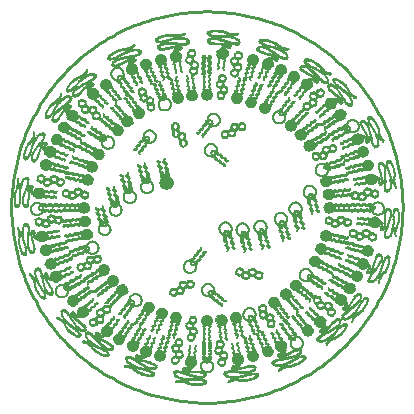
<source format=gto>
G04 EAGLE Gerber RS-274X export*
G75*
%MOMM*%
%FSLAX34Y34*%
%LPD*%
%INTop Silkscreen*%
%IPPOS*%
%AMOC8*
5,1,8,0,0,1.08239X$1,22.5*%
G01*
G04 Define Apertures*
%ADD10R,1.060800X0.022569*%
%ADD11R,1.241400X0.022569*%
%ADD12R,1.376800X0.022569*%
%ADD13R,1.489800X0.022569*%
%ADD14R,1.557500X0.022581*%
%ADD15R,1.670300X0.022569*%
%ADD16R,0.722300X0.022569*%
%ADD17R,0.474000X0.022569*%
%ADD18R,0.609500X0.022569*%
%ADD19R,0.361200X0.022569*%
%ADD20R,0.564300X0.022569*%
%ADD21R,0.338500X0.022569*%
%ADD22R,0.180600X0.022569*%
%ADD23R,0.316000X0.022569*%
%ADD24R,0.158000X0.022569*%
%ADD25R,0.338600X0.022575*%
%ADD26R,0.586900X0.022575*%
%ADD27R,0.293400X0.022575*%
%ADD28R,0.225700X0.022575*%
%ADD29R,1.151200X0.022569*%
%ADD30R,0.293400X0.022569*%
%ADD31R,0.270900X0.022569*%
%ADD32R,1.106000X0.022569*%
%ADD33R,1.060900X0.022569*%
%ADD34R,0.383700X0.022569*%
%ADD35R,1.015700X0.022569*%
%ADD36R,0.428900X0.022569*%
%ADD37R,0.496600X0.022569*%
%ADD38R,0.948000X0.022581*%
%ADD39R,0.338600X0.022581*%
%ADD40R,0.519100X0.022581*%
%ADD41R,0.790000X0.022581*%
%ADD42R,0.902900X0.022569*%
%ADD43R,1.715400X0.022569*%
%ADD44R,1.625100X0.022569*%
%ADD45R,1.783200X0.022569*%
%ADD46R,2.415200X0.022569*%
%ADD47R,1.850900X0.022569*%
%ADD48R,2.257200X0.022569*%
%ADD49R,1.873500X0.022569*%
%ADD50R,2.076600X0.022569*%
%ADD51R,2.008900X0.022575*%
%ADD52R,1.896000X0.022575*%
%ADD53R,1.963700X0.022569*%
%ADD54R,0.812600X0.022569*%
%ADD55R,0.699700X0.022569*%
%ADD56R,1.896000X0.022569*%
%ADD57R,0.632000X0.022569*%
%ADD58R,0.609400X0.022569*%
%ADD59R,0.744900X0.022569*%
%ADD60R,0.541800X0.022569*%
%ADD61R,0.541700X0.022569*%
%ADD62R,0.767400X0.022569*%
%ADD63R,0.361100X0.022569*%
%ADD64R,0.586900X0.022569*%
%ADD65R,0.654600X0.022575*%
%ADD66R,0.451400X0.022575*%
%ADD67R,0.744900X0.022575*%
%ADD68R,0.451500X0.022575*%
%ADD69R,0.993200X0.022569*%
%ADD70R,1.196400X0.022569*%
%ADD71R,0.451400X0.022569*%
%ADD72R,0.902800X0.022569*%
%ADD73R,1.309200X0.022569*%
%ADD74R,1.038300X0.022569*%
%ADD75R,1.467200X0.022569*%
%ADD76R,1.602600X0.022569*%
%ADD77R,0.383700X0.022581*%
%ADD78R,1.264000X0.022581*%
%ADD79R,1.692900X0.022581*%
%ADD80R,0.293400X0.022581*%
%ADD81R,1.331700X0.022569*%
%ADD82R,0.519100X0.022569*%
%ADD83R,0.948000X0.022569*%
%ADD84R,0.293500X0.022569*%
%ADD85R,0.790000X0.022569*%
%ADD86R,0.270800X0.022569*%
%ADD87R,0.744800X0.022569*%
%ADD88R,0.925500X0.022569*%
%ADD89R,1.015700X0.022575*%
%ADD90R,0.677100X0.022575*%
%ADD91R,0.248300X0.022575*%
%ADD92R,0.699700X0.022575*%
%ADD93R,0.316000X0.022575*%
%ADD94R,0.248300X0.022569*%
%ADD95R,0.654600X0.022569*%
%ADD96R,0.225800X0.022569*%
%ADD97R,0.248200X0.022569*%
%ADD98R,1.218800X0.022569*%
%ADD99R,0.586800X0.022569*%
%ADD100R,0.338600X0.022569*%
%ADD101R,1.128600X0.022569*%
%ADD102R,0.225700X0.022569*%
%ADD103R,0.519200X0.022569*%
%ADD104R,0.496500X0.022581*%
%ADD105R,0.270800X0.022581*%
%ADD106R,0.248300X0.022581*%
%ADD107R,0.609400X0.022581*%
%ADD108R,0.293500X0.022581*%
%ADD109R,0.857700X0.022581*%
%ADD110R,0.767500X0.022569*%
%ADD111R,0.677100X0.022569*%
%ADD112R,1.512300X0.022569*%
%ADD113R,1.196300X0.022569*%
%ADD114R,0.383800X0.022569*%
%ADD115R,0.406200X0.022569*%
%ADD116R,2.753700X0.022569*%
%ADD117R,0.316100X0.022581*%
%ADD118R,2.731200X0.022581*%
%ADD119R,2.392600X0.022581*%
%ADD120R,2.686100X0.022569*%
%ADD121R,2.437800X0.022569*%
%ADD122R,2.640900X0.022569*%
%ADD123R,2.482900X0.022569*%
%ADD124R,0.406300X0.022569*%
%ADD125R,2.460400X0.022569*%
%ADD126R,0.045100X0.022569*%
%ADD127R,0.564200X0.022569*%
%ADD128R,1.715500X0.022569*%
%ADD129R,0.135400X0.022569*%
%ADD130R,0.451500X0.022569*%
%ADD131R,1.264000X0.022569*%
%ADD132R,0.112900X0.022569*%
%ADD133R,1.331800X0.022569*%
%ADD134R,0.180500X0.022569*%
%ADD135R,0.316000X0.022581*%
%ADD136R,0.496600X0.022581*%
%ADD137R,0.270900X0.022581*%
%ADD138R,0.744800X0.022581*%
%ADD139R,0.902800X0.022581*%
%ADD140R,0.428900X0.022581*%
%ADD141R,0.225700X0.022581*%
%ADD142R,0.135500X0.022569*%
%ADD143R,0.316100X0.022569*%
%ADD144R,1.331800X0.022581*%
%ADD145R,1.444600X0.022569*%
%ADD146R,1.580100X0.022569*%
%ADD147R,0.835200X0.022569*%
%ADD148R,1.015800X0.022569*%
%ADD149R,0.857700X0.022569*%
%ADD150R,0.857800X0.022569*%
%ADD151R,1.218900X0.022569*%
%ADD152R,0.925400X0.022569*%
%ADD153R,1.331700X0.022575*%
%ADD154R,0.970600X0.022575*%
%ADD155R,0.880300X0.022575*%
%ADD156R,1.489700X0.022575*%
%ADD157R,0.270900X0.022575*%
%ADD158R,0.474000X0.022575*%
%ADD159R,1.354300X0.022569*%
%ADD160R,0.880300X0.022569*%
%ADD161R,1.151100X0.022569*%
%ADD162R,0.970600X0.022569*%
%ADD163R,1.128500X0.022581*%
%ADD164R,0.406300X0.022581*%
%ADD165R,0.654600X0.022581*%
%ADD166R,0.744900X0.022581*%
%ADD167R,0.925500X0.022581*%
%ADD168R,0.428800X0.022581*%
%ADD169R,1.060900X0.022581*%
%ADD170R,0.699800X0.022569*%
%ADD171R,1.738000X0.022569*%
%ADD172R,1.828400X0.022569*%
%ADD173R,1.941200X0.022569*%
%ADD174R,2.008900X0.022569*%
%ADD175R,0.361100X0.022575*%
%ADD176R,0.383700X0.022575*%
%ADD177R,0.361200X0.022575*%
%ADD178R,1.264000X0.022575*%
%ADD179R,0.564300X0.022575*%
%ADD180R,0.428800X0.022569*%
%ADD181R,0.474100X0.022569*%
%ADD182R,0.203100X0.022569*%
%ADD183R,0.519100X0.022575*%
%ADD184R,0.496600X0.022575*%
%ADD185R,0.203200X0.022575*%
%ADD186R,0.270800X0.022575*%
%ADD187R,0.383800X0.022575*%
%ADD188R,0.203200X0.022569*%
%ADD189R,0.835100X0.022569*%
%ADD190R,0.203100X0.022581*%
%ADD191R,1.015800X0.022581*%
%ADD192R,0.203200X0.022581*%
%ADD193R,0.902900X0.022581*%
%ADD194R,0.993200X0.022575*%
%ADD195R,0.180600X0.022575*%
%ADD196R,0.158000X0.022575*%
%ADD197R,0.519200X0.022575*%
%ADD198R,0.677200X0.022569*%
%ADD199R,1.038300X0.022581*%
%ADD200R,0.225800X0.022581*%
%ADD201R,0.835200X0.022581*%
%ADD202R,0.812600X0.022581*%
%ADD203R,0.699700X0.022581*%
%ADD204R,1.015700X0.022581*%
%ADD205R,0.993200X0.022581*%
%ADD206R,1.173800X0.022569*%
%ADD207R,1.038400X0.022569*%
%ADD208R,0.654500X0.022569*%
%ADD209R,1.106100X0.022569*%
%ADD210R,0.677200X0.022581*%
%ADD211R,0.564300X0.022581*%
%ADD212R,0.880300X0.022581*%
%ADD213R,0.857800X0.022581*%
%ADD214R,0.970600X0.022581*%
%ADD215R,0.925400X0.022581*%
%ADD216R,1.354300X0.022581*%
%ADD217R,1.760600X0.022569*%
%ADD218R,0.880400X0.022569*%
%ADD219R,0.067800X0.022569*%
%ADD220R,1.399400X0.022569*%
%ADD221R,1.286600X0.022569*%
%ADD222R,0.586900X0.022581*%
%ADD223R,0.835100X0.022581*%
%ADD224R,0.519200X0.022581*%
%ADD225R,0.767400X0.022581*%
%ADD226R,0.496500X0.022569*%
%ADD227R,0.180600X0.022581*%
%ADD228R,0.722300X0.022581*%
%ADD229R,0.993100X0.022581*%
%ADD230R,0.338500X0.022575*%
%ADD231R,0.993100X0.022575*%
%ADD232R,0.203100X0.022575*%
%ADD233R,1.015800X0.022575*%
%ADD234R,0.857800X0.022575*%
%ADD235R,0.925400X0.022575*%
%ADD236R,0.428800X0.022575*%
%ADD237R,0.993100X0.022569*%
%ADD238R,0.090300X0.022569*%
%ADD239R,0.428900X0.022575*%
%ADD240R,0.632000X0.022575*%
%ADD241R,0.225800X0.022575*%
%ADD242R,0.767400X0.022575*%
%ADD243R,0.722300X0.022575*%
%ADD244R,1.083400X0.022569*%
%ADD245R,1.196300X0.022575*%
%ADD246R,0.835100X0.022575*%
%ADD247R,0.902900X0.022575*%
%ADD248R,0.293500X0.022575*%
%ADD249R,0.180500X0.022575*%
%ADD250R,0.925500X0.022575*%
%ADD251R,1.286500X0.022569*%
%ADD252R,0.338500X0.022581*%
%ADD253R,0.632000X0.022581*%
%ADD254R,0.790000X0.022575*%
%ADD255R,0.112800X0.022575*%
%ADD256R,0.112900X0.022575*%
%ADD257R,0.790100X0.022569*%
%ADD258R,0.248200X0.022581*%
%ADD259R,0.948100X0.022581*%
%ADD260R,0.722200X0.022569*%
%ADD261R,0.948100X0.022569*%
%ADD262R,0.045200X0.022569*%
%ADD263R,0.361100X0.022581*%
%ADD264R,0.180500X0.022581*%
%ADD265R,0.158000X0.022581*%
%ADD266R,0.970500X0.022569*%
%ADD267R,0.383800X0.022581*%
%ADD268R,0.361200X0.022581*%
%ADD269R,0.541700X0.022581*%
%ADD270R,0.067700X0.022569*%
%ADD271R,0.609500X0.022581*%
%ADD272R,0.296466X0.022581*%
%ADD273R,0.371566X0.022569*%
%ADD274R,0.022600X0.022575*%
%ADD275R,0.248200X0.022575*%
%ADD276R,0.135400X0.022575*%
%ADD277R,0.677200X0.022575*%
%ADD278R,0.857700X0.022575*%
%ADD279R,0.067800X0.022581*%
%ADD280R,0.135500X0.022581*%
%ADD281R,1.060900X0.022575*%
%ADD282R,0.158100X0.022575*%
%ADD283R,0.812600X0.022575*%
%ADD284R,0.474100X0.022575*%
%ADD285R,1.376900X0.022569*%
%ADD286R,0.112800X0.022569*%
%ADD287R,0.406300X0.022575*%
%ADD288R,0.112800X0.022581*%
%ADD289R,0.135500X0.022575*%
%ADD290R,0.970500X0.022575*%
%ADD291R,0.609400X0.022575*%
%ADD292R,0.677100X0.022581*%
%ADD293R,1.083500X0.022569*%
%ADD294R,1.083500X0.022581*%
%ADD295R,1.083400X0.022581*%
%ADD296R,0.632100X0.022569*%
%ADD297R,0.135400X0.022581*%
%ADD298R,0.586800X0.022581*%
%ADD299R,0.654500X0.022581*%
%ADD300R,0.767500X0.022581*%
%ADD301R,0.767500X0.022575*%
%ADD302R,0.948000X0.022575*%
%ADD303R,0.158100X0.022569*%
%ADD304R,0.022600X0.022569*%
%ADD305R,1.128500X0.022569*%
%ADD306R,1.173700X0.022569*%
%ADD307R,0.948100X0.022575*%
%ADD308R,1.173800X0.022575*%
%ADD309R,0.496500X0.022575*%
%ADD310R,0.090300X0.022581*%
%ADD311R,1.422000X0.022569*%
%ADD312R,1.534900X0.022575*%
%ADD313R,0.586800X0.022575*%
%ADD314R,1.580000X0.022569*%
%ADD315R,1.196300X0.022581*%
%ADD316R,1.241500X0.022569*%
%ADD317R,0.474100X0.022581*%
%ADD318R,1.173800X0.022581*%
%ADD319R,0.812500X0.022569*%
%ADD320R,0.632100X0.022575*%
%ADD321R,0.067700X0.022575*%
%ADD322R,0.699800X0.022575*%
%ADD323R,0.654500X0.022575*%
%ADD324R,1.038400X0.022575*%
%ADD325R,1.489700X0.022581*%
%ADD326R,0.045100X0.022575*%
%ADD327R,0.090300X0.022575*%
%ADD328R,1.173700X0.022581*%
%ADD329R,1.218900X0.022581*%
%ADD330R,0.474000X0.022581*%
%ADD331R,1.309100X0.022569*%
%ADD332R,0.451500X0.022581*%
%ADD333R,1.106100X0.022581*%
%ADD334R,0.451400X0.022581*%
%ADD335R,0.541700X0.022575*%
%ADD336R,1.106000X0.022581*%
%ADD337R,1.106100X0.022575*%
%ADD338R,0.790100X0.022575*%
%ADD339R,0.541534X0.022569*%
%ADD340R,0.614134X0.022569*%
%ADD341R,0.636634X0.022569*%
%ADD342R,0.686634X0.022569*%
%ADD343R,0.759234X0.022581*%
%ADD344R,0.350000X0.022569*%
%ADD345R,1.173700X0.022575*%
%ADD346R,1.241400X0.022575*%
%ADD347R,0.067700X0.022581*%
%ADD348R,0.541800X0.022581*%
%ADD349R,1.151100X0.022581*%
%ADD350R,0.090200X0.022569*%
%ADD351R,1.241400X0.022581*%
%ADD352R,1.309200X0.022575*%
%ADD353R,1.264100X0.022575*%
%ADD354R,1.512400X0.022569*%
%ADD355R,0.699800X0.022581*%
%ADD356R,0.045200X0.022581*%
%ADD357R,1.128600X0.022581*%
%ADD358R,1.264100X0.022569*%
%ADD359R,1.309200X0.022581*%
%ADD360R,1.376900X0.022581*%
%ADD361R,1.422100X0.022569*%
%ADD362R,0.835200X0.022575*%
%ADD363R,1.151200X0.022575*%
%ADD364R,0.790100X0.022581*%
%ADD365R,1.060800X0.022581*%
%ADD366R,0.022500X0.022569*%
%ADD367R,1.647700X0.022569*%
%ADD368R,1.692900X0.022569*%
%ADD369R,1.647700X0.022575*%
%ADD370R,0.609500X0.022575*%
%ADD371R,1.692800X0.022569*%
%ADD372R,1.625200X0.022569*%
%ADD373R,0.970500X0.022581*%
%ADD374R,1.602600X0.022581*%
%ADD375R,0.045100X0.022581*%
%ADD376R,1.557500X0.022569*%
%ADD377R,0.163866X0.022569*%
%ADD378R,0.186466X0.022569*%
%ADD379R,0.209066X0.022569*%
%ADD380R,1.021566X0.022575*%
%ADD381R,1.151100X0.022575*%
%ADD382R,0.999066X0.022569*%
%ADD383R,0.953866X0.022569*%
%ADD384R,0.900000X0.022569*%
%ADD385R,1.218900X0.022575*%
%ADD386R,1.444600X0.022575*%
%ADD387R,1.489700X0.022569*%
%ADD388R,0.045200X0.022575*%
%ADD389R,1.128600X0.022575*%
%ADD390R,0.112900X0.022581*%
%ADD391R,1.512300X0.022581*%
%ADD392R,1.534900X0.022569*%
%ADD393R,1.918600X0.022569*%
%ADD394R,1.963800X0.022569*%
%ADD395R,2.008900X0.022581*%
%ADD396R,1.286600X0.022575*%
%ADD397R,0.812500X0.022575*%
%ADD398R,1.670400X0.022569*%
%ADD399R,1.264100X0.022581*%
%ADD400R,1.354300X0.022575*%
%ADD401R,2.166900X0.022569*%
%ADD402R,2.189500X0.022569*%
%ADD403R,2.189400X0.022569*%
%ADD404R,1.986300X0.022569*%
%ADD405R,2.031500X0.022569*%
%ADD406R,1.738000X0.022581*%
%ADD407R,2.279800X0.022581*%
%ADD408R,1.354400X0.022569*%
%ADD409R,2.279800X0.022569*%
%ADD410R,2.528000X0.022569*%
%ADD411R,2.121700X0.022581*%
%ADD412R,1.422000X0.022581*%
%ADD413R,1.647800X0.022569*%
%ADD414R,1.873400X0.022569*%
%ADD415R,1.083400X0.022575*%
%ADD416R,1.941100X0.022569*%
%ADD417R,4.062900X0.022581*%
%ADD418R,4.040300X0.022581*%
%ADD419R,4.085500X0.022569*%
%ADD420R,4.153200X0.022569*%
%ADD421R,4.198300X0.022569*%
%ADD422R,4.243500X0.022569*%
%ADD423R,4.266100X0.022569*%
%ADD424R,2.324900X0.022569*%
%ADD425R,4.311300X0.022569*%
%ADD426R,1.444600X0.022581*%
%ADD427R,2.324900X0.022581*%
%ADD428R,4.288600X0.022569*%
%ADD429R,2.370100X0.022569*%
%ADD430R,4.266000X0.022569*%
%ADD431R,4.220900X0.022569*%
%ADD432R,4.108100X0.022569*%
%ADD433R,4.130700X0.022581*%
%ADD434R,4.085500X0.022581*%
%ADD435R,4.062900X0.022569*%
%ADD436R,4.017800X0.022569*%
%ADD437R,4.040300X0.022569*%
%ADD438R,1.850800X0.022569*%
%ADD439R,1.873500X0.022581*%
%ADD440R,2.121800X0.022569*%
%ADD441R,2.279700X0.022581*%
%ADD442R,1.331700X0.022581*%
%ADD443R,2.302300X0.022569*%
%ADD444R,2.189500X0.022581*%
%ADD445R,0.632100X0.022581*%
%ADD446R,0.744800X0.022575*%
%ADD447R,1.738100X0.022575*%
%ADD448R,2.054000X0.022581*%
%ADD449R,1.670300X0.022575*%
%ADD450R,1.467200X0.022581*%
%ADD451R,1.534800X0.022569*%
%ADD452R,1.106000X0.022575*%
%ADD453R,1.489800X0.022575*%
%ADD454R,1.467100X0.022569*%
%ADD455R,0.842434X0.022569*%
%ADD456R,1.083500X0.022575*%
%ADD457R,0.887634X0.022575*%
%ADD458R,0.982734X0.022569*%
%ADD459R,0.265334X0.022569*%
%ADD460R,0.220134X0.022569*%
%ADD461R,0.197634X0.022569*%
%ADD462R,1.286600X0.022581*%
%ADD463R,1.557400X0.022569*%
%ADD464R,1.218800X0.022581*%
%ADD465R,1.241500X0.022575*%
%ADD466R,1.670300X0.022581*%
%ADD467R,1.580000X0.022581*%
%ADD468R,1.399500X0.022569*%
%ADD469R,1.218800X0.022575*%
%ADD470R,0.443266X0.022569*%
%ADD471R,0.515866X0.022569*%
%ADD472R,1.512300X0.022575*%
%ADD473R,0.588466X0.022575*%
%ADD474R,0.638466X0.022569*%
%ADD475R,0.660966X0.022569*%
%ADD476R,0.683566X0.022569*%
%ADD477R,0.232166X0.022569*%
%ADD478R,1.331800X0.022575*%
%ADD479R,0.233766X0.022569*%
%ADD480R,0.775466X0.022569*%
%ADD481R,0.702966X0.022569*%
%ADD482R,0.680366X0.022569*%
%ADD483R,0.630366X0.022569*%
%ADD484R,0.557766X0.022575*%
%ADD485R,0.541800X0.022575*%
%ADD486R,1.376800X0.022575*%
%ADD487R,1.602600X0.022575*%
%ADD488R,0.067800X0.022575*%
%ADD489R,1.399500X0.022575*%
%ADD490R,1.399500X0.022581*%
%ADD491R,0.902800X0.022575*%
%ADD492R,1.647700X0.022581*%
%ADD493R,1.850900X0.022581*%
%ADD494R,1.738100X0.022569*%
%ADD495R,1.534800X0.022581*%
%ADD496R,1.783100X0.022569*%
%ADD497R,2.460300X0.022581*%
%ADD498R,2.640900X0.022581*%
%ADD499R,2.686000X0.022569*%
%ADD500R,2.392600X0.022569*%
%ADD501R,2.731200X0.022569*%
%ADD502R,2.370000X0.022569*%
%ADD503R,2.753800X0.022569*%
%ADD504R,1.918600X0.022575*%
%ADD505R,2.031400X0.022569*%
%ADD506R,2.099200X0.022569*%
%ADD507R,2.279700X0.022569*%
%ADD508R,1.828300X0.022569*%
%ADD509R,1.783200X0.022581*%
%ADD510C,0.150000*%
%ADD511R,0.022581X0.293500*%
%ADD512R,0.022569X0.428900*%
%ADD513R,0.022569X0.474000*%
%ADD514R,0.022569X0.519100*%
%ADD515R,0.022569X0.564300*%
%ADD516R,0.022581X0.586900*%
%ADD517R,0.022581X0.316000*%
%ADD518R,0.022569X1.060900*%
%ADD519R,0.022569X1.106100*%
%ADD520R,0.022569X0.248300*%
%ADD521R,0.022569X0.699800*%
%ADD522R,0.022569X0.203100*%
%ADD523R,0.022569X0.699700*%
%ADD524R,0.022581X0.225700*%
%ADD525R,0.022581X0.699800*%
%ADD526R,0.022569X0.203200*%
%ADD527R,0.022569X0.361200*%
%ADD528R,0.022569X0.270800*%
%ADD529R,0.022569X0.270900*%
%ADD530R,0.022569X0.225700*%
%ADD531R,0.022581X0.203200*%
%ADD532R,0.022581X0.225800*%
%ADD533R,0.022569X0.225800*%
%ADD534R,0.022575X0.248300*%
%ADD535R,0.022575X0.316000*%
%ADD536R,0.022575X0.203200*%
%ADD537R,0.022569X0.293400*%
%ADD538R,0.022581X0.744900*%
%ADD539R,0.022581X0.428800*%
%ADD540R,0.022569X1.218900*%
%ADD541R,0.022569X0.293500*%
%ADD542R,0.022569X0.790000*%
%ADD543R,0.022569X0.767400*%
%ADD544R,0.022569X0.767500*%
%ADD545R,0.022569X0.451400*%
%ADD546R,0.022569X1.309200*%
%ADD547R,0.022575X1.309200*%
%ADD548R,0.022569X1.286600*%
%ADD549R,0.022569X0.383700*%
%ADD550R,0.022575X0.203100*%
%ADD551R,0.022569X0.180600*%
%ADD552R,0.022581X0.180600*%
%ADD553R,0.022569X0.248200*%
%ADD554R,0.022575X0.767500*%
%ADD555R,0.022575X0.225700*%
%ADD556R,0.022569X1.173700*%
%ADD557R,0.022569X1.128600*%
%ADD558R,0.022581X0.383700*%
%ADD559R,0.022581X0.519200*%
%ADD560R,0.022569X0.338600*%
%ADD561R,0.022581X0.090300*%
%ADD562R,0.022569X0.135400*%
%ADD563R,0.022569X0.158000*%
%ADD564R,0.022569X0.316000*%
%ADD565R,0.022581X0.338600*%
%ADD566R,0.022569X0.383800*%
%ADD567R,0.022569X0.406300*%
%ADD568R,0.022569X0.361100*%
%ADD569R,0.022581X0.248300*%
%ADD570R,0.022581X0.361100*%
%ADD571R,0.022575X0.361100*%
%ADD572R,0.022575X0.338600*%
%ADD573R,0.022575X0.383800*%
%ADD574R,0.022575X0.383700*%
%ADD575R,0.022569X0.338500*%
%ADD576R,0.022569X0.428800*%
%ADD577R,0.022569X0.677200*%
%ADD578R,0.022581X0.699700*%
%ADD579R,0.022575X0.180600*%
%ADD580R,0.022569X0.609500*%
%ADD581R,0.022569X0.541700*%
%ADD582R,0.022569X0.045100*%
%ADD583C,1.024519*%
%ADD584C,0.152400*%
%ADD585C,0.254000*%
D10*
X-10159Y-151232D03*
D11*
X-10159Y-151007D03*
D12*
X-10159Y-150781D03*
D13*
X-10272Y-150555D03*
D14*
X-10384Y-150330D03*
D15*
X-10497Y-150104D03*
D16*
X-15689Y-149878D03*
D17*
X-4290Y-149878D03*
D18*
X-16930Y-149652D03*
D19*
X-3726Y-149652D03*
D20*
X-17607Y-149427D03*
D21*
X-3387Y-149427D03*
D22*
X-27201Y-149201D03*
D20*
X-18510Y-149201D03*
D23*
X-3275Y-149201D03*
D24*
X17153Y-149201D03*
D25*
X-26862Y-148975D03*
D26*
X-19300Y-148975D03*
D27*
X-3162Y-148975D03*
D28*
X17266Y-148975D03*
D29*
X-22799Y-148750D03*
D30*
X-2936Y-148750D03*
D31*
X17492Y-148750D03*
D32*
X-23025Y-148524D03*
D30*
X-3162Y-148524D03*
D23*
X17717Y-148524D03*
D33*
X-23250Y-148298D03*
D30*
X-3162Y-148298D03*
D34*
X18056Y-148298D03*
D35*
X-23476Y-148072D03*
D23*
X-3275Y-148072D03*
D36*
X18508Y-148072D03*
D37*
X29229Y-148072D03*
D38*
X-23589Y-147847D03*
D39*
X-3613Y-147847D03*
D40*
X18959Y-147847D03*
D41*
X29116Y-147847D03*
D42*
X-23363Y-147621D03*
D36*
X-4064Y-147621D03*
D43*
X25166Y-147621D03*
D44*
X-19300Y-147395D03*
D16*
X-5757Y-147395D03*
D45*
X25956Y-147395D03*
D46*
X-14673Y-147170D03*
D47*
X26521Y-147170D03*
D48*
X-14109Y-146944D03*
D49*
X27085Y-146944D03*
D50*
X-13658Y-146718D03*
D49*
X27762Y-146718D03*
D51*
X-13996Y-146492D03*
D52*
X28326Y-146492D03*
D53*
X-14447Y-146267D03*
D54*
X23360Y-146267D03*
D55*
X34985Y-146267D03*
D56*
X-15238Y-146041D03*
D57*
X22909Y-146041D03*
D58*
X36113Y-146041D03*
D32*
X-19865Y-145815D03*
D59*
X-10384Y-145815D03*
D60*
X22683Y-145815D03*
D61*
X36904Y-145815D03*
D62*
X-22009Y-145590D03*
D63*
X-8917Y-145590D03*
D64*
X22232Y-145590D03*
D17*
X37693Y-145590D03*
D65*
X-23025Y-145364D03*
D66*
X-7789Y-145364D03*
D67*
X21668Y-145364D03*
D68*
X38258Y-145364D03*
D64*
X-24040Y-145138D03*
D57*
X-7563Y-145138D03*
D69*
X21780Y-145138D03*
D34*
X38822Y-145138D03*
D37*
X-24718Y-144912D03*
D62*
X-7563Y-144912D03*
D70*
X21893Y-144912D03*
D34*
X39274Y-144912D03*
D71*
X-25395Y-144687D03*
D72*
X-7789Y-144687D03*
D73*
X22006Y-144687D03*
D19*
X39612Y-144687D03*
D36*
X-25959Y-144461D03*
D74*
X-8240Y-144461D03*
D75*
X22119Y-144461D03*
D21*
X39951Y-144461D03*
D63*
X-26523Y-144235D03*
D29*
X-8353Y-144235D03*
D76*
X22344Y-144235D03*
D23*
X40289Y-144235D03*
D77*
X-49208Y-144009D03*
D39*
X-26862Y-144009D03*
D78*
X-8692Y-144009D03*
D79*
X22571Y-144009D03*
D80*
X40402Y-144009D03*
D61*
X-49546Y-143784D03*
D23*
X-27201Y-143784D03*
D81*
X-9030Y-143784D03*
D82*
X16476Y-143784D03*
D83*
X26972Y-143784D03*
D84*
X40628Y-143784D03*
D55*
X-49885Y-143558D03*
D30*
X-27539Y-143558D03*
D85*
X-12642Y-143558D03*
D19*
X-3952Y-143558D03*
D34*
X15573Y-143558D03*
D85*
X28439Y-143558D03*
D31*
X40741Y-143558D03*
D54*
X-50224Y-143332D03*
D86*
X-27878Y-143332D03*
D16*
X-13657Y-143332D03*
D23*
X-3500Y-143332D03*
D21*
X15122Y-143332D03*
D87*
X29793Y-143332D03*
D30*
X40853Y-143332D03*
D88*
X-50562Y-143107D03*
D31*
X-28103Y-143107D03*
D55*
X-14447Y-143107D03*
D31*
X-3274Y-143107D03*
D30*
X14670Y-143107D03*
D55*
X30922Y-143107D03*
D30*
X40853Y-143107D03*
D89*
X-50788Y-142881D03*
D28*
X-28329Y-142881D03*
D90*
X-15237Y-142881D03*
D91*
X-3161Y-142881D03*
D27*
X14444Y-142881D03*
D92*
X31825Y-142881D03*
D93*
X40740Y-142881D03*
D32*
X-51240Y-142655D03*
D94*
X-28442Y-142655D03*
D95*
X-16028Y-142655D03*
D86*
X-3049Y-142655D03*
D94*
X14219Y-142655D03*
D16*
X33067Y-142655D03*
D21*
X40628Y-142655D03*
D55*
X-53948Y-142429D03*
D34*
X-47628Y-142429D03*
D96*
X-28555Y-142429D03*
D95*
X-16705Y-142429D03*
D97*
X-2936Y-142429D03*
D94*
X13993Y-142429D03*
D98*
X36226Y-142429D03*
D99*
X-54964Y-142204D03*
D100*
X-47177Y-142204D03*
D94*
X-28667Y-142204D03*
D57*
X-17495Y-142204D03*
D97*
X-2936Y-142204D03*
D94*
X13993Y-142204D03*
D101*
X36452Y-142204D03*
D20*
X-55754Y-141978D03*
D30*
X-46951Y-141978D03*
D102*
X-28780Y-141978D03*
D58*
X-18285Y-141978D03*
D86*
X-3049Y-141978D03*
X13880Y-141978D03*
D33*
X36791Y-141978D03*
D103*
X-56431Y-141752D03*
D86*
X-47064Y-141752D03*
D102*
X-28780Y-141752D03*
D58*
X-18962Y-141752D03*
D30*
X-3162Y-141752D03*
D86*
X13880Y-141752D03*
D83*
X37129Y-141752D03*
D104*
X-56995Y-141527D03*
D105*
X-47064Y-141527D03*
D106*
X-28667Y-141527D03*
D107*
X-19639Y-141527D03*
D108*
X-3387Y-141527D03*
D105*
X13880Y-141527D03*
D109*
X37355Y-141527D03*
D17*
X-57560Y-141301D03*
D86*
X-47064Y-141301D03*
X-28555Y-141301D03*
D57*
X-20429Y-141301D03*
D19*
X-3726Y-141301D03*
D30*
X13993Y-141301D03*
D110*
X37355Y-141301D03*
D71*
X-58124Y-141075D03*
D31*
X-47289Y-141075D03*
D30*
X-28442Y-141075D03*
D111*
X-21106Y-141075D03*
D103*
X-4516Y-141075D03*
D21*
X14219Y-141075D03*
D112*
X32954Y-141075D03*
D36*
X-58462Y-140849D03*
D31*
X-47515Y-140849D03*
D113*
X-23927Y-140849D03*
D54*
X-6209Y-140849D03*
D114*
X14670Y-140849D03*
D81*
X29568Y-140849D03*
D115*
X-59027Y-140624D03*
D23*
X-47741Y-140624D03*
D116*
X-16140Y-140624D03*
D60*
X15460Y-140624D03*
D76*
X28439Y-140624D03*
D77*
X-59365Y-140398D03*
D117*
X-48192Y-140398D03*
D118*
X-16253Y-140398D03*
D119*
X24940Y-140398D03*
D19*
X-59704Y-140172D03*
D100*
X-48531Y-140172D03*
D120*
X-16253Y-140172D03*
D121*
X25166Y-140172D03*
D63*
X-60155Y-139947D03*
D34*
X-48982Y-139947D03*
D122*
X-16479Y-139947D03*
D123*
X25618Y-139947D03*
D100*
X-60494Y-139721D03*
D124*
X-49546Y-139721D03*
D55*
X-25959Y-139721D03*
D45*
X-12642Y-139721D03*
D125*
X25956Y-139721D03*
D126*
X59701Y-139721D03*
D23*
X-60833Y-139495D03*
D71*
X-49998Y-139495D03*
D127*
X-26185Y-139495D03*
D128*
X-12980Y-139495D03*
D123*
X26295Y-139495D03*
D129*
X59701Y-139495D03*
D100*
X-61171Y-139269D03*
D17*
X-50563Y-139269D03*
D130*
X-26523Y-139269D03*
D131*
X-15463Y-139269D03*
D132*
X-7224Y-139269D03*
D133*
X21216Y-139269D03*
D60*
X36226Y-139269D03*
D134*
X59927Y-139269D03*
D135*
X-61510Y-139044D03*
D136*
X-51127Y-139044D03*
D137*
X-26749Y-139044D03*
D138*
X-18285Y-139044D03*
D139*
X20200Y-139044D03*
D140*
X37242Y-139044D03*
D141*
X59927Y-139044D03*
D23*
X-61736Y-138818D03*
D20*
X-51916Y-138818D03*
D99*
X-19075Y-138818D03*
D71*
X22006Y-138818D03*
D19*
X37806Y-138818D03*
D94*
X60040Y-138818D03*
D100*
X-62074Y-138592D03*
D18*
X-52368Y-138592D03*
D100*
X-20542Y-138592D03*
D22*
X-17269Y-138592D03*
D71*
X22457Y-138592D03*
D100*
X38145Y-138592D03*
D31*
X60153Y-138592D03*
D23*
X-62413Y-138367D03*
D111*
X-52932Y-138367D03*
D142*
X-47289Y-138367D03*
D31*
X-20880Y-138367D03*
D23*
X-17043Y-138367D03*
D103*
X22796Y-138367D03*
D84*
X38371Y-138367D03*
D23*
X60378Y-138367D03*
D143*
X-62638Y-138141D03*
D113*
X-51465Y-138141D03*
D110*
X-18623Y-138141D03*
D95*
X23247Y-138141D03*
D86*
X38709Y-138141D03*
D23*
X60604Y-138141D03*
D39*
X-62977Y-137915D03*
D144*
X-51691Y-137915D03*
D41*
X-18511Y-137915D03*
X23473Y-137915D03*
D106*
X38822Y-137915D03*
D135*
X60829Y-137915D03*
D63*
X-63315Y-137689D03*
D145*
X-52030Y-137689D03*
D54*
X-18398Y-137689D03*
D42*
X23812Y-137689D03*
D102*
X38935Y-137689D03*
D100*
X61168Y-137689D03*
D34*
X-63654Y-137464D03*
D146*
X-52255Y-137464D03*
D147*
X-18285Y-137464D03*
D148*
X24376Y-137464D03*
D94*
X39048Y-137464D03*
D100*
X61394Y-137464D03*
D124*
X-63992Y-137238D03*
D16*
X-57221Y-137238D03*
D54*
X-48418Y-137238D03*
D147*
X-18285Y-137238D03*
D101*
X24714Y-137238D03*
D102*
X39161Y-137238D03*
D19*
X61732Y-137238D03*
D37*
X-64444Y-137012D03*
D55*
X-58011Y-137012D03*
D149*
X-48418Y-137012D03*
D150*
X-18172Y-137012D03*
D131*
X25166Y-137012D03*
D102*
X39161Y-137012D03*
D34*
X62071Y-137012D03*
D151*
X-61735Y-136787D03*
D152*
X-48531Y-136787D03*
D149*
X-17946Y-136787D03*
D100*
X20539Y-136787D03*
D88*
X27762Y-136787D03*
D94*
X39048Y-136787D03*
D36*
X62523Y-136787D03*
D153*
X-63202Y-136561D03*
D154*
X-48757Y-136561D03*
D155*
X-17833Y-136561D03*
D156*
X26295Y-136561D03*
D157*
X38935Y-136561D03*
D158*
X62974Y-136561D03*
D159*
X-64218Y-136335D03*
D71*
X-51804Y-136335D03*
D23*
X-45258Y-136335D03*
D34*
X-20090Y-136335D03*
D124*
X-15237Y-136335D03*
D57*
X22006Y-136335D03*
D160*
X30922Y-136335D03*
D100*
X38596Y-136335D03*
D61*
X63764Y-136335D03*
D73*
X-64670Y-136109D03*
D36*
X-52142Y-136109D03*
D31*
X-45032Y-136109D03*
D102*
X-20429Y-136109D03*
D71*
X-15012Y-136109D03*
D111*
X22232Y-136109D03*
D131*
X33969Y-136109D03*
D55*
X64780Y-136109D03*
D131*
X-65121Y-135884D03*
D124*
X-52706Y-135884D03*
D94*
X-44919Y-135884D03*
D103*
X-14899Y-135884D03*
D55*
X22345Y-135884D03*
D161*
X34308Y-135884D03*
D72*
X66021Y-135884D03*
D113*
X-65459Y-135658D03*
D124*
X-53158Y-135658D03*
D94*
X-44919Y-135658D03*
D58*
X-14899Y-135658D03*
D16*
X22683Y-135658D03*
D74*
X34872Y-135658D03*
D162*
X66585Y-135658D03*
D163*
X-65798Y-135432D03*
D164*
X-53609Y-135432D03*
D106*
X-44919Y-135432D03*
D165*
X-14899Y-135432D03*
D166*
X22796Y-135432D03*
D167*
X35211Y-135432D03*
D168*
X58685Y-135432D03*
D169*
X67037Y-135432D03*
D33*
X-65911Y-135206D03*
D124*
X-54061Y-135206D03*
D94*
X-44919Y-135206D03*
D170*
X-14899Y-135206D03*
D21*
X11059Y-135206D03*
D16*
X22909Y-135206D03*
D85*
X35662Y-135206D03*
D171*
X64328Y-135206D03*
D69*
X-66250Y-134981D03*
D34*
X-54399Y-134981D03*
D31*
X-45032Y-134981D03*
D87*
X-14899Y-134981D03*
D36*
X11059Y-134981D03*
D16*
X23135Y-134981D03*
D111*
X36001Y-134981D03*
D172*
X64328Y-134981D03*
D23*
X-69184Y-134755D03*
D17*
X-64106Y-134755D03*
D34*
X-54851Y-134755D03*
D86*
X-45258Y-134755D03*
D85*
X-14899Y-134755D03*
D37*
X11171Y-134755D03*
D57*
X23586Y-134755D03*
D103*
X36339Y-134755D03*
D173*
X64441Y-134755D03*
D36*
X-64331Y-134529D03*
D34*
X-55302Y-134529D03*
D23*
X-45484Y-134529D03*
D147*
X-14899Y-134529D03*
D61*
X11172Y-134529D03*
D19*
X25166Y-134529D03*
D34*
X36565Y-134529D03*
D174*
X64554Y-134529D03*
D34*
X-64782Y-134304D03*
D19*
X-55641Y-134304D03*
D21*
X-45822Y-134304D03*
D160*
X-14899Y-134304D03*
D61*
X11172Y-134304D03*
D23*
X25392Y-134304D03*
D126*
X36904Y-134304D03*
D50*
X64667Y-134304D03*
D175*
X-65121Y-134078D03*
D176*
X-55979Y-134078D03*
D177*
X-46161Y-134078D03*
D155*
X-14899Y-134078D03*
D26*
X11172Y-134078D03*
D25*
X25279Y-134078D03*
D178*
X60378Y-134078D03*
D179*
X72680Y-134078D03*
D100*
X-65460Y-133852D03*
D34*
X-56431Y-133852D03*
X-46499Y-133852D03*
D152*
X-14899Y-133852D03*
D57*
X11171Y-133852D03*
D180*
X25053Y-133852D03*
D124*
X55864Y-133852D03*
D110*
X63087Y-133852D03*
D82*
X73357Y-133852D03*
D21*
X-65911Y-133626D03*
D19*
X-56770Y-133626D03*
D180*
X-46951Y-133626D03*
D129*
X-27878Y-133626D03*
D83*
X-14786Y-133626D03*
D30*
X9253Y-133626D03*
D86*
X12977Y-133626D03*
D17*
X24827Y-133626D03*
D23*
X55186Y-133626D03*
D95*
X64102Y-133626D03*
D17*
X74034Y-133626D03*
D100*
X-66137Y-133401D03*
D34*
X-57108Y-133401D03*
D181*
X-47402Y-133401D03*
D21*
X-28216Y-133401D03*
D162*
X-14899Y-133401D03*
D102*
X8915Y-133401D03*
X13429Y-133401D03*
D61*
X24715Y-133401D03*
D31*
X54961Y-133401D03*
D64*
X64893Y-133401D03*
D71*
X74598Y-133401D03*
D23*
X-66476Y-133175D03*
D19*
X-57447Y-133175D03*
D37*
X-47741Y-133175D03*
D36*
X-28442Y-133175D03*
D162*
X-14899Y-133175D03*
D102*
X8689Y-133175D03*
D182*
X13542Y-133175D03*
D18*
X24602Y-133175D03*
D86*
X54735Y-133175D03*
D20*
X65457Y-133175D03*
D36*
X75163Y-133175D03*
D27*
X-66814Y-132949D03*
D176*
X-57785Y-132949D03*
D183*
X-48305Y-132949D03*
D184*
X-28555Y-132949D03*
D154*
X-14899Y-132949D03*
D28*
X8463Y-132949D03*
D185*
X13767Y-132949D03*
D65*
X24602Y-132949D03*
D186*
X54735Y-132949D03*
D183*
X66134Y-132949D03*
D187*
X75614Y-132949D03*
D30*
X-67040Y-132724D03*
D19*
X-58124Y-132724D03*
D20*
X-48982Y-132724D03*
X-28442Y-132724D03*
D148*
X-14899Y-132724D03*
D132*
X-1581Y-132724D03*
D188*
X8350Y-132724D03*
X13767Y-132724D03*
D55*
X24602Y-132724D03*
D86*
X54735Y-132724D03*
D37*
X66698Y-132724D03*
D34*
X76066Y-132724D03*
D84*
X-67491Y-132498D03*
D63*
X-58575Y-132498D03*
D20*
X-49659Y-132498D03*
D64*
X-28329Y-132498D03*
D148*
X-14899Y-132498D03*
D94*
X-1581Y-132498D03*
D188*
X8124Y-132498D03*
X13993Y-132498D03*
D62*
X24489Y-132498D03*
D86*
X54735Y-132498D03*
D17*
X67262Y-132498D03*
D63*
X76630Y-132498D03*
D30*
X-67717Y-132272D03*
D63*
X-58801Y-132272D03*
D99*
X-50224Y-132272D03*
D58*
X-28442Y-132272D03*
D148*
X-14899Y-132272D03*
D100*
X-1356Y-132272D03*
D188*
X8124Y-132272D03*
X13993Y-132272D03*
D54*
X24489Y-132272D03*
D86*
X54735Y-132272D03*
D130*
X67827Y-132272D03*
D100*
X76968Y-132272D03*
D31*
X-68055Y-132046D03*
D63*
X-59252Y-132046D03*
D99*
X-50901Y-132046D03*
D57*
X-28329Y-132046D03*
D148*
X-14899Y-132046D03*
D114*
X-1356Y-132046D03*
D188*
X8124Y-132046D03*
X13993Y-132046D03*
D189*
X24602Y-132046D03*
D30*
X54848Y-132046D03*
D36*
X68166Y-132046D03*
D100*
X77420Y-132046D03*
D94*
X-68168Y-131821D03*
D63*
X-59478Y-131821D03*
D99*
X-51804Y-131821D03*
D94*
X-30473Y-131821D03*
D97*
X-26185Y-131821D03*
D148*
X-14899Y-131821D03*
D180*
X-1356Y-131821D03*
D188*
X8124Y-131821D03*
D22*
X14106Y-131821D03*
D160*
X24602Y-131821D03*
D23*
X54961Y-131821D03*
D36*
X68617Y-131821D03*
D23*
X77758Y-131821D03*
D106*
X-68394Y-131595D03*
D39*
X-59817Y-131595D03*
D107*
X-52594Y-131595D03*
D190*
X-30699Y-131595D03*
D106*
X-25959Y-131595D03*
D191*
X-14899Y-131595D03*
D168*
X-1356Y-131595D03*
D192*
X8124Y-131595D03*
X13993Y-131595D03*
D193*
X24489Y-131595D03*
D39*
X55299Y-131595D03*
D164*
X69181Y-131595D03*
D135*
X78210Y-131595D03*
D97*
X-68620Y-131369D03*
D63*
X-60155Y-131369D03*
D58*
X-53271Y-131369D03*
D22*
X-30812Y-131369D03*
D102*
X-25620Y-131369D03*
D148*
X-14899Y-131369D03*
D17*
X-1356Y-131369D03*
D22*
X8237Y-131369D03*
D188*
X13993Y-131369D03*
D88*
X24602Y-131369D03*
D114*
X55525Y-131369D03*
D34*
X69520Y-131369D03*
D23*
X78435Y-131369D03*
D94*
X-68845Y-131144D03*
D63*
X-60381Y-131144D03*
D57*
X-54061Y-131144D03*
D188*
X-30925Y-131144D03*
D102*
X-25620Y-131144D03*
D148*
X-14899Y-131144D03*
D17*
X-1356Y-131144D03*
D188*
X8350Y-131144D03*
X13993Y-131144D03*
D88*
X24602Y-131144D03*
D36*
X55977Y-131144D03*
D114*
X69971Y-131144D03*
D30*
X78774Y-131144D03*
D102*
X-68958Y-130918D03*
D34*
X-60719Y-130918D03*
D57*
X-54738Y-130918D03*
D132*
X-41082Y-130918D03*
D22*
X-31038Y-130918D03*
D188*
X-25508Y-130918D03*
D148*
X-14899Y-130918D03*
D129*
X-3049Y-130918D03*
D22*
X111Y-130918D03*
D188*
X8350Y-130918D03*
D96*
X13880Y-130918D03*
D162*
X24602Y-130918D03*
D30*
X37242Y-130918D03*
D71*
X56315Y-130918D03*
D34*
X70423Y-130918D03*
D84*
X79226Y-130918D03*
D102*
X-69184Y-130692D03*
D74*
X-57672Y-130692D03*
D34*
X-41082Y-130692D03*
D188*
X-31151Y-130692D03*
X-25282Y-130692D03*
D69*
X-14786Y-130692D03*
D142*
X-3274Y-130692D03*
D24*
X224Y-130692D03*
D182*
X8576Y-130692D03*
D102*
X13655Y-130692D03*
D162*
X24602Y-130692D03*
D36*
X37242Y-130692D03*
D37*
X56992Y-130692D03*
D34*
X70874Y-130692D03*
D30*
X79451Y-130692D03*
D185*
X-69297Y-130466D03*
D194*
X-58350Y-130466D03*
D158*
X-41082Y-130466D03*
D195*
X-31264Y-130466D03*
D185*
X-25282Y-130466D03*
D154*
X-14899Y-130466D03*
D196*
X-3387Y-130466D03*
X450Y-130466D03*
D28*
X8689Y-130466D03*
X13429Y-130466D03*
D194*
X24489Y-130466D03*
D197*
X37242Y-130466D03*
D179*
X57557Y-130466D03*
D175*
X71213Y-130466D03*
D157*
X79790Y-130466D03*
D96*
X-69410Y-130241D03*
D83*
X-58801Y-130241D03*
D20*
X-41082Y-130241D03*
D22*
X-31264Y-130241D03*
X-25395Y-130241D03*
D162*
X-14899Y-130241D03*
D22*
X-3500Y-130241D03*
D134*
X563Y-130241D03*
D102*
X8915Y-130241D03*
D86*
X13203Y-130241D03*
D35*
X24602Y-130241D03*
D64*
X37355Y-130241D03*
D95*
X58459Y-130241D03*
D19*
X71664Y-130241D03*
D31*
X80016Y-130241D03*
D188*
X-69523Y-130015D03*
D88*
X-59365Y-130015D03*
D18*
X-41082Y-130015D03*
D22*
X-31264Y-130015D03*
X-25395Y-130015D03*
D83*
X-14786Y-130015D03*
D96*
X-3726Y-130015D03*
D94*
X676Y-130015D03*
D95*
X11284Y-130015D03*
D35*
X24602Y-130015D03*
D95*
X37242Y-130015D03*
D62*
X59475Y-130015D03*
D63*
X72116Y-130015D03*
D86*
X80241Y-130015D03*
D188*
X-69523Y-129789D03*
D72*
X-59930Y-129789D03*
D198*
X-41195Y-129789D03*
D22*
X-31264Y-129789D03*
X-25395Y-129789D03*
D152*
X-14899Y-129789D03*
D94*
X-3838Y-129789D03*
D31*
X789Y-129789D03*
D95*
X11284Y-129789D03*
D35*
X24602Y-129789D03*
D55*
X37242Y-129789D03*
D147*
X60265Y-129789D03*
D63*
X72567Y-129789D03*
D86*
X80467Y-129789D03*
D102*
X-69635Y-129564D03*
D42*
X-60381Y-129564D03*
D16*
X-41195Y-129564D03*
D188*
X-31151Y-129564D03*
X-25508Y-129564D03*
D42*
X-14786Y-129564D03*
D23*
X-3726Y-129564D03*
X788Y-129564D03*
D198*
X11623Y-129564D03*
D35*
X24602Y-129564D03*
D59*
X37242Y-129564D03*
D88*
X61394Y-129564D03*
D34*
X72906Y-129564D03*
D31*
X80693Y-129564D03*
D102*
X-69635Y-129338D03*
D152*
X-60720Y-129338D03*
D62*
X-41195Y-129338D03*
D188*
X-31151Y-129338D03*
X-25508Y-129338D03*
D160*
X-14899Y-129338D03*
D54*
X-1469Y-129338D03*
D55*
X11736Y-129338D03*
D35*
X24602Y-129338D03*
D85*
X37242Y-129338D03*
D83*
X62409Y-129338D03*
D34*
X73357Y-129338D03*
D94*
X80806Y-129338D03*
D106*
X-69522Y-129112D03*
D199*
X-60607Y-129112D03*
D41*
X-41082Y-129112D03*
D200*
X-31038Y-129112D03*
D106*
X-25507Y-129112D03*
D201*
X-14899Y-129112D03*
D202*
X-1469Y-129112D03*
D203*
X11962Y-129112D03*
D204*
X24602Y-129112D03*
D202*
X37355Y-129112D03*
D205*
X63312Y-129112D03*
D77*
X73809Y-129112D03*
D106*
X81032Y-129112D03*
D94*
X-69522Y-128886D03*
D206*
X-60607Y-128886D03*
D189*
X-41082Y-128886D03*
D102*
X-30812Y-128886D03*
D23*
X-25395Y-128886D03*
D54*
X-14786Y-128886D03*
D150*
X-1469Y-128886D03*
D170*
X12187Y-128886D03*
D35*
X24602Y-128886D03*
D147*
X37242Y-128886D03*
D148*
X64328Y-128886D03*
D124*
X74147Y-128886D03*
D86*
X81144Y-128886D03*
D23*
X-69184Y-128661D03*
D181*
X-65008Y-128661D03*
D62*
X-58124Y-128661D03*
D149*
X-41195Y-128661D03*
D102*
X-30586Y-128661D03*
D34*
X-25282Y-128661D03*
D62*
X-14786Y-128661D03*
D150*
X-1469Y-128661D03*
D111*
X12526Y-128661D03*
D35*
X24602Y-128661D03*
D160*
X37242Y-128661D03*
D207*
X65118Y-128661D03*
D124*
X74599Y-128661D03*
D94*
X81257Y-128661D03*
D62*
X-66927Y-128435D03*
D63*
X-60381Y-128435D03*
D36*
X-56205Y-128435D03*
D160*
X-41082Y-128435D03*
D31*
X-30360Y-128435D03*
D37*
X-25395Y-128435D03*
D59*
X-14673Y-128435D03*
D150*
X-1469Y-128435D03*
D208*
X12639Y-128435D03*
D35*
X24602Y-128435D03*
D42*
X37355Y-128435D03*
D209*
X65457Y-128435D03*
D124*
X75050Y-128435D03*
D94*
X81257Y-128435D03*
D16*
X-66927Y-128209D03*
D30*
X-60720Y-128209D03*
D37*
X-56318Y-128209D03*
D42*
X-41195Y-128209D03*
D160*
X-27087Y-128209D03*
D55*
X-14673Y-128209D03*
D150*
X-1469Y-128209D03*
D111*
X12752Y-128209D03*
D162*
X24602Y-128209D03*
D152*
X37242Y-128209D03*
D151*
X65796Y-128209D03*
D71*
X75501Y-128209D03*
D86*
X81144Y-128209D03*
D210*
X-67153Y-127983D03*
D137*
X-60832Y-127983D03*
D211*
X-56431Y-127983D03*
D167*
X-41082Y-127983D03*
D212*
X-26862Y-127983D03*
D203*
X-14447Y-127983D03*
D213*
X-1469Y-127983D03*
D106*
X10608Y-127983D03*
D141*
X15009Y-127983D03*
D214*
X24602Y-127983D03*
D215*
X37242Y-127983D03*
D216*
X66021Y-127983D03*
D104*
X75953Y-127983D03*
D135*
X80918Y-127983D03*
D57*
X-67379Y-127758D03*
D42*
X-57672Y-127758D03*
D88*
X-41082Y-127758D03*
D160*
X-26636Y-127758D03*
D55*
X-14447Y-127758D03*
D84*
X-4290Y-127758D03*
X1353Y-127758D03*
D102*
X10495Y-127758D03*
X15235Y-127758D03*
D162*
X24602Y-127758D03*
D83*
X37355Y-127758D03*
D82*
X61394Y-127758D03*
D217*
X73695Y-127758D03*
D20*
X-67491Y-127532D03*
D148*
X-57334Y-127532D03*
D83*
X-41195Y-127532D03*
D160*
X-26410Y-127532D03*
D198*
X-14335Y-127532D03*
D31*
X-4177Y-127532D03*
X1240Y-127532D03*
D102*
X10269Y-127532D03*
D188*
X15347Y-127532D03*
D88*
X24602Y-127532D03*
D162*
X37242Y-127532D03*
D20*
X61394Y-127532D03*
D44*
X74373Y-127532D03*
D86*
X-86339Y-127306D03*
D103*
X-67717Y-127306D03*
D32*
X-56883Y-127306D03*
D162*
X-41082Y-127306D03*
D218*
X-26185Y-127306D03*
D170*
X-14222Y-127306D03*
D31*
X-4177Y-127306D03*
D30*
X1127Y-127306D03*
D182*
X10156Y-127306D03*
D188*
X15573Y-127306D03*
D88*
X24602Y-127306D03*
D162*
X37242Y-127306D03*
D219*
X49882Y-127306D03*
D18*
X61394Y-127306D03*
D112*
X74937Y-127306D03*
D124*
X-86564Y-127081D03*
D71*
X-67830Y-127081D03*
D206*
X-56544Y-127081D03*
D162*
X-41082Y-127081D03*
D37*
X-27878Y-127081D03*
D86*
X-22912Y-127081D03*
D30*
X-16479Y-127081D03*
D94*
X-11964Y-127081D03*
D31*
X-3951Y-127081D03*
D86*
X1014Y-127081D03*
D188*
X9930Y-127081D03*
X15573Y-127081D03*
D160*
X24602Y-127081D03*
D162*
X37242Y-127081D03*
D30*
X49882Y-127081D03*
D111*
X61507Y-127081D03*
D220*
X75501Y-127081D03*
D82*
X-86677Y-126855D03*
D63*
X-68055Y-126855D03*
D113*
X-56431Y-126855D03*
D162*
X-41082Y-126855D03*
D34*
X-27990Y-126855D03*
D102*
X-22686Y-126855D03*
X-16817Y-126855D03*
X-11626Y-126855D03*
D94*
X-3838Y-126855D03*
D31*
X789Y-126855D03*
D188*
X9930Y-126855D03*
D182*
X15799Y-126855D03*
D160*
X24602Y-126855D03*
D162*
X37242Y-126855D03*
D180*
X49882Y-126855D03*
D16*
X61733Y-126855D03*
D221*
X75840Y-126855D03*
D222*
X-86790Y-126629D03*
D106*
X-68168Y-126629D03*
D40*
X-59591Y-126629D03*
D210*
X-53384Y-126629D03*
D214*
X-41082Y-126629D03*
D80*
X-27765Y-126629D03*
D141*
X-22460Y-126629D03*
D190*
X-16930Y-126629D03*
D141*
X-11626Y-126629D03*
D105*
X-3726Y-126629D03*
D137*
X789Y-126629D03*
D192*
X9930Y-126629D03*
D190*
X15799Y-126629D03*
D223*
X24602Y-126629D03*
D214*
X37242Y-126629D03*
D224*
X49882Y-126629D03*
D225*
X61958Y-126629D03*
D211*
X73357Y-126629D03*
D224*
X79451Y-126629D03*
D95*
X-87129Y-126403D03*
D71*
X-59930Y-126403D03*
D55*
X-53271Y-126403D03*
D162*
X-41082Y-126403D03*
D102*
X-27652Y-126403D03*
D96*
X-22235Y-126403D03*
D102*
X-17043Y-126403D03*
D182*
X-11513Y-126403D03*
D94*
X-3613Y-126403D03*
X676Y-126403D03*
D22*
X9817Y-126403D03*
D182*
X15799Y-126403D03*
D54*
X24489Y-126403D03*
D162*
X37242Y-126403D03*
D99*
X49995Y-126403D03*
D147*
X62071Y-126403D03*
D37*
X73921Y-126403D03*
D34*
X79903Y-126403D03*
D16*
X-87241Y-126178D03*
D124*
X-60155Y-126178D03*
D59*
X-53271Y-126178D03*
D162*
X-41082Y-126178D03*
D188*
X-27765Y-126178D03*
X-22122Y-126178D03*
D102*
X-17043Y-126178D03*
D182*
X-11513Y-126178D03*
D94*
X-3613Y-126178D03*
X676Y-126178D03*
D188*
X9930Y-126178D03*
D182*
X15799Y-126178D03*
D62*
X24489Y-126178D03*
D162*
X37242Y-126178D03*
D95*
X49882Y-126178D03*
D23*
X59475Y-126178D03*
D37*
X64215Y-126178D03*
D71*
X74598Y-126178D03*
D102*
X80242Y-126178D03*
D110*
X-87467Y-125952D03*
D21*
X-60268Y-125952D03*
D85*
X-53271Y-125952D03*
D162*
X-41082Y-125952D03*
D188*
X-27765Y-125952D03*
X-22122Y-125952D03*
D102*
X-17043Y-125952D03*
X-11626Y-125952D03*
D94*
X-3613Y-125952D03*
X676Y-125952D03*
D96*
X9817Y-125952D03*
D182*
X15799Y-125952D03*
D87*
X24376Y-125952D03*
D162*
X37242Y-125952D03*
D170*
X49882Y-125952D03*
D34*
X59814Y-125952D03*
D226*
X64667Y-125952D03*
D124*
X75050Y-125952D03*
D54*
X-87693Y-125726D03*
D31*
X-60381Y-125726D03*
D54*
X-53158Y-125726D03*
D162*
X-41082Y-125726D03*
D22*
X-27878Y-125726D03*
X-22009Y-125726D03*
D102*
X-17043Y-125726D03*
D188*
X-11739Y-125726D03*
D94*
X-3613Y-125726D03*
X676Y-125726D03*
X9705Y-125726D03*
D182*
X15799Y-125726D03*
D59*
X24151Y-125726D03*
D162*
X37242Y-125726D03*
D87*
X49882Y-125726D03*
D83*
X62861Y-125726D03*
D19*
X75501Y-125726D03*
D213*
X-87919Y-125501D03*
D227*
X-60607Y-125501D03*
D109*
X-53158Y-125501D03*
D214*
X-41082Y-125501D03*
D190*
X-27990Y-125501D03*
D227*
X-22009Y-125501D03*
D141*
X-16817Y-125501D03*
D192*
X-11739Y-125501D03*
D105*
X-3726Y-125501D03*
D137*
X789Y-125501D03*
D164*
X9140Y-125501D03*
D192*
X15573Y-125501D03*
D228*
X24038Y-125501D03*
D214*
X37242Y-125501D03*
D41*
X49882Y-125501D03*
D229*
X63087Y-125501D03*
D39*
X75840Y-125501D03*
D124*
X-90627Y-125275D03*
D84*
X-85097Y-125275D03*
D42*
X-53158Y-125275D03*
D83*
X-41195Y-125275D03*
D182*
X-27990Y-125275D03*
D22*
X-22009Y-125275D03*
D94*
X-16704Y-125275D03*
D182*
X-11964Y-125275D03*
D86*
X-3726Y-125275D03*
D31*
X789Y-125275D03*
D17*
X9027Y-125275D03*
D96*
X15460Y-125275D03*
D16*
X23812Y-125275D03*
D152*
X37242Y-125275D03*
D54*
X49995Y-125275D03*
D148*
X63425Y-125275D03*
D23*
X76178Y-125275D03*
D34*
X-91191Y-125049D03*
D31*
X-84984Y-125049D03*
D42*
X-53158Y-125049D03*
D88*
X-41082Y-125049D03*
D182*
X-27990Y-125049D03*
D188*
X-22122Y-125049D03*
D96*
X-16592Y-125049D03*
D182*
X-11964Y-125049D03*
D31*
X-3951Y-125049D03*
D86*
X1014Y-125049D03*
D82*
X8802Y-125049D03*
D102*
X15235Y-125049D03*
D16*
X23586Y-125049D03*
D152*
X37242Y-125049D03*
D150*
X49995Y-125049D03*
D20*
X61394Y-125049D03*
D180*
X66811Y-125049D03*
D30*
X76517Y-125049D03*
D34*
X-91643Y-124823D03*
D94*
X-85097Y-124823D03*
D83*
X-53158Y-124823D03*
D88*
X-41082Y-124823D03*
D182*
X-27990Y-124823D03*
D22*
X-22235Y-124823D03*
D102*
X-16366Y-124823D03*
X-12077Y-124823D03*
D94*
X-4064Y-124823D03*
X1127Y-124823D03*
D64*
X8915Y-124823D03*
D94*
X15122Y-124823D03*
D31*
X21329Y-124823D03*
D124*
X25166Y-124823D03*
D152*
X37242Y-124823D03*
D160*
X49883Y-124823D03*
D20*
X61620Y-124823D03*
D34*
X67263Y-124823D03*
D31*
X76856Y-124823D03*
D63*
X-92207Y-124598D03*
D94*
X-85097Y-124598D03*
D83*
X-53158Y-124598D03*
D88*
X-41082Y-124598D03*
D102*
X-27877Y-124598D03*
D22*
X-22235Y-124598D03*
D102*
X-16366Y-124598D03*
D182*
X-12190Y-124598D03*
D31*
X-4177Y-124598D03*
X1240Y-124598D03*
D95*
X9253Y-124598D03*
D86*
X14783Y-124598D03*
D94*
X20991Y-124598D03*
D86*
X25843Y-124598D03*
D160*
X37242Y-124598D03*
D72*
X49995Y-124598D03*
D60*
X61958Y-124598D03*
D34*
X67714Y-124598D03*
D86*
X77081Y-124598D03*
D19*
X-92659Y-124372D03*
D102*
X-85210Y-124372D03*
D162*
X-53271Y-124372D03*
D160*
X-41082Y-124372D03*
D102*
X-27652Y-124372D03*
D188*
X-22348Y-124372D03*
D102*
X-16140Y-124372D03*
D182*
X-12190Y-124372D03*
D94*
X-4290Y-124372D03*
X1353Y-124372D03*
D35*
X10833Y-124372D03*
D102*
X20878Y-124372D03*
X26069Y-124372D03*
D160*
X37242Y-124372D03*
D152*
X49882Y-124372D03*
D37*
X62409Y-124372D03*
D34*
X68166Y-124372D03*
D31*
X77307Y-124372D03*
D230*
X-92997Y-124146D03*
D91*
X-85323Y-124146D03*
D231*
X-53158Y-124146D03*
D155*
X-41082Y-124146D03*
D28*
X-27652Y-124146D03*
D195*
X-22461Y-124146D03*
D232*
X-16027Y-124146D03*
X-12190Y-124146D03*
D157*
X-4403Y-124146D03*
X1466Y-124146D03*
D233*
X10607Y-124146D03*
D28*
X20878Y-124146D03*
D232*
X26182Y-124146D03*
D234*
X37129Y-124146D03*
D235*
X49882Y-124146D03*
D236*
X62748Y-124146D03*
D176*
X68617Y-124146D03*
D91*
X77420Y-124146D03*
D19*
X-93336Y-123921D03*
D94*
X-85548Y-123921D03*
D237*
X-53158Y-123921D03*
D149*
X-40969Y-123921D03*
D94*
X-27539Y-123921D03*
D102*
X-22686Y-123921D03*
D182*
X-16027Y-123921D03*
D102*
X-12077Y-123921D03*
D94*
X-4516Y-123921D03*
X1579Y-123921D03*
D23*
X6883Y-123921D03*
D198*
X12074Y-123921D03*
D182*
X20765Y-123921D03*
D102*
X26295Y-123921D03*
D147*
X37016Y-123921D03*
D83*
X49995Y-123921D03*
D34*
X63200Y-123921D03*
D124*
X69181Y-123921D03*
D94*
X77646Y-123921D03*
D63*
X-93787Y-123695D03*
D94*
X-85774Y-123695D03*
D237*
X-53158Y-123695D03*
D189*
X-40856Y-123695D03*
D84*
X-27313Y-123695D03*
D94*
X-22799Y-123695D03*
D182*
X-16027Y-123695D03*
X-11964Y-123695D03*
D94*
X-4516Y-123695D03*
X1579Y-123695D03*
D102*
X6432Y-123695D03*
D20*
X12639Y-123695D03*
D188*
X20990Y-123695D03*
D102*
X26295Y-123695D03*
D147*
X37016Y-123695D03*
D162*
X49882Y-123695D03*
D100*
X63425Y-123695D03*
D124*
X69633Y-123695D03*
D102*
X77759Y-123695D03*
D100*
X-94126Y-123469D03*
D94*
X-86000Y-123469D03*
D35*
X-53271Y-123469D03*
D147*
X-40631Y-123469D03*
D59*
X-25507Y-123469D03*
D182*
X-16027Y-123469D03*
D102*
X-11851Y-123469D03*
D94*
X-4516Y-123469D03*
X1579Y-123469D03*
D102*
X6206Y-123469D03*
D82*
X12639Y-123469D03*
D188*
X20990Y-123469D03*
D102*
X26295Y-123469D03*
D189*
X36791Y-123469D03*
D162*
X49882Y-123469D03*
D100*
X63651Y-123469D03*
D124*
X70084Y-123469D03*
D102*
X77759Y-123469D03*
D100*
X-94578Y-123243D03*
D97*
X-86226Y-123243D03*
D35*
X-53271Y-123243D03*
D147*
X-40405Y-123243D03*
D54*
X-25846Y-123243D03*
D182*
X-16253Y-123243D03*
D102*
X-11626Y-123243D03*
D31*
X-4403Y-123243D03*
D94*
X1579Y-123243D03*
D102*
X5980Y-123243D03*
D37*
X12526Y-123243D03*
D188*
X20990Y-123243D03*
D102*
X26295Y-123243D03*
D189*
X36565Y-123243D03*
D162*
X49882Y-123243D03*
D130*
X63087Y-123243D03*
D124*
X70536Y-123243D03*
D102*
X77759Y-123243D03*
D39*
X-94803Y-123018D03*
D137*
X-86564Y-123018D03*
D204*
X-53271Y-123018D03*
D202*
X-40292Y-123018D03*
D201*
X-26185Y-123018D03*
D190*
X-16253Y-123018D03*
D141*
X-11400Y-123018D03*
D137*
X-4403Y-123018D03*
X1466Y-123018D03*
D192*
X5867Y-123018D03*
D140*
X12413Y-123018D03*
D192*
X20990Y-123018D03*
D141*
X26069Y-123018D03*
D41*
X36339Y-123018D03*
D214*
X49882Y-123018D03*
D224*
X62748Y-123018D03*
D140*
X71100Y-123018D03*
D106*
X77872Y-123018D03*
D23*
X-95142Y-122792D03*
D31*
X-86790Y-122792D03*
D35*
X-53271Y-122792D03*
D54*
X-40067Y-122792D03*
D147*
X-26411Y-122792D03*
D102*
X-16366Y-122792D03*
X-11400Y-122792D03*
D31*
X-4177Y-122792D03*
X1240Y-122792D03*
D102*
X5755Y-122792D03*
D94*
X11736Y-122792D03*
D188*
X21216Y-122792D03*
D94*
X25956Y-122792D03*
D85*
X36113Y-122792D03*
D162*
X49882Y-122792D03*
D64*
X62410Y-122792D03*
D180*
X71551Y-122792D03*
D94*
X77872Y-122792D03*
D23*
X-95368Y-122566D03*
D30*
X-87129Y-122566D03*
D94*
X-64331Y-122566D03*
D35*
X-53271Y-122566D03*
D62*
X-39841Y-122566D03*
D189*
X-26636Y-122566D03*
D188*
X-16479Y-122566D03*
D102*
X-11174Y-122566D03*
D31*
X-4177Y-122566D03*
D94*
X1127Y-122566D03*
D182*
X5642Y-122566D03*
D102*
X11623Y-122566D03*
D188*
X21216Y-122566D03*
D94*
X25731Y-122566D03*
D110*
X36001Y-122566D03*
D162*
X49882Y-122566D03*
D57*
X62184Y-122566D03*
D71*
X72115Y-122566D03*
D94*
X77872Y-122566D03*
D23*
X-95819Y-122341D03*
D143*
X-87467Y-122341D03*
D34*
X-64331Y-122341D03*
D35*
X-53271Y-122341D03*
D87*
X-39728Y-122341D03*
D54*
X-26749Y-122341D03*
D188*
X-16479Y-122341D03*
D102*
X-11174Y-122341D03*
D31*
X-3951Y-122341D03*
D86*
X1014Y-122341D03*
D182*
X5642Y-122341D03*
D188*
X11510Y-122341D03*
X21216Y-122341D03*
D94*
X25505Y-122341D03*
D31*
X33518Y-122341D03*
D36*
X37468Y-122341D03*
D162*
X49882Y-122341D03*
D198*
X61958Y-122341D03*
D17*
X72680Y-122341D03*
D94*
X77646Y-122341D03*
D23*
X-96045Y-122115D03*
X-87693Y-122115D03*
D238*
X-83178Y-122115D03*
D17*
X-64331Y-122115D03*
D237*
X-53158Y-122115D03*
D34*
X-41533Y-122115D03*
D94*
X-37245Y-122115D03*
D62*
X-27201Y-122115D03*
D96*
X-16592Y-122115D03*
D188*
X-11062Y-122115D03*
D94*
X-3838Y-122115D03*
X902Y-122115D03*
D182*
X5642Y-122115D03*
D22*
X11623Y-122115D03*
D188*
X21216Y-122115D03*
D102*
X25392Y-122115D03*
D94*
X33405Y-122115D03*
D23*
X38032Y-122115D03*
D162*
X49882Y-122115D03*
D170*
X61845Y-122115D03*
D54*
X74824Y-122115D03*
D143*
X-96270Y-121889D03*
D100*
X-88032Y-121889D03*
D23*
X-83405Y-121889D03*
D61*
X-64444Y-121889D03*
D237*
X-53158Y-121889D03*
D31*
X-41872Y-121889D03*
D102*
X-37132Y-121889D03*
D31*
X-29683Y-121889D03*
D23*
X-25395Y-121889D03*
D96*
X-16592Y-121889D03*
D188*
X-11062Y-121889D03*
D86*
X-3726Y-121889D03*
D31*
X789Y-121889D03*
D182*
X5642Y-121889D03*
D188*
X11510Y-121889D03*
D96*
X21103Y-121889D03*
D94*
X25279Y-121889D03*
D102*
X33292Y-121889D03*
D94*
X38371Y-121889D03*
D162*
X49882Y-121889D03*
D16*
X61733Y-121889D03*
D110*
X75050Y-121889D03*
D27*
X-96609Y-121663D03*
D175*
X-88370Y-121663D03*
D239*
X-83517Y-121663D03*
D240*
X-64444Y-121663D03*
D231*
X-53158Y-121663D03*
D91*
X-41985Y-121663D03*
D28*
X-37132Y-121663D03*
D241*
X-30135Y-121663D03*
D186*
X-25395Y-121663D03*
D241*
X-16592Y-121663D03*
D28*
X-11174Y-121663D03*
D91*
X-3613Y-121663D03*
X676Y-121663D03*
D232*
X5642Y-121663D03*
D185*
X11510Y-121663D03*
D241*
X21103Y-121663D03*
D28*
X25166Y-121663D03*
X33292Y-121663D03*
D91*
X38371Y-121663D03*
D154*
X49882Y-121663D03*
D242*
X61732Y-121663D03*
D243*
X75276Y-121663D03*
D30*
X-96835Y-121438D03*
D114*
X-88709Y-121438D03*
D60*
X-83856Y-121438D03*
D198*
X-64444Y-121438D03*
D83*
X-53158Y-121438D03*
D102*
X-42098Y-121438D03*
X-37132Y-121438D03*
D188*
X-30248Y-121438D03*
D94*
X-25282Y-121438D03*
D96*
X-16592Y-121438D03*
D182*
X-11287Y-121438D03*
D94*
X-3613Y-121438D03*
X676Y-121438D03*
D188*
X5867Y-121438D03*
X11510Y-121438D03*
D102*
X20878Y-121438D03*
X25166Y-121438D03*
X33292Y-121438D03*
D94*
X38371Y-121438D03*
D152*
X49882Y-121438D03*
D85*
X61619Y-121438D03*
D95*
X75388Y-121438D03*
D84*
X-97060Y-121212D03*
D35*
X-86000Y-121212D03*
D16*
X-64444Y-121212D03*
D83*
X-53158Y-121212D03*
D102*
X-42098Y-121212D03*
X-37132Y-121212D03*
D22*
X-30361Y-121212D03*
D102*
X-25169Y-121212D03*
X-16366Y-121212D03*
D182*
X-11287Y-121212D03*
D94*
X-3613Y-121212D03*
X676Y-121212D03*
D188*
X5867Y-121212D03*
D96*
X11397Y-121212D03*
D94*
X20765Y-121212D03*
D188*
X25053Y-121212D03*
D182*
X33405Y-121212D03*
D94*
X38371Y-121212D03*
D152*
X49882Y-121212D03*
D189*
X61620Y-121212D03*
D58*
X75614Y-121212D03*
D31*
X-97173Y-120986D03*
D244*
X-86113Y-120986D03*
D62*
X-64444Y-120986D03*
D83*
X-53158Y-120986D03*
D94*
X-41985Y-120986D03*
D188*
X-37245Y-120986D03*
D182*
X-30473Y-120986D03*
D102*
X-24943Y-120986D03*
X-16366Y-120986D03*
D182*
X-11513Y-120986D03*
D94*
X-3613Y-120986D03*
X676Y-120986D03*
D182*
X6093Y-120986D03*
D102*
X11172Y-120986D03*
D94*
X20539Y-120986D03*
D188*
X25053Y-120986D03*
D102*
X33518Y-120986D03*
D31*
X38258Y-120986D03*
D152*
X49882Y-120986D03*
D160*
X61620Y-120986D03*
D82*
X75840Y-120986D03*
D97*
X-97512Y-120761D03*
D29*
X-86226Y-120761D03*
D54*
X-64444Y-120761D03*
D88*
X-53045Y-120761D03*
D94*
X-41985Y-120761D03*
D188*
X-37245Y-120761D03*
D134*
X-30586Y-120761D03*
D182*
X-24830Y-120761D03*
D102*
X-16140Y-120761D03*
D182*
X-11513Y-120761D03*
D86*
X-3726Y-120761D03*
D94*
X676Y-120761D03*
D102*
X6206Y-120761D03*
X10946Y-120761D03*
X20426Y-120761D03*
D188*
X25053Y-120761D03*
D102*
X33518Y-120761D03*
D94*
X38145Y-120761D03*
D42*
X49770Y-120761D03*
D160*
X61620Y-120761D03*
D130*
X75953Y-120761D03*
D186*
X-97625Y-120535D03*
D245*
X-86451Y-120535D03*
D246*
X-64331Y-120535D03*
D247*
X-52932Y-120535D03*
D248*
X-41759Y-120535D03*
D185*
X-37245Y-120535D03*
D249*
X-30586Y-120535D03*
D232*
X-24830Y-120535D03*
D91*
X-16027Y-120535D03*
D28*
X-11626Y-120535D03*
D186*
X-3726Y-120535D03*
D157*
X789Y-120535D03*
D28*
X6432Y-120535D03*
D91*
X10833Y-120535D03*
D241*
X20200Y-120535D03*
D232*
X25279Y-120535D03*
D28*
X33518Y-120535D03*
D27*
X37919Y-120535D03*
D247*
X49770Y-120535D03*
D250*
X61620Y-120535D03*
D175*
X75953Y-120535D03*
D31*
X-97850Y-120309D03*
D251*
X-86677Y-120309D03*
D149*
X-64444Y-120309D03*
D42*
X-52932Y-120309D03*
D30*
X-41534Y-120309D03*
D102*
X-37132Y-120309D03*
D182*
X-30699Y-120309D03*
X-24830Y-120309D03*
D102*
X-15914Y-120309D03*
D188*
X-11739Y-120309D03*
D31*
X-3951Y-120309D03*
D86*
X1014Y-120309D03*
D111*
X8689Y-120309D03*
D96*
X20200Y-120309D03*
D182*
X25279Y-120309D03*
D94*
X33405Y-120309D03*
D86*
X37806Y-120309D03*
D42*
X49544Y-120309D03*
D88*
X61620Y-120309D03*
D22*
X76178Y-120309D03*
D31*
X-98076Y-120083D03*
D160*
X-89160Y-120083D03*
D30*
X-81712Y-120083D03*
D42*
X-64444Y-120083D03*
D72*
X-52707Y-120083D03*
D30*
X-41534Y-120083D03*
D94*
X-37019Y-120083D03*
D22*
X-30812Y-120083D03*
D182*
X-24830Y-120083D03*
D102*
X-15689Y-120083D03*
D188*
X-11739Y-120083D03*
D94*
X-4064Y-120083D03*
D86*
X1014Y-120083D03*
D95*
X8801Y-120083D03*
D188*
X20087Y-120083D03*
D182*
X25279Y-120083D03*
D94*
X33405Y-120083D03*
D30*
X37693Y-120083D03*
D42*
X49318Y-120083D03*
D162*
X61619Y-120083D03*
D86*
X-98302Y-119858D03*
D180*
X-91869Y-119858D03*
D19*
X-87242Y-119858D03*
D97*
X-81486Y-119858D03*
D42*
X-64444Y-119858D03*
X-52481Y-119858D03*
D30*
X-41308Y-119858D03*
D31*
X-36906Y-119858D03*
D182*
X-30699Y-119858D03*
X-24830Y-119858D03*
D102*
X-15689Y-119858D03*
D188*
X-11739Y-119858D03*
D31*
X-4177Y-119858D03*
X1240Y-119858D03*
D95*
X8801Y-119858D03*
D188*
X20087Y-119858D03*
D182*
X25505Y-119858D03*
D31*
X33292Y-119858D03*
D84*
X37468Y-119858D03*
D72*
X49092Y-119858D03*
D162*
X61619Y-119858D03*
D94*
X-98414Y-119632D03*
D36*
X-92320Y-119632D03*
D100*
X-87580Y-119632D03*
D97*
X-81486Y-119632D03*
D88*
X-64331Y-119632D03*
D42*
X-52255Y-119632D03*
D84*
X-41082Y-119632D03*
D30*
X-36794Y-119632D03*
D182*
X-30699Y-119632D03*
D134*
X-24943Y-119632D03*
D182*
X-15576Y-119632D03*
D102*
X-11626Y-119632D03*
D94*
X-4290Y-119632D03*
X1353Y-119632D03*
D57*
X8914Y-119632D03*
D188*
X20087Y-119632D03*
D182*
X25505Y-119632D03*
D86*
X33066Y-119632D03*
D31*
X37355Y-119632D03*
D160*
X48980Y-119632D03*
D237*
X61507Y-119632D03*
D94*
X-98640Y-119406D03*
D180*
X-92772Y-119406D03*
D100*
X-88032Y-119406D03*
D102*
X-81373Y-119406D03*
D83*
X-64444Y-119406D03*
D42*
X-52029Y-119406D03*
D31*
X-40969Y-119406D03*
D30*
X-36568Y-119406D03*
D182*
X-30699Y-119406D03*
X-25056Y-119406D03*
X-15576Y-119406D03*
D102*
X-11626Y-119406D03*
D31*
X-4403Y-119406D03*
X1466Y-119406D03*
D57*
X9140Y-119406D03*
D188*
X20087Y-119406D03*
D182*
X25505Y-119406D03*
D30*
X32953Y-119406D03*
D94*
X37242Y-119406D03*
D160*
X48754Y-119406D03*
D237*
X61507Y-119406D03*
D106*
X-98866Y-119180D03*
D140*
X-93223Y-119180D03*
D252*
X-88257Y-119180D03*
D141*
X-81373Y-119180D03*
D38*
X-64444Y-119180D03*
D212*
X-51916Y-119180D03*
D106*
X-40856Y-119180D03*
D80*
X-36342Y-119180D03*
D141*
X-30586Y-119180D03*
D190*
X-25056Y-119180D03*
X-15576Y-119180D03*
D141*
X-11400Y-119180D03*
D106*
X-4516Y-119180D03*
X1579Y-119180D03*
D253*
X9366Y-119180D03*
D192*
X20087Y-119180D03*
D141*
X25392Y-119180D03*
D108*
X32728Y-119180D03*
D200*
X37129Y-119180D03*
D109*
X48641Y-119180D03*
D204*
X61620Y-119180D03*
D97*
X-99092Y-118955D03*
D36*
X-93674Y-118955D03*
D23*
X-88596Y-118955D03*
D97*
X-81486Y-118955D03*
D83*
X-64444Y-118955D03*
D149*
X-51578Y-118955D03*
D102*
X-40743Y-118955D03*
D31*
X-36229Y-118955D03*
D102*
X-30360Y-118955D03*
D94*
X-25056Y-118955D03*
D102*
X-15689Y-118955D03*
D182*
X-11287Y-118955D03*
D94*
X-4516Y-118955D03*
X1579Y-118955D03*
D208*
X9479Y-118955D03*
D22*
X20200Y-118955D03*
D102*
X25392Y-118955D03*
D31*
X32615Y-118955D03*
D96*
X37129Y-118955D03*
D147*
X48528Y-118955D03*
D35*
X61620Y-118955D03*
D86*
X-99205Y-118729D03*
D124*
X-94239Y-118729D03*
D23*
X-88822Y-118729D03*
D86*
X-81599Y-118729D03*
D162*
X-64331Y-118729D03*
D37*
X-53158Y-118729D03*
D94*
X-48531Y-118729D03*
D102*
X-40743Y-118729D03*
D31*
X-36003Y-118729D03*
D96*
X-30135Y-118729D03*
D84*
X-25056Y-118729D03*
D188*
X-15802Y-118729D03*
D102*
X-11174Y-118729D03*
D94*
X-4516Y-118729D03*
X1579Y-118729D03*
D208*
X9479Y-118729D03*
D188*
X20313Y-118729D03*
D102*
X25166Y-118729D03*
D86*
X32389Y-118729D03*
D96*
X37129Y-118729D03*
D102*
X45481Y-118729D03*
D17*
X49882Y-118729D03*
D35*
X61620Y-118729D03*
D31*
X-99430Y-118503D03*
D34*
X-94577Y-118503D03*
D143*
X-89047Y-118503D03*
D94*
X-81711Y-118503D03*
D69*
X-64444Y-118503D03*
D34*
X-53271Y-118503D03*
D182*
X-48305Y-118503D03*
D102*
X-40743Y-118503D03*
D94*
X-35890Y-118503D03*
D31*
X-29909Y-118503D03*
D63*
X-25169Y-118503D03*
D188*
X-15802Y-118503D03*
X-11062Y-118503D03*
D31*
X-4403Y-118503D03*
X1466Y-118503D03*
D111*
X9592Y-118503D03*
D188*
X20313Y-118503D03*
D97*
X25053Y-118503D03*
X32276Y-118503D03*
D96*
X37129Y-118503D03*
D102*
X45481Y-118503D03*
D34*
X50108Y-118503D03*
D35*
X61620Y-118503D03*
D94*
X-99543Y-118278D03*
D114*
X-95029Y-118278D03*
D30*
X-89386Y-118278D03*
D84*
X-81937Y-118278D03*
D69*
X-64444Y-118278D03*
D86*
X-53384Y-118278D03*
D182*
X-48305Y-118278D03*
D102*
X-40743Y-118278D03*
D94*
X-35890Y-118278D03*
D85*
X-27088Y-118278D03*
D22*
X-15915Y-118278D03*
D24*
X-11062Y-118278D03*
D31*
X-4403Y-118278D03*
X1466Y-118278D03*
D97*
X7447Y-118278D03*
D102*
X11849Y-118278D03*
D188*
X20313Y-118278D03*
D102*
X24941Y-118278D03*
X32164Y-118278D03*
D96*
X37129Y-118278D03*
D182*
X45368Y-118278D03*
D23*
X50221Y-118278D03*
D35*
X61620Y-118278D03*
D157*
X-99656Y-118052D03*
D176*
X-95480Y-118052D03*
D27*
X-89612Y-118052D03*
X-82163Y-118052D03*
D194*
X-64444Y-118052D03*
D91*
X-53496Y-118052D03*
D232*
X-48305Y-118052D03*
X-40856Y-118052D03*
D241*
X-35778Y-118052D03*
D254*
X-26862Y-118052D03*
D196*
X-16028Y-118052D03*
D255*
X-10836Y-118052D03*
D157*
X-4177Y-118052D03*
X1240Y-118052D03*
D28*
X7109Y-118052D03*
D185*
X12187Y-118052D03*
X20313Y-118052D03*
D28*
X24715Y-118052D03*
X32164Y-118052D03*
D185*
X37242Y-118052D03*
D232*
X45368Y-118052D03*
D91*
X50334Y-118052D03*
D89*
X61620Y-118052D03*
D256*
X99766Y-118052D03*
D30*
X-99995Y-117826D03*
D114*
X-95932Y-117826D03*
D84*
X-89837Y-117826D03*
D30*
X-82389Y-117826D03*
D69*
X-64444Y-117826D03*
D188*
X-53497Y-117826D03*
D182*
X-48305Y-117826D03*
X-40856Y-117826D03*
D96*
X-35778Y-117826D03*
D257*
X-26636Y-117826D03*
D142*
X-16140Y-117826D03*
D31*
X-4177Y-117826D03*
D94*
X1127Y-117826D03*
D182*
X6996Y-117826D03*
D188*
X12187Y-117826D03*
X20313Y-117826D03*
D94*
X24602Y-117826D03*
D102*
X32164Y-117826D03*
X37355Y-117826D03*
D182*
X45368Y-117826D03*
D94*
X50334Y-117826D03*
D35*
X61620Y-117826D03*
D24*
X99766Y-117826D03*
D23*
X-100108Y-117600D03*
D34*
X-96157Y-117600D03*
D86*
X-90176Y-117600D03*
D84*
X-82614Y-117600D03*
D69*
X-64444Y-117600D03*
D188*
X-53497Y-117600D03*
D182*
X-48305Y-117600D03*
D102*
X-40969Y-117600D03*
D96*
X-35778Y-117600D03*
D85*
X-26411Y-117600D03*
D238*
X-16140Y-117600D03*
D31*
X-3951Y-117600D03*
D86*
X1014Y-117600D03*
D102*
X6883Y-117600D03*
D188*
X12413Y-117600D03*
X20313Y-117600D03*
D102*
X24489Y-117600D03*
X32164Y-117600D03*
X37355Y-117600D03*
D182*
X45368Y-117600D03*
D94*
X50334Y-117600D03*
D237*
X61507Y-117600D03*
D134*
X99879Y-117600D03*
D16*
X-98301Y-117375D03*
D30*
X-90515Y-117375D03*
D23*
X-82953Y-117375D03*
D83*
X-64444Y-117375D03*
D188*
X-53497Y-117375D03*
D182*
X-48305Y-117375D03*
D102*
X-40969Y-117375D03*
D188*
X-35891Y-117375D03*
D85*
X-26185Y-117375D03*
D94*
X-3838Y-117375D03*
D31*
X789Y-117375D03*
D188*
X6770Y-117375D03*
D22*
X12526Y-117375D03*
D96*
X20200Y-117375D03*
D188*
X24376Y-117375D03*
X32276Y-117375D03*
D94*
X37242Y-117375D03*
D182*
X45368Y-117375D03*
D94*
X50334Y-117375D03*
D162*
X61619Y-117375D03*
D182*
X99992Y-117375D03*
D16*
X-98753Y-117149D03*
D84*
X-90740Y-117149D03*
D23*
X-83179Y-117149D03*
D83*
X-64444Y-117149D03*
D188*
X-53497Y-117149D03*
D182*
X-48305Y-117149D03*
D94*
X-40856Y-117149D03*
D102*
X-36003Y-117149D03*
D85*
X-25959Y-117149D03*
D86*
X-3726Y-117149D03*
D31*
X789Y-117149D03*
D188*
X6770Y-117149D03*
D182*
X12639Y-117149D03*
D94*
X20088Y-117149D03*
D96*
X24263Y-117149D03*
D102*
X32389Y-117149D03*
D94*
X37242Y-117149D03*
D102*
X45255Y-117149D03*
D31*
X50221Y-117149D03*
D162*
X61619Y-117149D03*
D182*
X99992Y-117149D03*
D170*
X-99092Y-116923D03*
D30*
X-90966Y-116923D03*
D21*
X-83517Y-116923D03*
D83*
X-64444Y-116923D03*
D96*
X-53384Y-116923D03*
D182*
X-48305Y-116923D03*
D94*
X-40856Y-116923D03*
D102*
X-36003Y-116923D03*
D124*
X-27652Y-116923D03*
D94*
X-23024Y-116923D03*
X-3613Y-116923D03*
X676Y-116923D03*
D22*
X6657Y-116923D03*
D182*
X12639Y-116923D03*
D102*
X19975Y-116923D03*
D188*
X24150Y-116923D03*
D102*
X32389Y-116923D03*
D86*
X37129Y-116923D03*
D94*
X45142Y-116923D03*
D30*
X49882Y-116923D03*
D162*
X61619Y-116923D03*
D102*
X100105Y-116923D03*
D228*
X-99430Y-116698D03*
D80*
X-91192Y-116698D03*
D39*
X-83743Y-116698D03*
D80*
X-75617Y-116698D03*
D38*
X-64444Y-116698D03*
D106*
X-53271Y-116698D03*
D141*
X-48192Y-116698D03*
D258*
X-40631Y-116698D03*
D141*
X-36003Y-116698D03*
D135*
X-27878Y-116698D03*
D106*
X-22799Y-116698D03*
X-3613Y-116698D03*
X676Y-116698D03*
D227*
X6657Y-116698D03*
D190*
X12639Y-116698D03*
D141*
X19749Y-116698D03*
D192*
X24150Y-116698D03*
D141*
X32389Y-116698D03*
D137*
X36904Y-116698D03*
D105*
X45029Y-116698D03*
D135*
X49769Y-116698D03*
D259*
X61507Y-116698D03*
D106*
X100218Y-116698D03*
D260*
X-99882Y-116472D03*
D84*
X-91417Y-116472D03*
D21*
X-84194Y-116472D03*
D36*
X-75617Y-116472D03*
D261*
X-64218Y-116472D03*
D31*
X-53158Y-116472D03*
D102*
X-48192Y-116472D03*
D86*
X-40518Y-116472D03*
D102*
X-36003Y-116472D03*
D94*
X-27990Y-116472D03*
D102*
X-22686Y-116472D03*
D94*
X-3613Y-116472D03*
X676Y-116472D03*
D22*
X6657Y-116472D03*
D182*
X12639Y-116472D03*
D102*
X19749Y-116472D03*
D188*
X24376Y-116472D03*
D102*
X32389Y-116472D03*
D84*
X36791Y-116472D03*
D30*
X44916Y-116472D03*
D23*
X49543Y-116472D03*
D261*
X61507Y-116472D03*
D94*
X100218Y-116472D03*
D59*
X-100220Y-116246D03*
D30*
X-91643Y-116246D03*
D100*
X-84420Y-116246D03*
D82*
X-75617Y-116246D03*
D261*
X-64218Y-116246D03*
D31*
X-52932Y-116246D03*
D94*
X-48079Y-116246D03*
D31*
X-40292Y-116246D03*
D94*
X-35890Y-116246D03*
D102*
X-27877Y-116246D03*
X-22460Y-116246D03*
D94*
X-3613Y-116246D03*
X676Y-116246D03*
D188*
X6770Y-116246D03*
D182*
X12639Y-116246D03*
D188*
X19636Y-116246D03*
X24376Y-116246D03*
D97*
X32276Y-116246D03*
D84*
X36565Y-116246D03*
X44691Y-116246D03*
X49431Y-116246D03*
D88*
X61394Y-116246D03*
D94*
X100443Y-116246D03*
D62*
X-100785Y-116020D03*
D30*
X-91869Y-116020D03*
D100*
X-84872Y-116020D03*
D99*
X-75730Y-116020D03*
D83*
X-63993Y-116020D03*
D30*
X-52820Y-116020D03*
D94*
X-47853Y-116020D03*
D84*
X-40179Y-116020D03*
D94*
X-35890Y-116020D03*
D182*
X-27990Y-116020D03*
D188*
X-22348Y-116020D03*
D86*
X-3726Y-116020D03*
D31*
X789Y-116020D03*
D22*
X6883Y-116020D03*
D102*
X12526Y-116020D03*
D129*
X19523Y-116020D03*
D188*
X24376Y-116020D03*
D86*
X32163Y-116020D03*
D30*
X36339Y-116020D03*
D23*
X44578Y-116020D03*
D30*
X49205Y-116020D03*
D83*
X61281Y-116020D03*
D31*
X100556Y-116020D03*
D54*
X-101236Y-115795D03*
D30*
X-92095Y-115795D03*
D63*
X-85210Y-115795D03*
D57*
X-75730Y-115795D03*
D162*
X-63880Y-115795D03*
D30*
X-52594Y-115795D03*
X-47628Y-115795D03*
X-39954Y-115795D03*
D94*
X-35665Y-115795D03*
D182*
X-27990Y-115795D03*
D188*
X-22348Y-115795D03*
D94*
X-3838Y-115795D03*
D31*
X789Y-115795D03*
D182*
X6996Y-115795D03*
D188*
X12413Y-115795D03*
D262*
X19523Y-115795D03*
D22*
X24489Y-115795D03*
D31*
X31938Y-115795D03*
D86*
X36226Y-115795D03*
D23*
X44352Y-115795D03*
D86*
X49092Y-115795D03*
D83*
X61055Y-115795D03*
D94*
X100669Y-115795D03*
D223*
X-101800Y-115569D03*
D108*
X-92320Y-115569D03*
D263*
X-85661Y-115569D03*
D203*
X-75617Y-115569D03*
D214*
X-63654Y-115569D03*
D137*
X-52255Y-115569D03*
D108*
X-47402Y-115569D03*
D105*
X-39841Y-115569D03*
D137*
X-35552Y-115569D03*
D264*
X-28103Y-115569D03*
D227*
X-22235Y-115569D03*
D137*
X-3951Y-115569D03*
D105*
X1014Y-115569D03*
D190*
X7222Y-115569D03*
D200*
X12300Y-115569D03*
D265*
X24602Y-115569D03*
D108*
X31825Y-115569D03*
D137*
X36001Y-115569D03*
D80*
X44239Y-115569D03*
D106*
X48980Y-115569D03*
D38*
X60829Y-115569D03*
D106*
X100895Y-115569D03*
D160*
X-102252Y-115343D03*
D30*
X-92546Y-115343D03*
D100*
X-86000Y-115343D03*
D59*
X-75617Y-115343D03*
D266*
X-63428Y-115343D03*
D94*
X-52142Y-115343D03*
D30*
X-47177Y-115343D03*
D94*
X-39728Y-115343D03*
D31*
X-35326Y-115343D03*
D134*
X-28103Y-115343D03*
D22*
X-22235Y-115343D03*
D94*
X-4064Y-115343D03*
D86*
X1014Y-115343D03*
D102*
X7335Y-115343D03*
X12075Y-115343D03*
D24*
X24602Y-115343D03*
D31*
X31712Y-115343D03*
D94*
X35888Y-115343D03*
D31*
X43901Y-115343D03*
D94*
X48754Y-115343D03*
D83*
X60604Y-115343D03*
D31*
X101008Y-115343D03*
D160*
X-102477Y-115118D03*
D30*
X-92772Y-115118D03*
D19*
X-86339Y-115118D03*
D85*
X-75617Y-115118D03*
D83*
X-63316Y-115118D03*
D102*
X-52029Y-115118D03*
D86*
X-47064Y-115118D03*
D102*
X-39615Y-115118D03*
D30*
X-35214Y-115118D03*
D134*
X-28103Y-115118D03*
D22*
X-22235Y-115118D03*
D31*
X-4177Y-115118D03*
X1240Y-115118D03*
D102*
X7560Y-115118D03*
D94*
X11736Y-115118D03*
D238*
X24715Y-115118D03*
D86*
X31486Y-115118D03*
D94*
X35888Y-115118D03*
X43788Y-115118D03*
D102*
X48641Y-115118D03*
D83*
X60378Y-115118D03*
D24*
X95026Y-115118D03*
D86*
X101233Y-115118D03*
D149*
X-102816Y-114892D03*
D84*
X-92997Y-114892D03*
D63*
X-86790Y-114892D03*
D54*
X-75730Y-114892D03*
D83*
X-63090Y-114892D03*
D96*
X-51804Y-114892D03*
D94*
X-46725Y-114892D03*
D102*
X-39615Y-114892D03*
D30*
X-34988Y-114892D03*
D182*
X-28216Y-114892D03*
D22*
X-22235Y-114892D03*
D94*
X-4290Y-114892D03*
X1353Y-114892D03*
D57*
X9591Y-114892D03*
D30*
X31373Y-114892D03*
D94*
X35888Y-114892D03*
X43788Y-114892D03*
D102*
X48641Y-114892D03*
D152*
X60265Y-114892D03*
D63*
X95139Y-114892D03*
D30*
X101346Y-114892D03*
D150*
X-103042Y-114666D03*
D30*
X-93223Y-114666D03*
D19*
X-87242Y-114666D03*
D147*
X-75617Y-114666D03*
D152*
X-62977Y-114666D03*
D96*
X-51804Y-114666D03*
D102*
X-46612Y-114666D03*
X-39615Y-114666D03*
D86*
X-34875Y-114666D03*
D182*
X-27990Y-114666D03*
D188*
X-22348Y-114666D03*
D94*
X-4290Y-114666D03*
X1353Y-114666D03*
D58*
X9704Y-114666D03*
D31*
X31261Y-114666D03*
D102*
X36001Y-114666D03*
X43675Y-114666D03*
X48641Y-114666D03*
D160*
X60040Y-114666D03*
D17*
X95251Y-114666D03*
D84*
X101572Y-114666D03*
D130*
X-105073Y-114440D03*
D23*
X-100559Y-114440D03*
D30*
X-93449Y-114440D03*
D19*
X-87693Y-114440D03*
D160*
X-75617Y-114440D03*
D42*
X-62864Y-114440D03*
D188*
X-51691Y-114440D03*
D102*
X-46612Y-114440D03*
X-39615Y-114440D03*
D94*
X-34762Y-114440D03*
D182*
X-27990Y-114440D03*
D22*
X-22461Y-114440D03*
D94*
X-4516Y-114440D03*
X1353Y-114440D03*
D64*
X9592Y-114440D03*
D94*
X31148Y-114440D03*
D102*
X36001Y-114440D03*
X43675Y-114440D03*
X48641Y-114440D03*
D94*
X56654Y-114440D03*
D82*
X61620Y-114440D03*
D64*
X95365Y-114440D03*
D30*
X101797Y-114440D03*
D267*
X-105412Y-114215D03*
D80*
X-100672Y-114215D03*
X-93675Y-114215D03*
D268*
X-87919Y-114215D03*
D193*
X-75730Y-114215D03*
D40*
X-64331Y-114215D03*
D106*
X-59591Y-114215D03*
D227*
X-51804Y-114215D03*
D190*
X-46499Y-114215D03*
D141*
X-39615Y-114215D03*
X-34649Y-114215D03*
X-27877Y-114215D03*
D190*
X-22573Y-114215D03*
D141*
X-4403Y-114215D03*
D106*
X1353Y-114215D03*
D269*
X9592Y-114215D03*
D141*
X31035Y-114215D03*
X36001Y-114215D03*
X43675Y-114215D03*
X48641Y-114215D03*
X56541Y-114215D03*
D140*
X61620Y-114215D03*
D165*
X95477Y-114215D03*
D135*
X101910Y-114215D03*
D23*
X-105525Y-113989D03*
D31*
X-101010Y-113989D03*
X-93787Y-113989D03*
D63*
X-88370Y-113989D03*
D88*
X-75617Y-113989D03*
D124*
X-64444Y-113989D03*
D102*
X-59478Y-113989D03*
D22*
X-51804Y-113989D03*
D182*
X-46499Y-113989D03*
D102*
X-39615Y-113989D03*
X-34649Y-113989D03*
X-27652Y-113989D03*
D182*
X-22573Y-113989D03*
D84*
X-14673Y-113989D03*
D102*
X-4403Y-113989D03*
D94*
X1353Y-113989D03*
D37*
X9591Y-113989D03*
D102*
X31035Y-113989D03*
X36001Y-113989D03*
X43675Y-113989D03*
X48641Y-113989D03*
D188*
X56428Y-113989D03*
D23*
X61732Y-113989D03*
D16*
X95590Y-113989D03*
D23*
X102136Y-113989D03*
D182*
X-105863Y-113763D03*
D31*
X-101236Y-113763D03*
X-94013Y-113763D03*
D19*
X-88822Y-113763D03*
D88*
X-75617Y-113763D03*
D23*
X-64444Y-113763D03*
D102*
X-59478Y-113763D03*
D22*
X-51804Y-113763D03*
D182*
X-46499Y-113763D03*
D188*
X-39728Y-113763D03*
D102*
X-34649Y-113763D03*
D94*
X-27539Y-113763D03*
D96*
X-22912Y-113763D03*
D114*
X-14899Y-113763D03*
D94*
X-4290Y-113763D03*
X1127Y-113763D03*
D130*
X9592Y-113763D03*
D102*
X31035Y-113763D03*
X36001Y-113763D03*
X43675Y-113763D03*
X48641Y-113763D03*
D188*
X56428Y-113763D03*
D94*
X61620Y-113763D03*
D54*
X95816Y-113763D03*
D143*
X102362Y-113763D03*
D126*
X-105976Y-113538D03*
D86*
X-101462Y-113538D03*
X-94239Y-113538D03*
D19*
X-89273Y-113538D03*
D83*
X-75730Y-113538D03*
D31*
X-64444Y-113538D03*
D102*
X-59478Y-113538D03*
D22*
X-51804Y-113538D03*
D182*
X-46499Y-113538D03*
D102*
X-39615Y-113538D03*
X-34649Y-113538D03*
D31*
X-27200Y-113538D03*
X-23137Y-113538D03*
D71*
X-14786Y-113538D03*
D94*
X-4290Y-113538D03*
D86*
X1014Y-113538D03*
D34*
X9705Y-113538D03*
D102*
X31035Y-113538D03*
D94*
X36114Y-113538D03*
D102*
X43675Y-113538D03*
D94*
X48528Y-113538D03*
D188*
X56428Y-113538D03*
D102*
X61733Y-113538D03*
D221*
X97960Y-113538D03*
D94*
X-101574Y-113312D03*
D31*
X-94464Y-113312D03*
D63*
X-89724Y-113312D03*
D83*
X-75730Y-113312D03*
D31*
X-64444Y-113312D03*
D102*
X-59478Y-113312D03*
D188*
X-51691Y-113312D03*
D182*
X-46499Y-113312D03*
D102*
X-39615Y-113312D03*
X-34649Y-113312D03*
D57*
X-25169Y-113312D03*
D37*
X-14786Y-113312D03*
D94*
X-4064Y-113312D03*
X902Y-113312D03*
D23*
X10043Y-113312D03*
D270*
X15348Y-113312D03*
D102*
X31035Y-113312D03*
D94*
X36114Y-113312D03*
D102*
X43675Y-113312D03*
D86*
X48415Y-113312D03*
D188*
X56428Y-113312D03*
D182*
X61620Y-113312D03*
D100*
X93220Y-113312D03*
D160*
X100443Y-113312D03*
D106*
X-101800Y-113086D03*
D137*
X-94690Y-113086D03*
D77*
X-90063Y-113086D03*
D214*
X-75617Y-113086D03*
D106*
X-64331Y-113086D03*
X-59365Y-113086D03*
D192*
X-51691Y-113086D03*
D190*
X-46499Y-113086D03*
D141*
X-39615Y-113086D03*
D190*
X-34762Y-113086D03*
D271*
X-25056Y-113086D03*
D224*
X-14899Y-113086D03*
D106*
X-3838Y-113086D03*
X676Y-113086D03*
D137*
X10043Y-113086D03*
D265*
X15347Y-113086D03*
D141*
X31261Y-113086D03*
D137*
X36001Y-113086D03*
D106*
X43562Y-113086D03*
D80*
X48302Y-113086D03*
D192*
X56428Y-113086D03*
D190*
X61620Y-113086D03*
D272*
X72018Y-113086D03*
D80*
X92994Y-113086D03*
D202*
X101007Y-113086D03*
D94*
X-102026Y-112860D03*
D31*
X-94916Y-112860D03*
D19*
X-90402Y-112860D03*
D162*
X-75617Y-112860D03*
D94*
X-64331Y-112860D03*
D31*
X-59252Y-112860D03*
D102*
X-51578Y-112860D03*
D182*
X-46499Y-112860D03*
D94*
X-39502Y-112860D03*
D182*
X-34762Y-112860D03*
D20*
X-25056Y-112860D03*
X-14899Y-112860D03*
D94*
X-3838Y-112860D03*
X450Y-112860D03*
X10156Y-112860D03*
D22*
X15234Y-112860D03*
D102*
X31261Y-112860D03*
D94*
X35888Y-112860D03*
D86*
X43449Y-112860D03*
D30*
X48076Y-112860D03*
D188*
X56428Y-112860D03*
D182*
X61620Y-112860D03*
D273*
X71942Y-112860D03*
D31*
X92882Y-112860D03*
D257*
X101572Y-112860D03*
D97*
X-102252Y-112635D03*
D86*
X-95142Y-112635D03*
D63*
X-90853Y-112635D03*
D162*
X-75617Y-112635D03*
D31*
X-64218Y-112635D03*
D30*
X-59140Y-112635D03*
D94*
X-51465Y-112635D03*
D182*
X-46499Y-112635D03*
D31*
X-39389Y-112635D03*
D182*
X-34762Y-112635D03*
D82*
X-25056Y-112635D03*
D64*
X-14786Y-112635D03*
D94*
X-3613Y-112635D03*
X450Y-112635D03*
X10382Y-112635D03*
D182*
X15122Y-112635D03*
D94*
X31148Y-112635D03*
D31*
X35775Y-112635D03*
D23*
X43223Y-112635D03*
X47963Y-112635D03*
D188*
X56428Y-112635D03*
D102*
X61507Y-112635D03*
D103*
X71325Y-112635D03*
D94*
X92769Y-112635D03*
D54*
X102136Y-112635D03*
D102*
X-102364Y-112409D03*
D30*
X-95255Y-112409D03*
D63*
X-91304Y-112409D03*
D162*
X-75617Y-112409D03*
D23*
X-63993Y-112409D03*
D30*
X-58914Y-112409D03*
D31*
X-51352Y-112409D03*
D102*
X-46386Y-112409D03*
D31*
X-39163Y-112409D03*
D102*
X-34649Y-112409D03*
D17*
X-25056Y-112409D03*
D57*
X-14786Y-112409D03*
D94*
X-3613Y-112409D03*
D102*
X337Y-112409D03*
X10495Y-112409D03*
X15009Y-112409D03*
D94*
X31148Y-112409D03*
D86*
X35549Y-112409D03*
D23*
X42998Y-112409D03*
X47738Y-112409D03*
D96*
X56315Y-112409D03*
D94*
X61394Y-112409D03*
D64*
X70987Y-112409D03*
D94*
X92769Y-112409D03*
D54*
X102587Y-112409D03*
D102*
X-102590Y-112183D03*
D84*
X-95480Y-112183D03*
D19*
X-91756Y-112183D03*
D162*
X-75617Y-112183D03*
D23*
X-63767Y-112183D03*
D21*
X-58688Y-112183D03*
D86*
X-51127Y-112183D03*
D94*
X-46273Y-112183D03*
D30*
X-39051Y-112183D03*
D102*
X-34649Y-112183D03*
D124*
X-25169Y-112183D03*
D102*
X-17043Y-112183D03*
X-12754Y-112183D03*
X-3500Y-112183D03*
D97*
X224Y-112183D03*
D102*
X10495Y-112183D03*
D94*
X14896Y-112183D03*
X31148Y-112183D03*
D31*
X35324Y-112183D03*
D23*
X42772Y-112183D03*
X47512Y-112183D03*
D94*
X56203Y-112183D03*
D31*
X61281Y-112183D03*
D57*
X70761Y-112183D03*
D94*
X92769Y-112183D03*
D189*
X103152Y-112183D03*
D102*
X-102816Y-111958D03*
D55*
X-93674Y-111958D03*
D162*
X-75617Y-111958D03*
D100*
X-63654Y-111958D03*
X-58463Y-111958D03*
D30*
X-51014Y-111958D03*
D86*
X-46161Y-111958D03*
D30*
X-38825Y-111958D03*
D94*
X-34536Y-111958D03*
D23*
X-25395Y-111958D03*
D182*
X-17156Y-111958D03*
D96*
X-12529Y-111958D03*
D102*
X-3500Y-111958D03*
D97*
X224Y-111958D03*
D102*
X10495Y-111958D03*
D86*
X14783Y-111958D03*
D132*
X23925Y-111958D03*
D31*
X31035Y-111958D03*
D84*
X35211Y-111958D03*
D30*
X42659Y-111958D03*
D31*
X47287Y-111958D03*
D84*
X55977Y-111958D03*
D86*
X61055Y-111958D03*
D95*
X70648Y-111958D03*
D31*
X92882Y-111958D03*
D147*
X103603Y-111958D03*
D185*
X-102929Y-111732D03*
D90*
X-94013Y-111732D03*
D154*
X-75617Y-111732D03*
D230*
X-63428Y-111732D03*
D93*
X-58350Y-111732D03*
D27*
X-50788Y-111732D03*
D157*
X-45935Y-111732D03*
D248*
X-38599Y-111732D03*
D157*
X-34423Y-111732D03*
D274*
X-29119Y-111732D03*
D256*
X-25733Y-111732D03*
D185*
X-17382Y-111732D03*
D28*
X-12303Y-111732D03*
X-3500Y-111732D03*
D275*
X224Y-111732D03*
D241*
X10720Y-111732D03*
D275*
X14670Y-111732D03*
D276*
X24037Y-111732D03*
D186*
X30809Y-111732D03*
D157*
X35098Y-111732D03*
D27*
X42433Y-111732D03*
D91*
X47174Y-111732D03*
D27*
X55751Y-111732D03*
D93*
X60829Y-111732D03*
D277*
X70535Y-111732D03*
D91*
X92995Y-111732D03*
D278*
X103942Y-111732D03*
D188*
X-103155Y-111506D03*
D198*
X-94239Y-111506D03*
D162*
X-75617Y-111506D03*
D100*
X-63203Y-111506D03*
D23*
X-58124Y-111506D03*
D31*
X-50449Y-111506D03*
D94*
X-45822Y-111506D03*
D31*
X-38486Y-111506D03*
D86*
X-34198Y-111506D03*
D132*
X-29119Y-111506D03*
D188*
X-17382Y-111506D03*
D182*
X-12190Y-111506D03*
D94*
X-3613Y-111506D03*
D102*
X337Y-111506D03*
D94*
X10608Y-111506D03*
X14445Y-111506D03*
D22*
X24037Y-111506D03*
D30*
X30696Y-111506D03*
D94*
X34985Y-111506D03*
D31*
X42321Y-111506D03*
D94*
X47174Y-111506D03*
D30*
X55525Y-111506D03*
D23*
X60604Y-111506D03*
D114*
X69068Y-111506D03*
D22*
X73244Y-111506D03*
D86*
X93107Y-111506D03*
D150*
X104393Y-111506D03*
D102*
X-103267Y-111280D03*
D257*
X-93900Y-111280D03*
D162*
X-75617Y-111280D03*
D30*
X-62977Y-111280D03*
X-58011Y-111280D03*
D94*
X-50336Y-111280D03*
X-45596Y-111280D03*
X-38373Y-111280D03*
D30*
X-34085Y-111280D03*
D24*
X-29119Y-111280D03*
D182*
X-17607Y-111280D03*
D102*
X-12077Y-111280D03*
D96*
X-3726Y-111280D03*
D94*
X450Y-111280D03*
X10608Y-111280D03*
X14445Y-111280D03*
D188*
X24150Y-111280D03*
D30*
X30470Y-111280D03*
D94*
X34759Y-111280D03*
X42208Y-111280D03*
D102*
X47061Y-111280D03*
D30*
X55299Y-111280D03*
X60491Y-111280D03*
D34*
X68843Y-111280D03*
D24*
X73357Y-111280D03*
D31*
X93333Y-111280D03*
D160*
X104732Y-111280D03*
D182*
X-103380Y-111055D03*
D152*
X-93449Y-111055D03*
D162*
X-75617Y-111055D03*
D31*
X-62864Y-111055D03*
D94*
X-57785Y-111055D03*
D96*
X-50224Y-111055D03*
D182*
X-45596Y-111055D03*
D94*
X-38373Y-111055D03*
D31*
X-33972Y-111055D03*
D22*
X-29232Y-111055D03*
D182*
X-17607Y-111055D03*
X-11964Y-111055D03*
D94*
X-3838Y-111055D03*
D102*
X563Y-111055D03*
X10495Y-111055D03*
X14332Y-111055D03*
D188*
X24150Y-111055D03*
D84*
X30245Y-111055D03*
D96*
X34646Y-111055D03*
D102*
X42095Y-111055D03*
X47061Y-111055D03*
D84*
X55074Y-111055D03*
D31*
X60153Y-111055D03*
D63*
X68730Y-111055D03*
D24*
X73357Y-111055D03*
D84*
X93446Y-111055D03*
D160*
X105183Y-111055D03*
D188*
X-110152Y-110829D03*
D182*
X-103606Y-110829D03*
D69*
X-93336Y-110829D03*
D162*
X-75392Y-110829D03*
D102*
X-62638Y-110829D03*
X-57672Y-110829D03*
D188*
X-50111Y-110829D03*
D24*
X-45371Y-110829D03*
D96*
X-38261Y-110829D03*
D94*
X-33859Y-110829D03*
D188*
X-29345Y-110829D03*
D182*
X-17607Y-110829D03*
X-11964Y-110829D03*
D94*
X-4064Y-110829D03*
X676Y-110829D03*
X10382Y-110829D03*
D102*
X14332Y-110829D03*
D96*
X24263Y-110829D03*
D23*
X29906Y-110829D03*
D188*
X34759Y-110829D03*
D102*
X42095Y-110829D03*
X47061Y-110829D03*
D94*
X54848Y-110829D03*
X60040Y-110829D03*
D63*
X68730Y-110829D03*
D142*
X73470Y-110829D03*
D84*
X93672Y-110829D03*
D34*
X102926Y-110829D03*
D17*
X107440Y-110829D03*
D135*
X-110265Y-110603D03*
D190*
X-103606Y-110603D03*
D199*
X-93336Y-110603D03*
D205*
X-75279Y-110603D03*
D190*
X-62525Y-110603D03*
D200*
X-57447Y-110603D03*
D192*
X-50111Y-110603D03*
D279*
X-45371Y-110603D03*
D200*
X-38261Y-110603D03*
D106*
X-33859Y-110603D03*
D192*
X-29345Y-110603D03*
D264*
X-17720Y-110603D03*
D190*
X-11964Y-110603D03*
D106*
X-4064Y-110603D03*
D141*
X789Y-110603D03*
D137*
X10269Y-110603D03*
D106*
X14445Y-110603D03*
D200*
X24263Y-110603D03*
D135*
X29680Y-110603D03*
D192*
X34759Y-110603D03*
D141*
X42095Y-110603D03*
X47061Y-110603D03*
D106*
X54623Y-110603D03*
D141*
X59927Y-110603D03*
D263*
X68730Y-110603D03*
D280*
X73470Y-110603D03*
D135*
X94010Y-110603D03*
D252*
X103152Y-110603D03*
D140*
X108118Y-110603D03*
D124*
X-110490Y-110377D03*
D188*
X-103832Y-110377D03*
D81*
X-92094Y-110377D03*
D148*
X-74940Y-110377D03*
D182*
X-62525Y-110377D03*
D96*
X-57447Y-110377D03*
D22*
X-49998Y-110377D03*
D96*
X-38261Y-110377D03*
D94*
X-33859Y-110377D03*
D96*
X-29458Y-110377D03*
D182*
X-17607Y-110377D03*
X-11964Y-110377D03*
D102*
X-4177Y-110377D03*
D94*
X902Y-110377D03*
X10156Y-110377D03*
D102*
X14558Y-110377D03*
X24489Y-110377D03*
D23*
X29455Y-110377D03*
D102*
X34872Y-110377D03*
X42095Y-110377D03*
X47061Y-110377D03*
X54510Y-110377D03*
D182*
X59814Y-110377D03*
D63*
X68730Y-110377D03*
D24*
X73357Y-110377D03*
D23*
X94236Y-110377D03*
D100*
X103377Y-110377D03*
D34*
X108569Y-110377D03*
D17*
X-110604Y-110152D03*
D188*
X-103832Y-110152D03*
D58*
X-95932Y-110152D03*
D85*
X-88709Y-110152D03*
D74*
X-74827Y-110152D03*
D182*
X-62525Y-110152D03*
D188*
X-57334Y-110152D03*
D22*
X-49998Y-110152D03*
D188*
X-38374Y-110152D03*
D94*
X-33859Y-110152D03*
D96*
X-29458Y-110152D03*
D182*
X-17607Y-110152D03*
X-12190Y-110152D03*
D102*
X-4177Y-110152D03*
D94*
X902Y-110152D03*
X9930Y-110152D03*
D102*
X14558Y-110152D03*
X24489Y-110152D03*
D30*
X29116Y-110152D03*
D102*
X34872Y-110152D03*
X42095Y-110152D03*
X47061Y-110152D03*
X54510Y-110152D03*
D182*
X59814Y-110152D03*
D63*
X68730Y-110152D03*
D134*
X73470Y-110152D03*
D23*
X94461Y-110152D03*
D100*
X103603Y-110152D03*
D63*
X108908Y-110152D03*
D82*
X-110603Y-109926D03*
D188*
X-103832Y-109926D03*
D64*
X-96270Y-109926D03*
D160*
X-88483Y-109926D03*
D35*
X-74714Y-109926D03*
D102*
X-62412Y-109926D03*
D188*
X-57334Y-109926D03*
D22*
X-49998Y-109926D03*
D188*
X-38374Y-109926D03*
D94*
X-33859Y-109926D03*
D96*
X-29458Y-109926D03*
D102*
X-17494Y-109926D03*
D182*
X-12190Y-109926D03*
D94*
X-4290Y-109926D03*
X902Y-109926D03*
X9930Y-109926D03*
D97*
X14670Y-109926D03*
D102*
X24489Y-109926D03*
D30*
X28890Y-109926D03*
D182*
X34985Y-109926D03*
D102*
X42095Y-109926D03*
X47061Y-109926D03*
D182*
X54397Y-109926D03*
X59814Y-109926D03*
D34*
X68843Y-109926D03*
D182*
X73357Y-109926D03*
D100*
X94800Y-109926D03*
D23*
X103942Y-109926D03*
D19*
X109359Y-109926D03*
D20*
X-110829Y-109700D03*
D22*
X-103945Y-109700D03*
D64*
X-96496Y-109700D03*
D83*
X-88370Y-109700D03*
D35*
X-74488Y-109700D03*
D102*
X-62412Y-109700D03*
D188*
X-57334Y-109700D03*
D22*
X-49998Y-109700D03*
X-38487Y-109700D03*
D94*
X-33859Y-109700D03*
D96*
X-29458Y-109700D03*
D188*
X-17382Y-109700D03*
D102*
X-12303Y-109700D03*
X-4177Y-109700D03*
D94*
X902Y-109700D03*
X9705Y-109700D03*
D102*
X14783Y-109700D03*
X24489Y-109700D03*
D84*
X28665Y-109700D03*
D182*
X34985Y-109700D03*
D102*
X42095Y-109700D03*
D94*
X46948Y-109700D03*
D182*
X54397Y-109700D03*
D22*
X59701Y-109700D03*
D124*
X68956Y-109700D03*
D94*
X73357Y-109700D03*
D24*
X83965Y-109700D03*
D23*
X95139Y-109700D03*
X104167Y-109700D03*
D100*
X109697Y-109700D03*
D58*
X-111055Y-109475D03*
D22*
X-103945Y-109475D03*
D30*
X-98189Y-109475D03*
D94*
X-95029Y-109475D03*
D35*
X-88257Y-109475D03*
D69*
X-74376Y-109475D03*
D102*
X-62412Y-109475D03*
D188*
X-57334Y-109475D03*
D24*
X-50111Y-109475D03*
D22*
X-38487Y-109475D03*
D31*
X-33746Y-109475D03*
D94*
X-29570Y-109475D03*
D102*
X-17269Y-109475D03*
D94*
X-12416Y-109475D03*
D102*
X-4177Y-109475D03*
D94*
X902Y-109475D03*
X9705Y-109475D03*
D102*
X14783Y-109475D03*
D94*
X24376Y-109475D03*
D31*
X28552Y-109475D03*
D134*
X35098Y-109475D03*
D94*
X41982Y-109475D03*
D86*
X46835Y-109475D03*
D182*
X54397Y-109475D03*
D22*
X59701Y-109475D03*
D180*
X69068Y-109475D03*
D30*
X73131Y-109475D03*
D21*
X83966Y-109475D03*
D100*
X95477Y-109475D03*
D23*
X104393Y-109475D03*
X110036Y-109475D03*
D240*
X-111168Y-109249D03*
D185*
X-104058Y-109249D03*
D248*
X-98640Y-109249D03*
D241*
X-95142Y-109249D03*
D281*
X-88257Y-109249D03*
D154*
X-74263Y-109249D03*
D241*
X-62187Y-109249D03*
D28*
X-57221Y-109249D03*
D196*
X-50111Y-109249D03*
D282*
X-38599Y-109249D03*
D157*
X-33746Y-109249D03*
D241*
X-29458Y-109249D03*
D28*
X-17043Y-109249D03*
D27*
X-12642Y-109249D03*
D91*
X-4064Y-109249D03*
X676Y-109249D03*
X9705Y-109249D03*
X14896Y-109249D03*
X24376Y-109249D03*
D186*
X28326Y-109249D03*
D196*
X34985Y-109249D03*
D186*
X41869Y-109249D03*
D27*
X46496Y-109249D03*
D232*
X54397Y-109249D03*
D195*
X59701Y-109249D03*
D283*
X70761Y-109249D03*
D284*
X83966Y-109249D03*
D175*
X95816Y-109249D03*
D248*
X104732Y-109249D03*
D93*
X110262Y-109249D03*
D111*
X-111393Y-109023D03*
D188*
X-104058Y-109023D03*
D30*
X-98866Y-109023D03*
D285*
X-89611Y-109023D03*
D162*
X-74037Y-109023D03*
D94*
X-62074Y-109023D03*
X-57108Y-109023D03*
D286*
X-50111Y-109023D03*
D132*
X-38599Y-109023D03*
D86*
X-33521Y-109023D03*
D94*
X-29345Y-109023D03*
X-16704Y-109023D03*
D19*
X-12755Y-109023D03*
D102*
X-3951Y-109023D03*
D94*
X676Y-109023D03*
D96*
X9817Y-109023D03*
D94*
X14896Y-109023D03*
X24151Y-109023D03*
X28214Y-109023D03*
D132*
X35211Y-109023D03*
D31*
X41644Y-109023D03*
D23*
X46383Y-109023D03*
D182*
X54397Y-109023D03*
D188*
X59588Y-109023D03*
D147*
X70648Y-109023D03*
D82*
X83966Y-109023D03*
D19*
X96267Y-109023D03*
D30*
X104957Y-109023D03*
X110600Y-109023D03*
D55*
X-111506Y-108797D03*
D96*
X-103945Y-108797D03*
D30*
X-99092Y-108797D03*
D220*
X-89499Y-108797D03*
D58*
X-75617Y-108797D03*
D94*
X-70425Y-108797D03*
D84*
X-61848Y-108797D03*
D30*
X-56883Y-108797D03*
D126*
X-38712Y-108797D03*
D97*
X-33408Y-108797D03*
D31*
X-29232Y-108797D03*
D16*
X-14334Y-108797D03*
D94*
X-3838Y-108797D03*
X450Y-108797D03*
D96*
X9817Y-108797D03*
D94*
X14896Y-108797D03*
D31*
X24038Y-108797D03*
D102*
X28101Y-108797D03*
D84*
X41531Y-108797D03*
D23*
X46158Y-108797D03*
D182*
X54397Y-108797D03*
D188*
X59588Y-108797D03*
D23*
X67601Y-108797D03*
D17*
X72454Y-108797D03*
D18*
X83966Y-108797D03*
D34*
X96606Y-108797D03*
D30*
X105183Y-108797D03*
X110826Y-108797D03*
D100*
X-113764Y-108572D03*
D86*
X-109362Y-108572D03*
D94*
X-103832Y-108572D03*
D23*
X-99431Y-108572D03*
D61*
X-93787Y-108572D03*
D147*
X-86452Y-108572D03*
D20*
X-75617Y-108572D03*
D102*
X-70312Y-108572D03*
D23*
X-61736Y-108572D03*
X-56770Y-108572D03*
D102*
X-33295Y-108572D03*
D31*
X-29006Y-108572D03*
D170*
X-14222Y-108572D03*
D94*
X-3613Y-108572D03*
X450Y-108572D03*
D96*
X9817Y-108572D03*
D97*
X14670Y-108572D03*
D31*
X23812Y-108572D03*
D102*
X28101Y-108572D03*
D30*
X41305Y-108572D03*
X46045Y-108572D03*
D102*
X54284Y-108572D03*
D96*
X59475Y-108572D03*
D23*
X67375Y-108572D03*
D19*
X73018Y-108572D03*
D208*
X83966Y-108572D03*
D63*
X96945Y-108572D03*
D30*
X105409Y-108572D03*
D31*
X111165Y-108572D03*
D23*
X-114102Y-108346D03*
D94*
X-109249Y-108346D03*
D170*
X-101575Y-108346D03*
D82*
X-93900Y-108346D03*
D160*
X-86451Y-108346D03*
D17*
X-75617Y-108346D03*
D102*
X-70312Y-108346D03*
D100*
X-61623Y-108346D03*
D23*
X-56544Y-108346D03*
D94*
X-33182Y-108346D03*
D84*
X-28893Y-108346D03*
D55*
X-13996Y-108346D03*
D94*
X-3613Y-108346D03*
D102*
X337Y-108346D03*
X10043Y-108346D03*
D97*
X14670Y-108346D03*
D86*
X23586Y-108346D03*
D102*
X28101Y-108346D03*
D132*
X38145Y-108346D03*
D30*
X41305Y-108346D03*
X45819Y-108346D03*
D94*
X54171Y-108346D03*
X59363Y-108346D03*
D63*
X67150Y-108346D03*
D19*
X73018Y-108346D03*
D55*
X83966Y-108346D03*
D63*
X97396Y-108346D03*
D84*
X105635Y-108346D03*
D31*
X111391Y-108346D03*
D93*
X-114554Y-108120D03*
D28*
X-109362Y-108120D03*
D65*
X-101575Y-108120D03*
D68*
X-94013Y-108120D03*
D155*
X-86451Y-108120D03*
D176*
X-75617Y-108120D03*
D28*
X-70312Y-108120D03*
D25*
X-61397Y-108120D03*
X-56431Y-108120D03*
D28*
X-33069Y-108120D03*
D157*
X-28780Y-108120D03*
D92*
X-13770Y-108120D03*
D28*
X-3500Y-108120D03*
D275*
X224Y-108120D03*
D28*
X10043Y-108120D03*
D91*
X14445Y-108120D03*
D186*
X23586Y-108120D03*
D28*
X28101Y-108120D03*
D196*
X38145Y-108120D03*
D27*
X41079Y-108120D03*
D157*
X45707Y-108120D03*
D186*
X54058Y-108120D03*
D248*
X59137Y-108120D03*
D287*
X66924Y-108120D03*
D176*
X72906Y-108120D03*
D67*
X83966Y-108120D03*
D176*
X97735Y-108120D03*
D157*
X105748Y-108120D03*
D186*
X111616Y-108120D03*
D30*
X-114892Y-107895D03*
D102*
X-109362Y-107895D03*
D57*
X-101688Y-107895D03*
D36*
X-94126Y-107895D03*
D72*
X-86339Y-107895D03*
D23*
X-75504Y-107895D03*
D102*
X-70087Y-107895D03*
D100*
X-61171Y-107895D03*
D21*
X-56205Y-107895D03*
D270*
X-43339Y-107895D03*
D102*
X-33069Y-107895D03*
D86*
X-28555Y-107895D03*
D55*
X-13544Y-107895D03*
D102*
X-3500Y-107895D03*
D97*
X224Y-107895D03*
D102*
X10043Y-107895D03*
D31*
X14332Y-107895D03*
D86*
X23360Y-107895D03*
D102*
X28101Y-107895D03*
D134*
X38258Y-107895D03*
D86*
X40966Y-107895D03*
D94*
X45594Y-107895D03*
D86*
X53832Y-107895D03*
D30*
X58911Y-107895D03*
D115*
X66698Y-107895D03*
D34*
X72680Y-107895D03*
D257*
X83966Y-107895D03*
D124*
X98299Y-107895D03*
D94*
X106086Y-107895D03*
X111955Y-107895D03*
D86*
X-115231Y-107669D03*
D188*
X-109475Y-107669D03*
D64*
X-101913Y-107669D03*
D124*
X-94239Y-107669D03*
D83*
X-86339Y-107669D03*
D31*
X-75278Y-107669D03*
D94*
X-69974Y-107669D03*
D23*
X-61058Y-107669D03*
D30*
X-55980Y-107669D03*
D142*
X-43452Y-107669D03*
D182*
X-33182Y-107669D03*
D94*
X-28442Y-107669D03*
D170*
X-13319Y-107669D03*
D102*
X-3500Y-107669D03*
D97*
X224Y-107669D03*
D102*
X10269Y-107669D03*
D94*
X14219Y-107669D03*
X23248Y-107669D03*
D96*
X28326Y-107669D03*
D17*
X39499Y-107669D03*
D102*
X45481Y-107669D03*
D86*
X53832Y-107669D03*
D30*
X58685Y-107669D03*
D124*
X66473Y-107669D03*
X72567Y-107669D03*
D189*
X83966Y-107669D03*
D180*
X98637Y-107669D03*
D94*
X106312Y-107669D03*
X112181Y-107669D03*
D84*
X-115569Y-107443D03*
D102*
X-109587Y-107443D03*
D20*
X-102026Y-107443D03*
D19*
X-94239Y-107443D03*
D83*
X-86339Y-107443D03*
D94*
X-75165Y-107443D03*
D31*
X-69861Y-107443D03*
X-60832Y-107443D03*
D30*
X-55754Y-107443D03*
D134*
X-43452Y-107443D03*
D102*
X-33295Y-107443D03*
X-28329Y-107443D03*
D19*
X-15012Y-107443D03*
D86*
X-10949Y-107443D03*
D94*
X-3613Y-107443D03*
D102*
X337Y-107443D03*
X10269Y-107443D03*
D94*
X13993Y-107443D03*
X23248Y-107443D03*
D96*
X28326Y-107443D03*
D94*
X38371Y-107443D03*
D24*
X40628Y-107443D03*
D182*
X45368Y-107443D03*
D31*
X53607Y-107443D03*
D30*
X58459Y-107443D03*
D34*
X66360Y-107443D03*
D115*
X72341Y-107443D03*
D149*
X84079Y-107443D03*
D17*
X98863Y-107443D03*
D94*
X106538Y-107443D03*
D97*
X112406Y-107443D03*
D30*
X-115795Y-107217D03*
D182*
X-109700Y-107217D03*
D82*
X-102026Y-107217D03*
D23*
X-94465Y-107217D03*
D162*
X-86452Y-107217D03*
D86*
X-75053Y-107217D03*
D23*
X-69636Y-107217D03*
D86*
X-60607Y-107217D03*
D94*
X-55528Y-107217D03*
D134*
X-43452Y-107217D03*
D102*
X-33295Y-107217D03*
X-28329Y-107217D03*
D31*
X-15237Y-107217D03*
D102*
X-10723Y-107217D03*
D96*
X-3726Y-107217D03*
D94*
X450Y-107217D03*
X10156Y-107217D03*
X13993Y-107217D03*
X23248Y-107217D03*
D96*
X28326Y-107217D03*
D182*
X38371Y-107217D03*
X45368Y-107217D03*
D102*
X53381Y-107217D03*
D31*
X58347Y-107217D03*
D19*
X66021Y-107217D03*
D34*
X72229Y-107217D03*
D160*
X83966Y-107217D03*
D57*
X98524Y-107217D03*
D97*
X106763Y-107217D03*
D94*
X112632Y-107217D03*
D31*
X-116133Y-106992D03*
D102*
X-109813Y-106992D03*
D37*
X-102139Y-106992D03*
D31*
X-94464Y-106992D03*
D69*
X-86339Y-106992D03*
D30*
X-74940Y-106992D03*
D100*
X-69523Y-106992D03*
D94*
X-60494Y-106992D03*
X-55528Y-106992D03*
D134*
X-43452Y-106992D03*
D102*
X-33295Y-106992D03*
X-28329Y-106992D03*
D94*
X-15350Y-106992D03*
D102*
X-10497Y-106992D03*
D94*
X-3838Y-106992D03*
X450Y-106992D03*
X10156Y-106992D03*
D96*
X13880Y-106992D03*
D102*
X23361Y-106992D03*
D96*
X28326Y-106992D03*
D182*
X38371Y-106992D03*
X45368Y-106992D03*
D22*
X53381Y-106992D03*
D31*
X58121Y-106992D03*
D23*
X65795Y-106992D03*
D34*
X72003Y-106992D03*
D88*
X83966Y-106992D03*
D16*
X98299Y-106992D03*
D94*
X106989Y-106992D03*
X112858Y-106992D03*
D137*
X-116359Y-106766D03*
D141*
X-110039Y-106766D03*
D168*
X-102252Y-106766D03*
D190*
X-94577Y-106766D03*
D205*
X-86339Y-106766D03*
D135*
X-74602Y-106766D03*
D263*
X-69184Y-106766D03*
D141*
X-60381Y-106766D03*
X-55415Y-106766D03*
D190*
X-43565Y-106766D03*
D141*
X-33295Y-106766D03*
X-28329Y-106766D03*
X-15463Y-106766D03*
X-10271Y-106766D03*
X-3951Y-106766D03*
D106*
X676Y-106766D03*
X9930Y-106766D03*
D200*
X13880Y-106766D03*
D141*
X23361Y-106766D03*
D200*
X28326Y-106766D03*
D141*
X38484Y-106766D03*
D190*
X45368Y-106766D03*
D288*
X53268Y-106766D03*
D106*
X58008Y-106766D03*
D137*
X65570Y-106766D03*
D39*
X71777Y-106766D03*
D167*
X83966Y-106766D03*
D202*
X98299Y-106766D03*
D141*
X107102Y-106766D03*
D106*
X113084Y-106766D03*
D30*
X-116698Y-106540D03*
D96*
X-110265Y-106540D03*
D19*
X-102365Y-106540D03*
D270*
X-94577Y-106540D03*
D69*
X-86339Y-106540D03*
D100*
X-74489Y-106540D03*
D21*
X-69071Y-106540D03*
D188*
X-60494Y-106540D03*
D102*
X-55415Y-106540D03*
D182*
X-43565Y-106540D03*
D102*
X-33295Y-106540D03*
X-28329Y-106540D03*
D182*
X-15576Y-106540D03*
D188*
X-10159Y-106540D03*
D94*
X-4064Y-106540D03*
X676Y-106540D03*
D86*
X9817Y-106540D03*
D96*
X13880Y-106540D03*
D102*
X23361Y-106540D03*
D96*
X28326Y-106540D03*
D102*
X38484Y-106540D03*
D129*
X43223Y-106540D03*
D102*
X45255Y-106540D03*
D96*
X57895Y-106540D03*
D94*
X65457Y-106540D03*
D30*
X71551Y-106540D03*
D88*
X83966Y-106540D03*
D160*
X98412Y-106540D03*
D102*
X107328Y-106540D03*
D94*
X113309Y-106540D03*
D31*
X-117036Y-106315D03*
D102*
X-110490Y-106315D03*
D30*
X-102478Y-106315D03*
D35*
X-86451Y-106315D03*
D100*
X-74263Y-106315D03*
X-68846Y-106315D03*
D102*
X-60381Y-106315D03*
X-55415Y-106315D03*
D182*
X-43565Y-106315D03*
D102*
X-33295Y-106315D03*
X-28329Y-106315D03*
D182*
X-15576Y-106315D03*
D188*
X-10159Y-106315D03*
D102*
X-4177Y-106315D03*
D94*
X902Y-106315D03*
X9705Y-106315D03*
X13993Y-106315D03*
D188*
X23473Y-106315D03*
D94*
X28214Y-106315D03*
D102*
X38484Y-106315D03*
D180*
X44239Y-106315D03*
D188*
X57782Y-106315D03*
D102*
X65344Y-106315D03*
D86*
X71438Y-106315D03*
D266*
X83966Y-106315D03*
D83*
X98524Y-106315D03*
D96*
X107553Y-106315D03*
D94*
X113535Y-106315D03*
D31*
X-117262Y-106089D03*
D102*
X-110490Y-106089D03*
D22*
X-106202Y-106089D03*
D134*
X-102590Y-106089D03*
D35*
X-86451Y-106089D03*
D19*
X-74150Y-106089D03*
D23*
X-68733Y-106089D03*
D102*
X-60381Y-106089D03*
X-55415Y-106089D03*
D182*
X-43565Y-106089D03*
D94*
X-33182Y-106089D03*
D188*
X-28442Y-106089D03*
D22*
X-15689Y-106089D03*
X-10046Y-106089D03*
D94*
X-4290Y-106089D03*
X902Y-106089D03*
X9479Y-106089D03*
D102*
X14106Y-106089D03*
X23586Y-106089D03*
D31*
X28101Y-106089D03*
D94*
X38371Y-106089D03*
D71*
X44126Y-106089D03*
D188*
X57782Y-106089D03*
D102*
X65344Y-106089D03*
X71213Y-106089D03*
D266*
X83966Y-106089D03*
D35*
X98638Y-106089D03*
D102*
X107779Y-106089D03*
D94*
X113761Y-106089D03*
D86*
X-117488Y-105863D03*
D102*
X-110716Y-105863D03*
D100*
X-106315Y-105863D03*
D35*
X-86451Y-105863D03*
D63*
X-73924Y-105863D03*
D86*
X-68507Y-105863D03*
D102*
X-60381Y-105863D03*
X-55415Y-105863D03*
D142*
X-48192Y-105863D03*
D102*
X-43678Y-105863D03*
D31*
X-33069Y-105863D03*
D188*
X-28442Y-105863D03*
D22*
X-15689Y-105863D03*
D182*
X-9933Y-105863D03*
D94*
X-4290Y-105863D03*
X902Y-105863D03*
X9479Y-105863D03*
X14219Y-105863D03*
D102*
X23586Y-105863D03*
D31*
X27875Y-105863D03*
D94*
X38371Y-105863D03*
D226*
X43901Y-105863D03*
D188*
X57782Y-105863D03*
D102*
X65344Y-105863D03*
D94*
X71100Y-105863D03*
D266*
X83966Y-105863D03*
D10*
X98863Y-105863D03*
D94*
X107892Y-105863D03*
D97*
X113986Y-105863D03*
D157*
X-117713Y-105637D03*
D275*
X-111055Y-105637D03*
D236*
X-106315Y-105637D03*
D89*
X-86451Y-105637D03*
D93*
X-73699Y-105637D03*
D28*
X-68281Y-105637D03*
D91*
X-60268Y-105637D03*
D28*
X-55189Y-105637D03*
D232*
X-48079Y-105637D03*
D28*
X-43678Y-105637D03*
D157*
X-32843Y-105637D03*
D241*
X-28555Y-105637D03*
D195*
X-15689Y-105637D03*
X-10046Y-105637D03*
D91*
X-4290Y-105637D03*
X902Y-105637D03*
D28*
X9366Y-105637D03*
X14332Y-105637D03*
X23586Y-105637D03*
D157*
X27649Y-105637D03*
D91*
X38145Y-105637D03*
D27*
X42659Y-105637D03*
D289*
X45481Y-105637D03*
D185*
X57782Y-105637D03*
D28*
X65344Y-105637D03*
X70987Y-105637D03*
D290*
X83966Y-105637D03*
D291*
X96606Y-105637D03*
D287*
X102362Y-105637D03*
D91*
X108118Y-105637D03*
D28*
X114099Y-105637D03*
D31*
X-117939Y-105412D03*
D86*
X-111168Y-105412D03*
D37*
X-106428Y-105412D03*
D35*
X-86451Y-105412D03*
D86*
X-73473Y-105412D03*
D102*
X-68055Y-105412D03*
D31*
X-60155Y-105412D03*
D94*
X-55076Y-105412D03*
X-48079Y-105412D03*
X-43565Y-105412D03*
D30*
X-32731Y-105412D03*
D94*
X-28442Y-105412D03*
D22*
X-15689Y-105412D03*
D188*
X-10159Y-105412D03*
D102*
X-4177Y-105412D03*
D94*
X902Y-105412D03*
D102*
X9366Y-105412D03*
X14332Y-105412D03*
D97*
X23473Y-105412D03*
D31*
X27649Y-105412D03*
D30*
X37919Y-105412D03*
D23*
X42546Y-105412D03*
D126*
X45481Y-105412D03*
D22*
X57895Y-105412D03*
D94*
X65231Y-105412D03*
D102*
X70987Y-105412D03*
D266*
X83966Y-105412D03*
D57*
X96719Y-105412D03*
D124*
X102813Y-105412D03*
D97*
X108343Y-105412D03*
D102*
X114325Y-105412D03*
D86*
X-118165Y-105186D03*
D31*
X-111393Y-105186D03*
D20*
X-106540Y-105186D03*
D69*
X-86339Y-105186D03*
D31*
X-73247Y-105186D03*
D102*
X-68055Y-105186D03*
D86*
X-59930Y-105186D03*
X-54964Y-105186D03*
D30*
X-47854Y-105186D03*
D94*
X-43339Y-105186D03*
D86*
X-32618Y-105186D03*
D94*
X-28442Y-105186D03*
D182*
X-15576Y-105186D03*
D188*
X-10159Y-105186D03*
D94*
X-4064Y-105186D03*
D102*
X789Y-105186D03*
D182*
X9253Y-105186D03*
D102*
X14332Y-105186D03*
D86*
X23360Y-105186D03*
X27423Y-105186D03*
D23*
X37806Y-105186D03*
D30*
X42433Y-105186D03*
D24*
X57782Y-105186D03*
D94*
X65231Y-105186D03*
D102*
X70987Y-105186D03*
D266*
X83966Y-105186D03*
D208*
X96832Y-105186D03*
D124*
X103265Y-105186D03*
D94*
X108569Y-105186D03*
D102*
X114551Y-105186D03*
D86*
X-118391Y-104960D03*
D31*
X-111619Y-104960D03*
D18*
X-106766Y-104960D03*
D69*
X-86339Y-104960D03*
D102*
X-73021Y-104960D03*
D188*
X-67943Y-104960D03*
D30*
X-59817Y-104960D03*
D23*
X-54738Y-104960D03*
X-47741Y-104960D03*
D31*
X-43226Y-104960D03*
X-32392Y-104960D03*
D94*
X-28216Y-104960D03*
D182*
X-15576Y-104960D03*
D188*
X-10159Y-104960D03*
D94*
X-4064Y-104960D03*
X676Y-104960D03*
D102*
X9366Y-104960D03*
X14332Y-104960D03*
D94*
X23248Y-104960D03*
X27311Y-104960D03*
D23*
X37580Y-104960D03*
D84*
X42208Y-104960D03*
D129*
X57895Y-104960D03*
D94*
X65006Y-104960D03*
D102*
X70987Y-104960D03*
D237*
X83853Y-104960D03*
D84*
X95252Y-104960D03*
D23*
X98750Y-104960D03*
D114*
X103603Y-104960D03*
D102*
X108682Y-104960D03*
D96*
X114776Y-104960D03*
D31*
X-118616Y-104735D03*
D30*
X-111732Y-104735D03*
D95*
X-106766Y-104735D03*
D69*
X-86339Y-104735D03*
D102*
X-73021Y-104735D03*
D188*
X-67943Y-104735D03*
D100*
X-59591Y-104735D03*
D23*
X-54513Y-104735D03*
D30*
X-47628Y-104735D03*
D23*
X-43001Y-104735D03*
D94*
X-32279Y-104735D03*
D31*
X-28103Y-104735D03*
D94*
X-15576Y-104735D03*
D182*
X-10384Y-104735D03*
D94*
X-3838Y-104735D03*
D102*
X563Y-104735D03*
X9366Y-104735D03*
X14332Y-104735D03*
D31*
X23135Y-104735D03*
D102*
X27198Y-104735D03*
D84*
X37468Y-104735D03*
D31*
X42095Y-104735D03*
D286*
X57782Y-104735D03*
D31*
X64893Y-104735D03*
D94*
X70874Y-104735D03*
D237*
X83853Y-104735D03*
D23*
X95364Y-104735D03*
X98976Y-104735D03*
D34*
X104055Y-104735D03*
D102*
X108908Y-104735D03*
X115002Y-104735D03*
D31*
X-118842Y-104509D03*
D69*
X-108459Y-104509D03*
X-86339Y-104509D03*
D182*
X-72908Y-104509D03*
D96*
X-67830Y-104509D03*
D21*
X-59365Y-104509D03*
D23*
X-54513Y-104509D03*
X-47515Y-104509D03*
X-42775Y-104509D03*
D31*
X-32166Y-104509D03*
D86*
X-27878Y-104509D03*
D31*
X-15463Y-104509D03*
D102*
X-10497Y-104509D03*
D96*
X-3726Y-104509D03*
D94*
X450Y-104509D03*
D102*
X9366Y-104509D03*
D94*
X14219Y-104509D03*
D31*
X22909Y-104509D03*
D102*
X27198Y-104509D03*
D30*
X37242Y-104509D03*
D94*
X41982Y-104509D03*
D262*
X57895Y-104509D03*
D23*
X64667Y-104509D03*
D86*
X70761Y-104509D03*
D237*
X83853Y-104509D03*
D100*
X95703Y-104509D03*
D23*
X99201Y-104509D03*
D34*
X104281Y-104509D03*
D94*
X109021Y-104509D03*
D182*
X115115Y-104509D03*
D105*
X-119068Y-104283D03*
D169*
X-108572Y-104283D03*
D205*
X-86113Y-104283D03*
D190*
X-72908Y-104283D03*
D200*
X-67830Y-104283D03*
D39*
X-59140Y-104283D03*
D80*
X-54400Y-104283D03*
D108*
X-47402Y-104283D03*
X-42662Y-104283D03*
D106*
X-32053Y-104283D03*
D80*
X-27765Y-104283D03*
D77*
X-15576Y-104283D03*
D106*
X-10836Y-104283D03*
X-3613Y-104283D03*
D141*
X337Y-104283D03*
D106*
X9479Y-104283D03*
X14219Y-104283D03*
D105*
X22683Y-104283D03*
D141*
X27198Y-104283D03*
D105*
X37129Y-104283D03*
D200*
X41869Y-104283D03*
D268*
X64441Y-104283D03*
D80*
X70648Y-104283D03*
D229*
X83853Y-104283D03*
D292*
X97622Y-104283D03*
D77*
X104732Y-104283D03*
D106*
X109246Y-104283D03*
D190*
X115341Y-104283D03*
D31*
X-119293Y-104057D03*
D111*
X-110716Y-104057D03*
D30*
X-104735Y-104057D03*
D35*
X-86000Y-104057D03*
D102*
X-72795Y-104057D03*
D31*
X-67604Y-104057D03*
D23*
X-59027Y-104057D03*
D86*
X-54287Y-104057D03*
D94*
X-47176Y-104057D03*
D30*
X-42437Y-104057D03*
D94*
X-32053Y-104057D03*
D86*
X-27652Y-104057D03*
D150*
X-14109Y-104057D03*
D102*
X-3500Y-104057D03*
X337Y-104057D03*
X9592Y-104057D03*
D94*
X13993Y-104057D03*
X22571Y-104057D03*
D102*
X27198Y-104057D03*
D94*
X37017Y-104057D03*
D96*
X41869Y-104057D03*
D124*
X64216Y-104057D03*
D100*
X70422Y-104057D03*
D35*
X83740Y-104057D03*
D198*
X97847Y-104057D03*
D114*
X105183Y-104057D03*
D94*
X109472Y-104057D03*
D102*
X115454Y-104057D03*
D94*
X-119406Y-103832D03*
D57*
X-111168Y-103832D03*
D94*
X-104509Y-103832D03*
D33*
X-85774Y-103832D03*
D102*
X-72795Y-103832D03*
D23*
X-67379Y-103832D03*
D31*
X-58801Y-103832D03*
D102*
X-54061Y-103832D03*
D96*
X-47064Y-103832D03*
D86*
X-42324Y-103832D03*
D102*
X-32166Y-103832D03*
D31*
X-27426Y-103832D03*
D160*
X-14221Y-103832D03*
D102*
X-3500Y-103832D03*
D97*
X224Y-103832D03*
D102*
X9592Y-103832D03*
D86*
X13880Y-103832D03*
D94*
X22345Y-103832D03*
D102*
X27198Y-103832D03*
X36904Y-103832D03*
D96*
X41869Y-103832D03*
D124*
X63990Y-103832D03*
D19*
X70084Y-103832D03*
D74*
X83402Y-103832D03*
D198*
X98073Y-103832D03*
D63*
X105522Y-103832D03*
D94*
X109698Y-103832D03*
D188*
X115566Y-103832D03*
D94*
X-119632Y-103606D03*
D18*
X-111506Y-103606D03*
D94*
X-104509Y-103606D03*
D10*
X-85549Y-103606D03*
D86*
X-72570Y-103606D03*
D23*
X-67153Y-103606D03*
D31*
X-58575Y-103606D03*
D24*
X-53948Y-103606D03*
D96*
X-47064Y-103606D03*
D97*
X-42211Y-103606D03*
D102*
X-32166Y-103606D03*
D94*
X-27313Y-103606D03*
D160*
X-14447Y-103606D03*
D102*
X-3500Y-103606D03*
X337Y-103606D03*
D94*
X9705Y-103606D03*
X13768Y-103606D03*
X22345Y-103606D03*
D188*
X27310Y-103606D03*
D102*
X36904Y-103606D03*
D96*
X41869Y-103606D03*
D124*
X63764Y-103606D03*
D114*
X69971Y-103606D03*
D33*
X83289Y-103606D03*
D111*
X98299Y-103606D03*
D34*
X105861Y-103606D03*
D94*
X109924Y-103606D03*
D182*
X115792Y-103606D03*
D94*
X-119858Y-103380D03*
D57*
X-111845Y-103380D03*
D94*
X-104509Y-103380D03*
D244*
X-85436Y-103380D03*
D30*
X-72457Y-103380D03*
D19*
X-66927Y-103380D03*
D94*
X-58462Y-103380D03*
D270*
X-53722Y-103380D03*
D96*
X-47064Y-103380D03*
D102*
X-42098Y-103380D03*
X-32166Y-103380D03*
X-27200Y-103380D03*
D160*
X-14447Y-103380D03*
D94*
X-3613Y-103380D03*
D102*
X337Y-103380D03*
D94*
X9705Y-103380D03*
X13542Y-103380D03*
D102*
X22232Y-103380D03*
D96*
X27423Y-103380D03*
D102*
X36904Y-103380D03*
D96*
X41869Y-103380D03*
D34*
X63651Y-103380D03*
X69746Y-103380D03*
D293*
X83176Y-103380D03*
D95*
X98637Y-103380D03*
D63*
X106199Y-103380D03*
D94*
X110149Y-103380D03*
D182*
X115792Y-103380D03*
D106*
X-120083Y-103154D03*
D253*
X-112071Y-103154D03*
D106*
X-104509Y-103154D03*
D294*
X-85210Y-103154D03*
D252*
X-72231Y-103154D03*
D263*
X-66701Y-103154D03*
D141*
X-58349Y-103154D03*
D200*
X-47064Y-103154D03*
D141*
X-42098Y-103154D03*
X-32166Y-103154D03*
X-27200Y-103154D03*
D212*
X-14673Y-103154D03*
D106*
X-3613Y-103154D03*
X450Y-103154D03*
X9705Y-103154D03*
X13542Y-103154D03*
D141*
X22232Y-103154D03*
D200*
X27423Y-103154D03*
D141*
X36904Y-103154D03*
D200*
X41869Y-103154D03*
D77*
X63426Y-103154D03*
X69520Y-103154D03*
D295*
X82950Y-103154D03*
D165*
X98863Y-103154D03*
D268*
X106650Y-103154D03*
D137*
X110262Y-103154D03*
D190*
X116018Y-103154D03*
D94*
X-120083Y-102929D03*
D100*
X-113989Y-102929D03*
D31*
X-110716Y-102929D03*
D96*
X-104622Y-102929D03*
D293*
X-84984Y-102929D03*
D100*
X-72006Y-102929D03*
D21*
X-66588Y-102929D03*
D102*
X-58349Y-102929D03*
D96*
X-47064Y-102929D03*
D182*
X-41985Y-102929D03*
X-32279Y-102929D03*
D102*
X-27200Y-102929D03*
D149*
X-14786Y-102929D03*
D94*
X-3838Y-102929D03*
X450Y-102929D03*
X9705Y-102929D03*
D102*
X13429Y-102929D03*
D182*
X22345Y-102929D03*
D96*
X27423Y-102929D03*
D102*
X36904Y-102929D03*
D96*
X41869Y-102929D03*
D21*
X63200Y-102929D03*
D34*
X69294Y-102929D03*
D10*
X82837Y-102929D03*
D95*
X99089Y-102929D03*
D63*
X107102Y-102929D03*
D31*
X110488Y-102929D03*
D102*
X116131Y-102929D03*
D94*
X-120309Y-102703D03*
D23*
X-114328Y-102703D03*
D86*
X-110942Y-102703D03*
D94*
X-104734Y-102703D03*
D33*
X-84871Y-102703D03*
D100*
X-71780Y-102703D03*
X-66363Y-102703D03*
D102*
X-58349Y-102703D03*
D96*
X-47064Y-102703D03*
D182*
X-41985Y-102703D03*
X-32279Y-102703D03*
D102*
X-27200Y-102703D03*
D31*
X-17946Y-102703D03*
D71*
X-13206Y-102703D03*
D94*
X-3838Y-102703D03*
X676Y-102703D03*
X9479Y-102703D03*
D102*
X13429Y-102703D03*
X22458Y-102703D03*
D96*
X27423Y-102703D03*
D102*
X36904Y-102703D03*
D94*
X41757Y-102703D03*
D134*
X52704Y-102703D03*
D30*
X62974Y-102703D03*
D100*
X69068Y-102703D03*
D244*
X82724Y-102703D03*
D23*
X97847Y-102703D03*
D30*
X101120Y-102703D03*
D111*
X108908Y-102703D03*
D188*
X116243Y-102703D03*
D102*
X-120422Y-102477D03*
D84*
X-114666Y-102477D03*
D86*
X-111168Y-102477D03*
D94*
X-104734Y-102477D03*
D33*
X-84871Y-102477D03*
D19*
X-71667Y-102477D03*
D23*
X-66250Y-102477D03*
D102*
X-58349Y-102477D03*
D96*
X-47064Y-102477D03*
D182*
X-41985Y-102477D03*
D94*
X-32279Y-102477D03*
D102*
X-27200Y-102477D03*
D188*
X-18285Y-102477D03*
D100*
X-13319Y-102477D03*
D94*
X-4064Y-102477D03*
X676Y-102477D03*
D31*
X9366Y-102477D03*
D102*
X13429Y-102477D03*
X22458Y-102477D03*
D94*
X27311Y-102477D03*
D102*
X36904Y-102477D03*
D94*
X41757Y-102477D03*
D84*
X52817Y-102477D03*
D86*
X62861Y-102477D03*
D84*
X68843Y-102477D03*
D33*
X82612Y-102477D03*
D30*
X97960Y-102477D03*
D31*
X101459Y-102477D03*
D95*
X109246Y-102477D03*
D96*
X116356Y-102477D03*
X-120648Y-102252D03*
D23*
X-115005Y-102252D03*
D94*
X-111280Y-102252D03*
X-104960Y-102252D03*
D16*
X-86338Y-102252D03*
D96*
X-80696Y-102252D03*
D100*
X-71329Y-102252D03*
D31*
X-66024Y-102252D03*
D102*
X-58349Y-102252D03*
D94*
X-46951Y-102252D03*
D102*
X-42098Y-102252D03*
D94*
X-32279Y-102252D03*
D182*
X-27313Y-102252D03*
X-18510Y-102252D03*
D86*
X-13432Y-102252D03*
D94*
X-4064Y-102252D03*
X902Y-102252D03*
X9253Y-102252D03*
D102*
X13429Y-102252D03*
X22458Y-102252D03*
D31*
X27198Y-102252D03*
D94*
X36791Y-102252D03*
D31*
X41644Y-102252D03*
D19*
X52929Y-102252D03*
D97*
X62748Y-102252D03*
D84*
X68617Y-102252D03*
D74*
X82499Y-102252D03*
D182*
X94349Y-102252D03*
D86*
X98073Y-102252D03*
D31*
X101685Y-102252D03*
D296*
X109585Y-102252D03*
D96*
X116356Y-102252D03*
D94*
X-120760Y-102026D03*
D30*
X-115344Y-102026D03*
D94*
X-111506Y-102026D03*
D31*
X-105073Y-102026D03*
D57*
X-86339Y-102026D03*
D188*
X-80583Y-102026D03*
D23*
X-71216Y-102026D03*
D102*
X-65798Y-102026D03*
D97*
X-58237Y-102026D03*
D94*
X-46951Y-102026D03*
D102*
X-42098Y-102026D03*
D94*
X-32053Y-102026D03*
D102*
X-27426Y-102026D03*
D182*
X-18736Y-102026D03*
D96*
X-13432Y-102026D03*
D94*
X-4290Y-102026D03*
X902Y-102026D03*
D97*
X9027Y-102026D03*
D102*
X13655Y-102026D03*
D188*
X22570Y-102026D03*
D94*
X27085Y-102026D03*
X36791Y-102026D03*
D84*
X41531Y-102026D03*
D71*
X52929Y-102026D03*
D102*
X62636Y-102026D03*
D31*
X68504Y-102026D03*
D102*
X78436Y-102026D03*
D55*
X83966Y-102026D03*
D111*
X96042Y-102026D03*
D86*
X101910Y-102026D03*
D57*
X109810Y-102026D03*
D96*
X116356Y-102026D03*
D141*
X-120873Y-101800D03*
D108*
X-115569Y-101800D03*
D106*
X-111732Y-101800D03*
D137*
X-105299Y-101800D03*
D297*
X-98076Y-101800D03*
D298*
X-86339Y-101800D03*
D190*
X-80357Y-101800D03*
D105*
X-70990Y-101800D03*
D190*
X-65685Y-101800D03*
D258*
X-58237Y-101800D03*
D137*
X-46838Y-101800D03*
D106*
X-41985Y-101800D03*
D105*
X-31941Y-101800D03*
D141*
X-27426Y-101800D03*
D190*
X-18736Y-101800D03*
D192*
X-13319Y-101800D03*
D106*
X-4290Y-101800D03*
X902Y-101800D03*
D105*
X8914Y-101800D03*
D141*
X13655Y-101800D03*
D192*
X22570Y-101800D03*
D137*
X26972Y-101800D03*
X36678Y-101800D03*
D135*
X41192Y-101800D03*
D224*
X53042Y-101800D03*
D141*
X62636Y-101800D03*
D106*
X68391Y-101800D03*
X78323Y-101800D03*
D299*
X83966Y-101800D03*
D300*
X95816Y-101800D03*
D137*
X102136Y-101800D03*
D107*
X110149Y-101800D03*
D106*
X116469Y-101800D03*
D94*
X-120986Y-101574D03*
D23*
X-115908Y-101574D03*
D86*
X-111845Y-101574D03*
D94*
X-105412Y-101574D03*
X-97963Y-101574D03*
D37*
X-86339Y-101574D03*
D182*
X-80357Y-101574D03*
D102*
X-70764Y-101574D03*
X-65572Y-101574D03*
X-58124Y-101574D03*
D31*
X-46612Y-101574D03*
D94*
X-41985Y-101574D03*
D30*
X-31828Y-101574D03*
D102*
X-27426Y-101574D03*
D22*
X-18849Y-101574D03*
D188*
X-13319Y-101574D03*
D31*
X-4177Y-101574D03*
D94*
X902Y-101574D03*
X8802Y-101574D03*
D96*
X13880Y-101574D03*
D102*
X22458Y-101574D03*
D86*
X26746Y-101574D03*
D84*
X36565Y-101574D03*
D100*
X41079Y-101574D03*
D64*
X52930Y-101574D03*
D102*
X62636Y-101574D03*
D94*
X68391Y-101574D03*
D102*
X78210Y-101574D03*
D64*
X83853Y-101574D03*
D54*
X95590Y-101574D03*
D94*
X102249Y-101574D03*
D57*
X110487Y-101574D03*
D94*
X116469Y-101574D03*
D102*
X-121099Y-101349D03*
D84*
X-116246Y-101349D03*
D94*
X-111957Y-101349D03*
D86*
X-105525Y-101349D03*
D19*
X-97625Y-101349D03*
D124*
X-86113Y-101349D03*
D134*
X-80244Y-101349D03*
D182*
X-70651Y-101349D03*
D102*
X-65572Y-101349D03*
D94*
X-58011Y-101349D03*
D84*
X-46499Y-101349D03*
D94*
X-41759Y-101349D03*
D30*
X-31602Y-101349D03*
D94*
X-27313Y-101349D03*
D188*
X-18962Y-101349D03*
X-13319Y-101349D03*
D31*
X-3951Y-101349D03*
D84*
X676Y-101349D03*
D94*
X8802Y-101349D03*
D96*
X13880Y-101349D03*
D102*
X22458Y-101349D03*
D31*
X26521Y-101349D03*
D30*
X36339Y-101349D03*
D23*
X40966Y-101349D03*
D57*
X52929Y-101349D03*
D102*
X62636Y-101349D03*
D94*
X68391Y-101349D03*
X78097Y-101349D03*
D82*
X83966Y-101349D03*
D147*
X95477Y-101349D03*
D102*
X102588Y-101349D03*
D95*
X110826Y-101349D03*
D86*
X116356Y-101349D03*
D102*
X-121325Y-101123D03*
D23*
X-116585Y-101123D03*
D94*
X-112183Y-101123D03*
D31*
X-105750Y-101123D03*
D71*
X-97625Y-101123D03*
D84*
X-85774Y-101123D03*
D182*
X-80131Y-101123D03*
D102*
X-70538Y-101123D03*
X-65572Y-101123D03*
D94*
X-58011Y-101123D03*
D30*
X-46274Y-101123D03*
D31*
X-41646Y-101123D03*
X-31489Y-101123D03*
D94*
X-27313Y-101123D03*
D188*
X-18962Y-101123D03*
D22*
X-13206Y-101123D03*
D59*
X-1581Y-101123D03*
D94*
X8802Y-101123D03*
D96*
X13880Y-101123D03*
D94*
X22345Y-101123D03*
X26408Y-101123D03*
D23*
X36226Y-101123D03*
X40740Y-101123D03*
D95*
X52816Y-101123D03*
D94*
X62523Y-101123D03*
X68391Y-101123D03*
X77872Y-101123D03*
D130*
X83853Y-101123D03*
D160*
X95252Y-101123D03*
D96*
X102813Y-101123D03*
D84*
X109472Y-101123D03*
D208*
X114438Y-101123D03*
D102*
X-121325Y-100897D03*
D23*
X-116811Y-100897D03*
D94*
X-112409Y-100897D03*
D31*
X-105976Y-100897D03*
D103*
X-97512Y-100897D03*
D102*
X-85661Y-100897D03*
X-80018Y-100897D03*
X-70538Y-100897D03*
X-65347Y-100897D03*
X-57898Y-100897D03*
D30*
X-46048Y-100897D03*
X-41534Y-100897D03*
D31*
X-31263Y-100897D03*
X-27200Y-100897D03*
D188*
X-18962Y-100897D03*
X-13319Y-100897D03*
D16*
X-1694Y-100897D03*
D86*
X8914Y-100897D03*
D96*
X13880Y-100897D03*
D31*
X22232Y-100897D03*
D94*
X26408Y-100897D03*
D23*
X36000Y-100897D03*
D31*
X40515Y-100897D03*
D84*
X51011Y-100897D03*
D30*
X54848Y-100897D03*
D31*
X62410Y-100897D03*
D94*
X68391Y-100897D03*
D31*
X77759Y-100897D03*
D19*
X83627Y-100897D03*
D160*
X95026Y-100897D03*
D94*
X102926Y-100897D03*
D31*
X109585Y-100897D03*
D58*
X114663Y-100897D03*
D200*
X-121551Y-100672D03*
D108*
X-117149Y-100672D03*
D106*
X-112635Y-100672D03*
D105*
X-106202Y-100672D03*
D211*
X-97511Y-100672D03*
D192*
X-85549Y-100672D03*
D106*
X-79905Y-100672D03*
D190*
X-70425Y-100672D03*
D141*
X-65347Y-100672D03*
X-57898Y-100672D03*
D108*
X-45822Y-100672D03*
D80*
X-41308Y-100672D03*
D106*
X-31150Y-100672D03*
D105*
X-26975Y-100672D03*
D192*
X-18962Y-100672D03*
X-13319Y-100672D03*
D203*
X-1581Y-100672D03*
D135*
X9140Y-100672D03*
D106*
X13768Y-100672D03*
D105*
X22006Y-100672D03*
D141*
X26295Y-100672D03*
D135*
X35775Y-100672D03*
D106*
X40402Y-100672D03*
X50560Y-100672D03*
X55074Y-100672D03*
D108*
X62297Y-100672D03*
D106*
X68166Y-100672D03*
D117*
X77533Y-100672D03*
D80*
X83288Y-100672D03*
D193*
X94913Y-100672D03*
D106*
X103152Y-100672D03*
D137*
X109811Y-100672D03*
D298*
X114776Y-100672D03*
D96*
X-121551Y-100446D03*
D30*
X-117375Y-100446D03*
D96*
X-112748Y-100446D03*
D86*
X-106428Y-100446D03*
D58*
X-97512Y-100446D03*
D96*
X-85436Y-100446D03*
D30*
X-79680Y-100446D03*
D102*
X-70312Y-100446D03*
D31*
X-65121Y-100446D03*
D102*
X-57672Y-100446D03*
D31*
X-45709Y-100446D03*
D84*
X-41082Y-100446D03*
D94*
X-31150Y-100446D03*
D30*
X-26862Y-100446D03*
D102*
X-18849Y-100446D03*
D188*
X-13319Y-100446D03*
D55*
X-1581Y-100446D03*
D59*
X11285Y-100446D03*
D86*
X22006Y-100446D03*
D102*
X26295Y-100446D03*
D86*
X35549Y-100446D03*
D96*
X40289Y-100446D03*
D102*
X50447Y-100446D03*
D182*
X55300Y-100446D03*
D100*
X62071Y-100446D03*
D94*
X68166Y-100446D03*
D19*
X77307Y-100446D03*
D31*
X83176Y-100446D03*
D42*
X94913Y-100446D03*
D94*
X103378Y-100446D03*
D86*
X110036Y-100446D03*
D61*
X115002Y-100446D03*
D102*
X-121776Y-100220D03*
D23*
X-117714Y-100220D03*
D94*
X-112860Y-100220D03*
D31*
X-106653Y-100220D03*
D57*
X-97625Y-100220D03*
D188*
X-85323Y-100220D03*
D23*
X-79342Y-100220D03*
D102*
X-70312Y-100220D03*
D23*
X-64896Y-100220D03*
D102*
X-57672Y-100220D03*
D94*
X-45596Y-100220D03*
D30*
X-40857Y-100220D03*
D96*
X-31038Y-100220D03*
D84*
X-26636Y-100220D03*
D182*
X-18736Y-100220D03*
D188*
X-13545Y-100220D03*
D55*
X-1581Y-100220D03*
D16*
X11398Y-100220D03*
D86*
X21780Y-100220D03*
D102*
X26295Y-100220D03*
D31*
X35324Y-100220D03*
D96*
X40289Y-100220D03*
D182*
X50334Y-100220D03*
D22*
X55412Y-100220D03*
D114*
X61845Y-100220D03*
D84*
X67940Y-100220D03*
D19*
X77081Y-100220D03*
D31*
X82950Y-100220D03*
D72*
X94687Y-100220D03*
D97*
X103603Y-100220D03*
D94*
X110149Y-100220D03*
D37*
X115002Y-100220D03*
D102*
X-121776Y-99994D03*
D30*
X-118052Y-99994D03*
D94*
X-113086Y-99994D03*
D31*
X-106879Y-99994D03*
X-99656Y-99994D03*
D30*
X-95706Y-99994D03*
D94*
X-85097Y-99994D03*
D100*
X-79229Y-99994D03*
D86*
X-70087Y-99994D03*
D19*
X-64670Y-99994D03*
D94*
X-57559Y-99994D03*
D97*
X-45371Y-99994D03*
D86*
X-40744Y-99994D03*
D96*
X-31038Y-99994D03*
D31*
X-26523Y-99994D03*
D102*
X-18623Y-99994D03*
X-13657Y-99994D03*
D16*
X-1694Y-99994D03*
D55*
X11285Y-99994D03*
D31*
X21555Y-99994D03*
D102*
X26295Y-99994D03*
D94*
X35211Y-99994D03*
D96*
X40289Y-99994D03*
D134*
X50221Y-99994D03*
D188*
X55525Y-99994D03*
D34*
X61620Y-99994D03*
D100*
X67714Y-99994D03*
D63*
X76856Y-99994D03*
D30*
X82611Y-99994D03*
D152*
X94574Y-99994D03*
D94*
X103829Y-99994D03*
X110375Y-99994D03*
D130*
X115228Y-99994D03*
D94*
X-121889Y-99769D03*
D30*
X-118278Y-99769D03*
D102*
X-113199Y-99769D03*
D31*
X-107330Y-99769D03*
D94*
X-99994Y-99769D03*
X-95480Y-99769D03*
D30*
X-84872Y-99769D03*
D100*
X-79003Y-99769D03*
D23*
X-69861Y-99769D03*
D124*
X-64218Y-99769D03*
D86*
X-57447Y-99769D03*
D97*
X-45371Y-99769D03*
D86*
X-40518Y-99769D03*
D96*
X-31038Y-99769D03*
D86*
X-26298Y-99769D03*
D102*
X-18397Y-99769D03*
D31*
X-13657Y-99769D03*
D59*
X-1581Y-99769D03*
D16*
X11172Y-99769D03*
D94*
X21442Y-99769D03*
D102*
X26295Y-99769D03*
D94*
X35211Y-99769D03*
D96*
X40289Y-99769D03*
D134*
X50221Y-99769D03*
D22*
X55638Y-99769D03*
D34*
X61620Y-99769D03*
D114*
X67488Y-99769D03*
D34*
X76743Y-99769D03*
D21*
X82386Y-99769D03*
D152*
X94574Y-99769D03*
D94*
X104055Y-99769D03*
X110601Y-99769D03*
D36*
X115341Y-99769D03*
D102*
X-122002Y-99543D03*
D30*
X-118504Y-99543D03*
D94*
X-113312Y-99543D03*
D31*
X-107556Y-99543D03*
D94*
X-100220Y-99543D03*
D96*
X-95142Y-99543D03*
D100*
X-84646Y-99543D03*
X-78777Y-99543D03*
D21*
X-69748Y-99543D03*
D71*
X-63767Y-99543D03*
D30*
X-57334Y-99543D03*
D188*
X-45371Y-99543D03*
D94*
X-40405Y-99543D03*
D96*
X-31038Y-99543D03*
D97*
X-26185Y-99543D03*
D94*
X-18059Y-99543D03*
D21*
X-13770Y-99543D03*
D110*
X-1694Y-99543D03*
D16*
X11172Y-99543D03*
D94*
X21442Y-99543D03*
D182*
X26408Y-99543D03*
D102*
X35324Y-99543D03*
D96*
X40289Y-99543D03*
D134*
X50221Y-99543D03*
D22*
X55638Y-99543D03*
D34*
X61394Y-99543D03*
X67263Y-99543D03*
D100*
X76517Y-99543D03*
D19*
X82047Y-99543D03*
D83*
X94461Y-99543D03*
D94*
X104281Y-99543D03*
D96*
X110713Y-99543D03*
D19*
X115453Y-99543D03*
D91*
X-122115Y-99317D03*
D248*
X-118729Y-99317D03*
D91*
X-113537Y-99317D03*
D186*
X-107782Y-99317D03*
D28*
X-100333Y-99317D03*
X-94916Y-99317D03*
D276*
X-92659Y-99317D03*
D25*
X-84420Y-99317D03*
X-78552Y-99317D03*
D177*
X-69410Y-99317D03*
D284*
X-63428Y-99317D03*
D230*
X-57108Y-99317D03*
D185*
X-45371Y-99317D03*
D28*
X-40292Y-99317D03*
D241*
X-31038Y-99317D03*
D275*
X-26185Y-99317D03*
D301*
X-15463Y-99317D03*
D283*
X-1695Y-99317D03*
D67*
X11059Y-99317D03*
D91*
X21442Y-99317D03*
D28*
X26521Y-99317D03*
X35324Y-99317D03*
D185*
X40402Y-99317D03*
D249*
X50221Y-99317D03*
D195*
X55638Y-99317D03*
D25*
X61168Y-99317D03*
D287*
X67150Y-99317D03*
D93*
X76178Y-99317D03*
D187*
X81934Y-99317D03*
D302*
X94461Y-99317D03*
D91*
X104506Y-99317D03*
D28*
X110939Y-99317D03*
D186*
X115679Y-99317D03*
D94*
X-122115Y-99092D03*
D30*
X-118955Y-99092D03*
D94*
X-113763Y-99092D03*
D86*
X-108008Y-99092D03*
D182*
X-100446Y-99092D03*
D17*
X-93449Y-99092D03*
D21*
X-84194Y-99092D03*
D30*
X-78326Y-99092D03*
D63*
X-69184Y-99092D03*
D37*
X-63090Y-99092D03*
D100*
X-56883Y-99092D03*
D188*
X-45371Y-99092D03*
D102*
X-40292Y-99092D03*
D188*
X-31151Y-99092D03*
D102*
X-26072Y-99092D03*
D110*
X-15237Y-99092D03*
D147*
X-1582Y-99092D03*
D110*
X10946Y-99092D03*
D94*
X21442Y-99092D03*
D102*
X26521Y-99092D03*
X35324Y-99092D03*
D96*
X40289Y-99092D03*
D134*
X50221Y-99092D03*
D22*
X55638Y-99092D03*
D23*
X61055Y-99092D03*
D124*
X66924Y-99092D03*
D31*
X75953Y-99092D03*
D34*
X81709Y-99092D03*
D266*
X94349Y-99092D03*
D94*
X104732Y-99092D03*
D182*
X111052Y-99092D03*
D22*
X115679Y-99092D03*
D99*
X-120648Y-98866D03*
D102*
X-113876Y-98866D03*
D31*
X-108233Y-98866D03*
D22*
X-100559Y-98866D03*
D20*
X-92997Y-98866D03*
D100*
X-83969Y-98866D03*
D102*
X-77987Y-98866D03*
D21*
X-69071Y-98866D03*
D226*
X-62638Y-98866D03*
D100*
X-56657Y-98866D03*
D188*
X-45371Y-98866D03*
D182*
X-40405Y-98866D03*
D102*
X-31263Y-98866D03*
D97*
X-26185Y-98866D03*
D62*
X-15012Y-98866D03*
D149*
X-1694Y-98866D03*
D85*
X10833Y-98866D03*
D31*
X21555Y-98866D03*
D102*
X26521Y-98866D03*
X35324Y-98866D03*
D96*
X40289Y-98866D03*
D134*
X50221Y-98866D03*
D22*
X55638Y-98866D03*
D94*
X60943Y-98866D03*
D115*
X66698Y-98866D03*
D102*
X75727Y-98866D03*
D63*
X81596Y-98866D03*
D237*
X94462Y-98866D03*
D86*
X105070Y-98866D03*
D102*
X111165Y-98866D03*
D64*
X-120873Y-98640D03*
D94*
X-113989Y-98640D03*
D30*
X-108572Y-98640D03*
D22*
X-100559Y-98640D03*
D58*
X-92772Y-98640D03*
D23*
X-83856Y-98640D03*
D102*
X-77761Y-98640D03*
D100*
X-68846Y-98640D03*
D71*
X-62187Y-98640D03*
D19*
X-56544Y-98640D03*
D188*
X-45371Y-98640D03*
D182*
X-40405Y-98640D03*
D94*
X-31150Y-98640D03*
D86*
X-26298Y-98640D03*
D62*
X-14786Y-98640D03*
D42*
X-1694Y-98640D03*
D54*
X10720Y-98640D03*
D19*
X22006Y-98640D03*
D94*
X26408Y-98640D03*
D102*
X35324Y-98640D03*
D94*
X40177Y-98640D03*
D134*
X50221Y-98640D03*
D22*
X55638Y-98640D03*
D303*
X60717Y-98640D03*
D63*
X66473Y-98640D03*
D188*
X75614Y-98640D03*
D63*
X81370Y-98640D03*
D237*
X94462Y-98640D03*
D86*
X105296Y-98640D03*
D182*
X111278Y-98640D03*
D64*
X-121099Y-98414D03*
D94*
X-114215Y-98414D03*
D31*
X-108910Y-98414D03*
D22*
X-100559Y-98414D03*
D95*
X-92546Y-98414D03*
D84*
X-83517Y-98414D03*
D182*
X-77648Y-98414D03*
D30*
X-68620Y-98414D03*
D34*
X-61848Y-98414D03*
D23*
X-56318Y-98414D03*
D188*
X-45371Y-98414D03*
D182*
X-40405Y-98414D03*
D94*
X-31150Y-98414D03*
D63*
X-26749Y-98414D03*
D110*
X-14560Y-98414D03*
D42*
X-1694Y-98414D03*
D147*
X10833Y-98414D03*
D59*
X23925Y-98414D03*
D102*
X35324Y-98414D03*
D31*
X40064Y-98414D03*
D182*
X50334Y-98414D03*
D188*
X55525Y-98414D03*
D23*
X66247Y-98414D03*
D96*
X75501Y-98414D03*
D30*
X81031Y-98414D03*
D237*
X94462Y-98414D03*
D31*
X105522Y-98414D03*
D182*
X111278Y-98414D03*
D126*
X121548Y-98414D03*
D222*
X-121325Y-98189D03*
D200*
X-114328Y-98189D03*
D137*
X-109136Y-98189D03*
D227*
X-100559Y-98189D03*
D299*
X-92320Y-98189D03*
D106*
X-83291Y-98189D03*
D190*
X-77648Y-98189D03*
D106*
X-68394Y-98189D03*
D268*
X-61510Y-98189D03*
D135*
X-56093Y-98189D03*
D141*
X-45258Y-98189D03*
D190*
X-40405Y-98189D03*
D138*
X-28668Y-98189D03*
D225*
X-14335Y-98189D03*
D167*
X-1581Y-98189D03*
D212*
X10833Y-98189D03*
D166*
X23925Y-98189D03*
D106*
X35211Y-98189D03*
D108*
X39951Y-98189D03*
D141*
X50447Y-98189D03*
X55413Y-98189D03*
D80*
X65908Y-98189D03*
D200*
X75501Y-98189D03*
D106*
X80806Y-98189D03*
D204*
X94349Y-98189D03*
D137*
X105748Y-98189D03*
D141*
X111391Y-98189D03*
D280*
X121548Y-98189D03*
D20*
X-121438Y-97963D03*
D94*
X-114440Y-97963D03*
D86*
X-109362Y-97963D03*
D22*
X-100559Y-97963D03*
D55*
X-92320Y-97963D03*
D102*
X-83178Y-97963D03*
D182*
X-77648Y-97963D03*
D102*
X-68281Y-97963D03*
D23*
X-61284Y-97963D03*
D86*
X-55867Y-97963D03*
D94*
X-45145Y-97963D03*
D102*
X-40292Y-97963D03*
D62*
X-28555Y-97963D03*
X-14109Y-97963D03*
D261*
X-1694Y-97963D03*
D160*
X10833Y-97963D03*
D59*
X23699Y-97963D03*
D31*
X35098Y-97963D03*
D23*
X39838Y-97963D03*
D96*
X50672Y-97963D03*
D102*
X55187Y-97963D03*
D86*
X65795Y-97963D03*
D102*
X75276Y-97963D03*
X80693Y-97963D03*
D35*
X94349Y-97963D03*
D86*
X105973Y-97963D03*
D102*
X111391Y-97963D03*
D24*
X121660Y-97963D03*
D20*
X-121663Y-97737D03*
D94*
X-114666Y-97737D03*
D86*
X-109588Y-97737D03*
D22*
X-100559Y-97737D03*
D55*
X-92320Y-97737D03*
D188*
X-83066Y-97737D03*
D22*
X-77536Y-97737D03*
D182*
X-68168Y-97737D03*
D31*
X-61058Y-97737D03*
D94*
X-55754Y-97737D03*
D31*
X-45032Y-97737D03*
D102*
X-40292Y-97737D03*
D110*
X-28329Y-97737D03*
D23*
X-15915Y-97737D03*
D102*
X-11400Y-97737D03*
D261*
X-1694Y-97737D03*
D152*
X10833Y-97737D03*
D62*
X23586Y-97737D03*
D84*
X34985Y-97737D03*
D23*
X39612Y-97737D03*
D84*
X51011Y-97737D03*
D31*
X54961Y-97737D03*
D86*
X65795Y-97737D03*
D94*
X75163Y-97737D03*
D182*
X80580Y-97737D03*
D35*
X94349Y-97737D03*
D84*
X106312Y-97737D03*
D102*
X111391Y-97737D03*
D134*
X121548Y-97737D03*
D64*
X-122002Y-97512D03*
D102*
X-114779Y-97512D03*
D84*
X-109926Y-97512D03*
D134*
X-100333Y-97512D03*
D23*
X-94239Y-97512D03*
X-90176Y-97512D03*
D22*
X-82953Y-97512D03*
D188*
X-77423Y-97512D03*
D182*
X-68168Y-97512D03*
D94*
X-60719Y-97512D03*
D102*
X-55641Y-97512D03*
D84*
X-44919Y-97512D03*
D94*
X-40179Y-97512D03*
D257*
X-28216Y-97512D03*
D94*
X-16027Y-97512D03*
D102*
X-11174Y-97512D03*
D162*
X-1582Y-97512D03*
D152*
X10833Y-97512D03*
D85*
X23247Y-97512D03*
D30*
X34759Y-97512D03*
D23*
X39386Y-97512D03*
D198*
X52929Y-97512D03*
D94*
X65683Y-97512D03*
D30*
X74937Y-97512D03*
D102*
X80467Y-97512D03*
D35*
X94349Y-97512D03*
D30*
X106537Y-97512D03*
D102*
X111391Y-97512D03*
D182*
X121661Y-97512D03*
D99*
X-122228Y-97286D03*
D94*
X-114892Y-97286D03*
D86*
X-110265Y-97286D03*
D134*
X-100333Y-97286D03*
D84*
X-94577Y-97286D03*
D94*
X-89837Y-97286D03*
D182*
X-82840Y-97286D03*
D102*
X-77310Y-97286D03*
D182*
X-68168Y-97286D03*
D96*
X-60607Y-97286D03*
D182*
X-55528Y-97286D03*
D30*
X-44694Y-97286D03*
D31*
X-40066Y-97286D03*
D54*
X-27878Y-97286D03*
D102*
X-15914Y-97286D03*
D96*
X-10949Y-97286D03*
D162*
X-1582Y-97286D03*
D83*
X10720Y-97286D03*
D54*
X23134Y-97286D03*
D23*
X34646Y-97286D03*
D30*
X39273Y-97286D03*
D95*
X52816Y-97286D03*
D304*
X63651Y-97286D03*
D94*
X65683Y-97286D03*
D100*
X74711Y-97286D03*
D102*
X80467Y-97286D03*
D35*
X94349Y-97286D03*
D23*
X106876Y-97286D03*
D102*
X111391Y-97286D03*
D182*
X121661Y-97286D03*
D64*
X-122453Y-97060D03*
D97*
X-115118Y-97060D03*
D31*
X-110490Y-97060D03*
D182*
X-100220Y-97060D03*
D84*
X-94803Y-97060D03*
D188*
X-89612Y-97060D03*
D182*
X-82840Y-97060D03*
D94*
X-77197Y-97060D03*
D182*
X-68168Y-97060D03*
D96*
X-60607Y-97060D03*
D182*
X-55528Y-97060D03*
D30*
X-44468Y-97060D03*
D23*
X-39841Y-97060D03*
D147*
X-27765Y-97060D03*
D182*
X-16027Y-97060D03*
D188*
X-10836Y-97060D03*
D162*
X-1582Y-97060D03*
X10833Y-97060D03*
D257*
X23022Y-97060D03*
D100*
X34533Y-97060D03*
D84*
X39048Y-97060D03*
D95*
X52591Y-97060D03*
D34*
X65006Y-97060D03*
D63*
X74373Y-97060D03*
D102*
X80242Y-97060D03*
D74*
X94236Y-97060D03*
D21*
X107215Y-97060D03*
D94*
X111278Y-97060D03*
D182*
X121661Y-97060D03*
D26*
X-122679Y-96834D03*
D28*
X-115230Y-96834D03*
D157*
X-110716Y-96834D03*
D28*
X-100107Y-96834D03*
D27*
X-95029Y-96834D03*
D195*
X-89499Y-96834D03*
D232*
X-82614Y-96834D03*
D248*
X-76971Y-96834D03*
D195*
X-68056Y-96834D03*
D185*
X-60494Y-96834D03*
D232*
X-55528Y-96834D03*
D248*
X-44242Y-96834D03*
D93*
X-39615Y-96834D03*
D246*
X-27539Y-96834D03*
D249*
X-16140Y-96834D03*
D232*
X-10610Y-96834D03*
D154*
X-1582Y-96834D03*
X10833Y-96834D03*
D283*
X22909Y-96834D03*
D175*
X34421Y-96834D03*
D157*
X38935Y-96834D03*
D240*
X52478Y-96834D03*
D287*
X64893Y-96834D03*
D176*
X74260Y-96834D03*
D157*
X80016Y-96834D03*
D281*
X94123Y-96834D03*
D277*
X109133Y-96834D03*
D28*
X121774Y-96834D03*
D58*
X-123018Y-96609D03*
D94*
X-115343Y-96609D03*
D30*
X-111055Y-96609D03*
D94*
X-99769Y-96609D03*
D30*
X-95255Y-96609D03*
D188*
X-89386Y-96609D03*
D102*
X-82501Y-96609D03*
D30*
X-76746Y-96609D03*
D24*
X-68169Y-96609D03*
D188*
X-60494Y-96609D03*
D182*
X-55528Y-96609D03*
D31*
X-44129Y-96609D03*
D84*
X-39502Y-96609D03*
D189*
X-27539Y-96609D03*
D182*
X-16253Y-96609D03*
X-10610Y-96609D03*
D162*
X-1582Y-96609D03*
X10833Y-96609D03*
D149*
X22909Y-96609D03*
D34*
X34534Y-96609D03*
D86*
X38709Y-96609D03*
D57*
X52252Y-96609D03*
D36*
X64780Y-96609D03*
D34*
X74034Y-96609D03*
D23*
X79790Y-96609D03*
D32*
X93897Y-96609D03*
D95*
X109246Y-96609D03*
D102*
X121774Y-96609D03*
D58*
X-123244Y-96383D03*
D94*
X-115569Y-96383D03*
D30*
X-111281Y-96383D03*
D100*
X-99318Y-96383D03*
X-95706Y-96383D03*
D22*
X-89273Y-96383D03*
D94*
X-82388Y-96383D03*
D23*
X-76633Y-96383D03*
D24*
X-68169Y-96383D03*
D188*
X-60494Y-96383D03*
D102*
X-55415Y-96383D03*
D94*
X-44016Y-96383D03*
D84*
X-39276Y-96383D03*
D149*
X-27426Y-96383D03*
D182*
X-16253Y-96383D03*
X-10610Y-96383D03*
D162*
X-1582Y-96383D03*
X10833Y-96383D03*
D160*
X22796Y-96383D03*
D87*
X36339Y-96383D03*
D57*
X52026Y-96383D03*
D36*
X64780Y-96383D03*
D19*
X73921Y-96383D03*
X79564Y-96383D03*
D305*
X93559Y-96383D03*
D58*
X109246Y-96383D03*
D94*
X121887Y-96383D03*
D57*
X-123582Y-96157D03*
D102*
X-115682Y-96157D03*
D84*
X-111506Y-96157D03*
D198*
X-97399Y-96157D03*
D22*
X-89273Y-96157D03*
D30*
X-82163Y-96157D03*
X-76520Y-96157D03*
D132*
X-68168Y-96157D03*
D102*
X-60381Y-96157D03*
D31*
X-55189Y-96157D03*
D102*
X-43903Y-96157D03*
D31*
X-39163Y-96157D03*
D160*
X-27313Y-96157D03*
D182*
X-16253Y-96157D03*
X-10610Y-96157D03*
D162*
X-1582Y-96157D03*
D69*
X10720Y-96157D03*
D160*
X22796Y-96157D03*
D16*
X36227Y-96157D03*
D208*
X51914Y-96157D03*
D124*
X64667Y-96157D03*
D100*
X73808Y-96157D03*
D63*
X79339Y-96157D03*
D161*
X93446Y-96157D03*
D20*
X109472Y-96157D03*
D97*
X115566Y-96157D03*
D96*
X121999Y-96157D03*
D95*
X-123921Y-95932D03*
D94*
X-115795Y-95932D03*
D86*
X-111845Y-95932D03*
D198*
X-97399Y-95932D03*
D22*
X-89273Y-95932D03*
D23*
X-81825Y-95932D03*
D31*
X-76407Y-95932D03*
D94*
X-60268Y-95932D03*
D30*
X-55077Y-95932D03*
D188*
X-43791Y-95932D03*
D94*
X-39050Y-95932D03*
D160*
X-27313Y-95932D03*
D182*
X-16253Y-95932D03*
X-10610Y-95932D03*
D162*
X-1582Y-95932D03*
D69*
X10720Y-95932D03*
D152*
X22796Y-95932D03*
D16*
X36227Y-95932D03*
D111*
X51801Y-95932D03*
D124*
X64667Y-95932D03*
D30*
X73357Y-95932D03*
D34*
X79226Y-95932D03*
D306*
X93333Y-95932D03*
D82*
X109472Y-95932D03*
D114*
X115566Y-95932D03*
D96*
X121999Y-95932D03*
D90*
X-124259Y-95706D03*
D241*
X-115908Y-95706D03*
D157*
X-112070Y-95706D03*
D65*
X-97286Y-95706D03*
D195*
X-89273Y-95706D03*
D25*
X-81712Y-95706D03*
D28*
X-76181Y-95706D03*
D27*
X-60043Y-95706D03*
D93*
X-54738Y-95706D03*
D185*
X-43791Y-95706D03*
D91*
X-38825Y-95706D03*
D250*
X-27313Y-95706D03*
D232*
X-16253Y-95706D03*
D195*
X-10723Y-95706D03*
D307*
X-1694Y-95706D03*
D154*
X10833Y-95706D03*
D235*
X22796Y-95706D03*
D243*
X36227Y-95706D03*
D157*
X49544Y-95706D03*
D186*
X53832Y-95706D03*
D241*
X63538Y-95706D03*
D276*
X65795Y-95706D03*
D275*
X73131Y-95706D03*
D176*
X79000Y-95706D03*
D308*
X93107Y-95706D03*
D309*
X109585Y-95706D03*
D158*
X115566Y-95706D03*
D91*
X122112Y-95706D03*
D16*
X-124485Y-95480D03*
D94*
X-116020Y-95480D03*
D31*
X-112296Y-95480D03*
D18*
X-97060Y-95480D03*
D182*
X-89160Y-95480D03*
D100*
X-81486Y-95480D03*
D24*
X-76069Y-95480D03*
D30*
X-59817Y-95480D03*
D21*
X-54625Y-95480D03*
D188*
X-43791Y-95480D03*
D94*
X-38825Y-95480D03*
D88*
X-27313Y-95480D03*
D102*
X-16140Y-95480D03*
D188*
X-10836Y-95480D03*
D261*
X-1694Y-95480D03*
D162*
X10833Y-95480D03*
D152*
X22796Y-95480D03*
D16*
X36227Y-95480D03*
D94*
X49431Y-95480D03*
D102*
X54058Y-95480D03*
D96*
X63538Y-95480D03*
D219*
X65908Y-95480D03*
D102*
X73019Y-95480D03*
D19*
X78887Y-95480D03*
D113*
X92995Y-95480D03*
D36*
X109698Y-95480D03*
D60*
X115679Y-95480D03*
D102*
X122225Y-95480D03*
D180*
X-126178Y-95254D03*
D97*
X-122341Y-95254D03*
D94*
X-116246Y-95254D03*
D30*
X-112635Y-95254D03*
D64*
X-96947Y-95254D03*
D182*
X-89160Y-95254D03*
D100*
X-81260Y-95254D03*
X-59591Y-95254D03*
X-54400Y-95254D03*
D188*
X-43791Y-95254D03*
D94*
X-38825Y-95254D03*
D88*
X-27313Y-95254D03*
D182*
X-16027Y-95254D03*
D188*
X-10836Y-95254D03*
D88*
X-1581Y-95254D03*
D162*
X10833Y-95254D03*
X22796Y-95254D03*
D16*
X36452Y-95254D03*
D132*
X46271Y-95254D03*
D94*
X49205Y-95254D03*
D182*
X54171Y-95254D03*
D94*
X63426Y-95254D03*
D182*
X72906Y-95254D03*
D23*
X78661Y-95254D03*
D306*
X92882Y-95254D03*
D34*
X109698Y-95254D03*
D58*
X115792Y-95254D03*
D94*
X122338Y-95254D03*
D124*
X-126516Y-95029D03*
D94*
X-122566Y-95029D03*
D102*
X-116359Y-95029D03*
D30*
X-112861Y-95029D03*
D37*
X-96496Y-95029D03*
D182*
X-89160Y-95029D03*
D84*
X-81034Y-95029D03*
D63*
X-59478Y-95029D03*
D100*
X-54174Y-95029D03*
D188*
X-43791Y-95029D03*
D86*
X-38938Y-95029D03*
D162*
X-27314Y-95029D03*
D102*
X-15914Y-95029D03*
D188*
X-11062Y-95029D03*
D42*
X-1694Y-95029D03*
D83*
X10720Y-95029D03*
D162*
X22796Y-95029D03*
D94*
X34082Y-95029D03*
D34*
X38145Y-95029D03*
D103*
X47625Y-95029D03*
D134*
X54284Y-95029D03*
D94*
X63200Y-95029D03*
D182*
X72906Y-95029D03*
D31*
X78210Y-95029D03*
D161*
X92769Y-95029D03*
D23*
X109810Y-95029D03*
D111*
X115905Y-95029D03*
D102*
X122451Y-95029D03*
D34*
X-126855Y-94803D03*
D102*
X-122679Y-94803D03*
D94*
X-116472Y-94803D03*
D84*
X-113086Y-94803D03*
D71*
X-96045Y-94803D03*
D188*
X-89386Y-94803D03*
D86*
X-80696Y-94803D03*
D63*
X-59252Y-94803D03*
D23*
X-54061Y-94803D03*
D102*
X-43678Y-94803D03*
D100*
X-39051Y-94803D03*
D162*
X-27314Y-94803D03*
D102*
X-15689Y-94803D03*
X-11174Y-94803D03*
D42*
X-1694Y-94803D03*
D83*
X10720Y-94803D03*
D162*
X22796Y-94803D03*
D182*
X34082Y-94803D03*
D63*
X38258Y-94803D03*
D61*
X47287Y-94803D03*
D134*
X54284Y-94803D03*
D30*
X62974Y-94803D03*
D102*
X72793Y-94803D03*
D94*
X78097Y-94803D03*
X88029Y-94803D03*
D189*
X94349Y-94803D03*
D188*
X109923Y-94803D03*
D55*
X116018Y-94803D03*
D94*
X122564Y-94803D03*
D100*
X-127081Y-94577D03*
D102*
X-122905Y-94577D03*
X-116585Y-94577D03*
D30*
X-113312Y-94577D03*
D102*
X-94690Y-94577D03*
D96*
X-89499Y-94577D03*
D94*
X-80583Y-94577D03*
D100*
X-59140Y-94577D03*
D84*
X-53722Y-94577D03*
D102*
X-43678Y-94577D03*
D36*
X-39276Y-94577D03*
D162*
X-27314Y-94577D03*
D102*
X-15463Y-94577D03*
D94*
X-11513Y-94577D03*
D149*
X-1694Y-94577D03*
D152*
X10833Y-94577D03*
D162*
X22796Y-94577D03*
D182*
X34082Y-94577D03*
D100*
X38145Y-94577D03*
D20*
X47174Y-94577D03*
D24*
X54396Y-94577D03*
D100*
X62748Y-94577D03*
D94*
X72680Y-94577D03*
D96*
X77984Y-94577D03*
D182*
X87803Y-94577D03*
D257*
X94349Y-94577D03*
D110*
X116131Y-94577D03*
D94*
X122564Y-94577D03*
D135*
X-127194Y-94351D03*
D141*
X-122905Y-94351D03*
D258*
X-116698Y-94351D03*
D80*
X-113538Y-94351D03*
D141*
X-94464Y-94351D03*
D106*
X-89611Y-94351D03*
D190*
X-80357Y-94351D03*
D310*
X-71215Y-94351D03*
D135*
X-58801Y-94351D03*
D137*
X-53609Y-94351D03*
D41*
X-40857Y-94351D03*
D214*
X-27314Y-94351D03*
D253*
X-13432Y-94351D03*
D201*
X-1582Y-94351D03*
D139*
X10720Y-94351D03*
D214*
X22796Y-94351D03*
D264*
X34195Y-94351D03*
D39*
X38145Y-94351D03*
D271*
X46948Y-94351D03*
D227*
X54509Y-94351D03*
D263*
X62410Y-94351D03*
D265*
X67488Y-94351D03*
D105*
X72341Y-94351D03*
D192*
X77871Y-94351D03*
D190*
X87803Y-94351D03*
D166*
X94349Y-94351D03*
D39*
X113986Y-94351D03*
D263*
X118388Y-94351D03*
D258*
X122789Y-94351D03*
D31*
X-127419Y-94126D03*
D96*
X-123131Y-94126D03*
D149*
X-113876Y-94126D03*
D24*
X-106541Y-94126D03*
D86*
X-94239Y-94126D03*
D31*
X-89950Y-94126D03*
D134*
X-80244Y-94126D03*
D129*
X-71216Y-94126D03*
D31*
X-58575Y-94126D03*
D94*
X-53496Y-94126D03*
D147*
X-40631Y-94126D03*
D162*
X-27314Y-94126D03*
D99*
X-13432Y-94126D03*
D54*
X-1695Y-94126D03*
D160*
X10833Y-94126D03*
D162*
X22796Y-94126D03*
D134*
X34195Y-94126D03*
D100*
X38145Y-94126D03*
D57*
X46835Y-94126D03*
D22*
X54509Y-94126D03*
D34*
X62297Y-94126D03*
D97*
X67488Y-94126D03*
D23*
X72115Y-94126D03*
D102*
X77759Y-94126D03*
D188*
X87577Y-94126D03*
D55*
X94349Y-94126D03*
D30*
X113760Y-94126D03*
D100*
X118952Y-94126D03*
D86*
X122902Y-94126D03*
D182*
X-127532Y-93900D03*
D188*
X-123244Y-93900D03*
D81*
X-111506Y-93900D03*
D95*
X-92095Y-93900D03*
D134*
X-80244Y-93900D03*
D24*
X-71329Y-93900D03*
D94*
X-58462Y-93900D03*
D96*
X-53384Y-93900D03*
D150*
X-40518Y-93900D03*
D162*
X-27314Y-93900D03*
D60*
X-13432Y-93900D03*
D110*
X-1694Y-93900D03*
D160*
X10833Y-93900D03*
D162*
X22796Y-93900D03*
D24*
X34307Y-93900D03*
D23*
X38032Y-93900D03*
D198*
X46609Y-93900D03*
D22*
X54509Y-93900D03*
D63*
X62184Y-93900D03*
D30*
X67262Y-93900D03*
D21*
X72003Y-93900D03*
D94*
X77646Y-93900D03*
D102*
X87465Y-93900D03*
D208*
X94349Y-93900D03*
D31*
X113648Y-93900D03*
D23*
X119290Y-93900D03*
D86*
X122902Y-93900D03*
D286*
X-127758Y-93674D03*
D102*
X-123356Y-93674D03*
D311*
X-111281Y-93674D03*
D95*
X-92095Y-93674D03*
D134*
X-80244Y-93674D03*
D182*
X-71328Y-93674D03*
D102*
X-58349Y-93674D03*
D96*
X-53384Y-93674D03*
D160*
X-40405Y-93674D03*
D162*
X-27314Y-93674D03*
D103*
X-13319Y-93674D03*
D16*
X-1694Y-93674D03*
D147*
X10833Y-93674D03*
D162*
X22796Y-93674D03*
D188*
X34533Y-93674D03*
D100*
X37693Y-93674D03*
D55*
X46497Y-93674D03*
D22*
X54509Y-93674D03*
D19*
X61958Y-93674D03*
D23*
X67149Y-93674D03*
D63*
X71890Y-93674D03*
D94*
X77420Y-93674D03*
D31*
X87239Y-93674D03*
D64*
X94236Y-93674D03*
D94*
X113535Y-93674D03*
D23*
X119742Y-93674D03*
D30*
X123015Y-93674D03*
D182*
X-123469Y-93449D03*
D75*
X-111055Y-93449D03*
D58*
X-92095Y-93449D03*
D24*
X-80132Y-93449D03*
D182*
X-71328Y-93449D03*
D102*
X-58349Y-93449D03*
D96*
X-53384Y-93449D03*
D42*
X-40066Y-93449D03*
D162*
X-27314Y-93449D03*
D17*
X-13319Y-93449D03*
D111*
X-1694Y-93449D03*
D54*
X10720Y-93449D03*
D162*
X22796Y-93449D03*
D61*
X36452Y-93449D03*
D30*
X44465Y-93449D03*
D100*
X48302Y-93449D03*
D182*
X54397Y-93449D03*
D23*
X61732Y-93449D03*
D21*
X67037Y-93449D03*
D19*
X71664Y-93449D03*
D30*
X77194Y-93449D03*
D23*
X86787Y-93449D03*
D61*
X94236Y-93449D03*
D94*
X113535Y-93449D03*
D57*
X121548Y-93449D03*
D232*
X-123695Y-93223D03*
D312*
X-110942Y-93223D03*
D313*
X-91982Y-93223D03*
D196*
X-80132Y-93223D03*
D232*
X-71328Y-93223D03*
D28*
X-58349Y-93223D03*
D91*
X-53271Y-93223D03*
D155*
X-39953Y-93223D03*
D154*
X-27314Y-93223D03*
D287*
X-13431Y-93223D03*
D240*
X-1695Y-93223D03*
D242*
X10720Y-93223D03*
D154*
X22796Y-93223D03*
D184*
X36226Y-93223D03*
D157*
X44127Y-93223D03*
D248*
X48754Y-93223D03*
D232*
X54397Y-93223D03*
D157*
X61507Y-93223D03*
D230*
X67037Y-93223D03*
D25*
X71551Y-93223D03*
X76968Y-93223D03*
D176*
X86449Y-93223D03*
D66*
X94010Y-93223D03*
D91*
X113761Y-93223D03*
D291*
X121886Y-93223D03*
D182*
X-123695Y-92997D03*
D314*
X-110942Y-92997D03*
D127*
X-91869Y-92997D03*
D142*
X-80244Y-92997D03*
D182*
X-71328Y-92997D03*
D102*
X-58349Y-92997D03*
X-53158Y-92997D03*
D72*
X-39841Y-92997D03*
D162*
X-27314Y-92997D03*
D100*
X-13545Y-92997D03*
D20*
X-1581Y-92997D03*
D16*
X10720Y-92997D03*
D83*
X22909Y-92997D03*
D124*
X36001Y-92997D03*
D102*
X43901Y-92997D03*
D30*
X48979Y-92997D03*
D102*
X54284Y-92997D03*
X61281Y-92997D03*
D100*
X66811Y-92997D03*
D23*
X71438Y-92997D03*
D34*
X76743Y-92997D03*
X86223Y-92997D03*
D63*
X93559Y-92997D03*
D22*
X104393Y-92997D03*
D94*
X113761Y-92997D03*
D58*
X122112Y-92997D03*
D188*
X-123921Y-92771D03*
D76*
X-110829Y-92771D03*
D20*
X-91643Y-92771D03*
D238*
X-80244Y-92771D03*
D102*
X-71215Y-92771D03*
D97*
X-58237Y-92771D03*
D94*
X-53045Y-92771D03*
D42*
X-39615Y-92771D03*
D261*
X-27426Y-92771D03*
D226*
X-1694Y-92771D03*
D198*
X10720Y-92771D03*
D152*
X22796Y-92771D03*
D63*
X35775Y-92771D03*
D182*
X43788Y-92771D03*
D30*
X49205Y-92771D03*
D86*
X54058Y-92771D03*
D188*
X61168Y-92771D03*
D30*
X66585Y-92771D03*
D94*
X71326Y-92771D03*
D34*
X76517Y-92771D03*
D124*
X86110Y-92771D03*
D30*
X92994Y-92771D03*
D21*
X104055Y-92771D03*
D94*
X113761Y-92771D03*
D18*
X122338Y-92771D03*
D188*
X-123921Y-92546D03*
D82*
X-116472Y-92546D03*
D32*
X-108121Y-92546D03*
D64*
X-91530Y-92546D03*
D94*
X-71102Y-92546D03*
D97*
X-58237Y-92546D03*
D31*
X-52932Y-92546D03*
D160*
X-39502Y-92546D03*
D88*
X-27313Y-92546D03*
D34*
X-1581Y-92546D03*
D57*
X10720Y-92546D03*
D152*
X22796Y-92546D03*
D23*
X35549Y-92546D03*
D22*
X43675Y-92546D03*
D23*
X49543Y-92546D03*
D30*
X53719Y-92546D03*
D188*
X61168Y-92546D03*
D94*
X66360Y-92546D03*
D24*
X71100Y-92546D03*
D114*
X76291Y-92546D03*
D124*
X85885Y-92546D03*
D102*
X92656Y-92546D03*
D36*
X103829Y-92546D03*
D97*
X113986Y-92546D03*
D99*
X122676Y-92546D03*
D22*
X-124034Y-92320D03*
D103*
X-116698Y-92320D03*
D29*
X-108121Y-92320D03*
D18*
X-91417Y-92320D03*
D86*
X-70990Y-92320D03*
D94*
X-58011Y-92320D03*
D23*
X-52707Y-92320D03*
D42*
X-39389Y-92320D03*
D88*
X-27313Y-92320D03*
D94*
X-1581Y-92320D03*
D20*
X10833Y-92320D03*
D160*
X22796Y-92320D03*
D31*
X35324Y-92320D03*
D188*
X43562Y-92320D03*
D198*
X51575Y-92320D03*
D96*
X61055Y-92320D03*
D102*
X66247Y-92320D03*
D19*
X76178Y-92320D03*
D63*
X85659Y-92320D03*
D94*
X92318Y-92320D03*
D37*
X103716Y-92320D03*
D86*
X114099Y-92320D03*
D58*
X123015Y-92320D03*
D182*
X-124146Y-92094D03*
D37*
X-116811Y-92094D03*
D113*
X-108120Y-92094D03*
D208*
X-91417Y-92094D03*
D23*
X-70764Y-92094D03*
D84*
X-57785Y-92094D03*
D100*
X-52594Y-92094D03*
D42*
X-39389Y-92094D03*
D160*
X-27313Y-92094D03*
D37*
X10720Y-92094D03*
D160*
X22796Y-92094D03*
D22*
X43449Y-92094D03*
D95*
X51462Y-92094D03*
D96*
X61055Y-92094D03*
D182*
X66134Y-92094D03*
D63*
X75953Y-92094D03*
D100*
X85320Y-92094D03*
D84*
X92092Y-92094D03*
D61*
X103716Y-92094D03*
D94*
X114212Y-92094D03*
D18*
X123241Y-92094D03*
D264*
X-124259Y-91869D03*
D104*
X-117036Y-91869D03*
D315*
X-108120Y-91869D03*
D292*
X-91530Y-91869D03*
D39*
X-70426Y-91869D03*
X-57560Y-91869D03*
X-52368Y-91869D03*
D167*
X-39276Y-91869D03*
D212*
X-27313Y-91869D03*
D77*
X10833Y-91869D03*
D201*
X22796Y-91869D03*
D265*
X43562Y-91869D03*
D253*
X51349Y-91869D03*
D141*
X60830Y-91869D03*
X66021Y-91869D03*
D135*
X75727Y-91869D03*
D106*
X84869Y-91869D03*
D268*
X91527Y-91869D03*
D222*
X103716Y-91869D03*
D106*
X114438Y-91869D03*
D107*
X123466Y-91869D03*
D134*
X-124259Y-91643D03*
D82*
X-117149Y-91643D03*
D316*
X-108120Y-91643D03*
D86*
X-93562Y-91643D03*
D31*
X-89273Y-91643D03*
D114*
X-70200Y-91643D03*
D100*
X-57334Y-91643D03*
D21*
X-52142Y-91643D03*
D261*
X-39389Y-91643D03*
D189*
X-27313Y-91643D03*
D94*
X10833Y-91643D03*
D54*
X22909Y-91643D03*
D24*
X43562Y-91643D03*
D18*
X51237Y-91643D03*
D94*
X60717Y-91643D03*
D188*
X65908Y-91643D03*
D86*
X75501Y-91643D03*
D102*
X84756Y-91643D03*
D34*
X91415Y-91643D03*
D18*
X103829Y-91643D03*
D31*
X114551Y-91643D03*
D57*
X123805Y-91643D03*
D182*
X-124372Y-91417D03*
D102*
X-118616Y-91417D03*
D61*
X-114553Y-91417D03*
D88*
X-106540Y-91417D03*
D94*
X-93900Y-91417D03*
D102*
X-89047Y-91417D03*
D22*
X-75279Y-91417D03*
D124*
X-70087Y-91417D03*
D63*
X-57221Y-91417D03*
D100*
X-51917Y-91417D03*
D261*
X-39389Y-91417D03*
D189*
X-27313Y-91417D03*
D85*
X22796Y-91417D03*
D24*
X43562Y-91417D03*
D20*
X51011Y-91417D03*
D23*
X60378Y-91417D03*
D102*
X65796Y-91417D03*
D94*
X75389Y-91417D03*
D102*
X84530Y-91417D03*
D34*
X91189Y-91417D03*
D95*
X103829Y-91417D03*
D86*
X114776Y-91417D03*
D296*
X124031Y-91417D03*
D22*
X-124485Y-91191D03*
D102*
X-118842Y-91191D03*
D37*
X-114554Y-91191D03*
D83*
X-106428Y-91191D03*
D94*
X-94126Y-91191D03*
D102*
X-88821Y-91191D03*
D94*
X-75165Y-91191D03*
D34*
X-69974Y-91191D03*
D21*
X-57108Y-91191D03*
D23*
X-51804Y-91191D03*
D162*
X-39277Y-91191D03*
D85*
X-27314Y-91191D03*
D59*
X22796Y-91191D03*
D22*
X43675Y-91191D03*
D61*
X50898Y-91191D03*
D100*
X60265Y-91191D03*
D102*
X65796Y-91191D03*
X75276Y-91191D03*
D188*
X84417Y-91191D03*
D124*
X91076Y-91191D03*
D86*
X101910Y-91191D03*
D94*
X106086Y-91191D03*
D31*
X115002Y-91191D03*
D95*
X124369Y-91191D03*
D22*
X-124485Y-90966D03*
D94*
X-118955Y-90966D03*
D181*
X-114666Y-90966D03*
D162*
X-106541Y-90966D03*
D96*
X-94239Y-90966D03*
X-88596Y-90966D03*
D23*
X-75053Y-90966D03*
D34*
X-69748Y-90966D03*
D23*
X-56770Y-90966D03*
D31*
X-51578Y-90966D03*
D162*
X-39277Y-90966D03*
D59*
X-27313Y-90966D03*
D55*
X22796Y-90966D03*
D22*
X43675Y-90966D03*
D103*
X50559Y-90966D03*
D63*
X59927Y-90966D03*
D31*
X65570Y-90966D03*
D102*
X75050Y-90966D03*
D96*
X84304Y-90966D03*
D114*
X90737Y-90966D03*
D182*
X101572Y-90966D03*
D94*
X106312Y-90966D03*
D31*
X115228Y-90966D03*
D95*
X124595Y-90966D03*
D227*
X-124485Y-90740D03*
D106*
X-119180Y-90740D03*
D317*
X-114666Y-90740D03*
D205*
X-106428Y-90740D03*
D192*
X-94352Y-90740D03*
D39*
X-88032Y-90740D03*
X-74940Y-90740D03*
X-69523Y-90740D03*
D80*
X-56657Y-90740D03*
D137*
X-51352Y-90740D03*
D214*
X-39277Y-90740D03*
D203*
X-27313Y-90740D03*
D165*
X22796Y-90740D03*
D190*
X43788Y-90740D03*
D106*
X48980Y-90740D03*
D227*
X51801Y-90740D03*
D77*
X59814Y-90740D03*
D135*
X65344Y-90740D03*
D190*
X75163Y-90740D03*
D141*
X84079Y-90740D03*
D39*
X90511Y-90740D03*
D192*
X101346Y-90740D03*
D141*
X106425Y-90740D03*
D105*
X115453Y-90740D03*
D299*
X124821Y-90740D03*
D22*
X-124485Y-90514D03*
D94*
X-119406Y-90514D03*
D130*
X-114779Y-90514D03*
D69*
X-106428Y-90514D03*
D188*
X-94352Y-90514D03*
D34*
X-87580Y-90514D03*
D63*
X-74827Y-90514D03*
D30*
X-69297Y-90514D03*
D94*
X-56431Y-90514D03*
X-51239Y-90514D03*
D162*
X-39277Y-90514D03*
D95*
X-27314Y-90514D03*
D20*
X22796Y-90514D03*
D102*
X43901Y-90514D03*
D94*
X48754Y-90514D03*
D19*
X59701Y-90514D03*
X65118Y-90514D03*
D182*
X75163Y-90514D03*
D31*
X83853Y-90514D03*
X90173Y-90514D03*
D22*
X101233Y-90514D03*
D102*
X106651Y-90514D03*
D86*
X115679Y-90514D03*
D198*
X125159Y-90514D03*
D22*
X-124485Y-90289D03*
D94*
X-119632Y-90289D03*
D124*
X-114779Y-90289D03*
D69*
X-106428Y-90289D03*
D188*
X-94352Y-90289D03*
D17*
X-87129Y-90289D03*
D63*
X-74827Y-90289D03*
D94*
X-69071Y-90289D03*
D102*
X-56318Y-90289D03*
X-51126Y-90289D03*
D237*
X-39389Y-90289D03*
D20*
X-27313Y-90289D03*
D103*
X22796Y-90289D03*
D94*
X44014Y-90289D03*
D86*
X48415Y-90289D03*
D19*
X59475Y-90289D03*
D63*
X64893Y-90289D03*
D182*
X75163Y-90289D03*
D23*
X83627Y-90289D03*
D94*
X89835Y-90289D03*
D22*
X101233Y-90289D03*
D188*
X106763Y-90289D03*
D31*
X115905Y-90289D03*
D30*
X123466Y-90289D03*
D19*
X126965Y-90289D03*
D22*
X-124485Y-90063D03*
D31*
X-119745Y-90063D03*
D34*
X-114892Y-90063D03*
D35*
X-106540Y-90063D03*
D188*
X-94352Y-90063D03*
D61*
X-86790Y-90063D03*
D63*
X-74601Y-90063D03*
D94*
X-68845Y-90063D03*
D182*
X-56205Y-90063D03*
D86*
X-51127Y-90063D03*
D162*
X-39277Y-90063D03*
D82*
X-27313Y-90063D03*
D180*
X22796Y-90063D03*
D30*
X44465Y-90063D03*
D23*
X48189Y-90063D03*
X59249Y-90063D03*
D63*
X64667Y-90063D03*
D182*
X75163Y-90063D03*
D23*
X83401Y-90063D03*
D102*
X89722Y-90063D03*
D188*
X101120Y-90063D03*
X106763Y-90063D03*
D31*
X116131Y-90063D03*
D86*
X123579Y-90063D03*
D100*
X127303Y-90063D03*
D22*
X-124485Y-89837D03*
D86*
X-119971Y-89837D03*
D19*
X-115005Y-89837D03*
D35*
X-106540Y-89837D03*
D188*
X-94352Y-89837D03*
D64*
X-86564Y-89837D03*
D23*
X-74376Y-89837D03*
D102*
X-68732Y-89837D03*
X-56092Y-89837D03*
D100*
X-51014Y-89837D03*
D162*
X-39277Y-89837D03*
D124*
X-27426Y-89837D03*
D30*
X22796Y-89837D03*
D208*
X46271Y-89837D03*
D31*
X59024Y-89837D03*
D19*
X64441Y-89837D03*
D182*
X75163Y-89837D03*
D100*
X83288Y-89837D03*
D182*
X89609Y-89837D03*
D22*
X101007Y-89837D03*
X106876Y-89837D03*
D30*
X116469Y-89837D03*
D31*
X123805Y-89837D03*
D100*
X127755Y-89837D03*
D182*
X-124372Y-89611D03*
D31*
X-120196Y-89611D03*
D23*
X-115005Y-89611D03*
D35*
X-106540Y-89611D03*
D22*
X-94239Y-89611D03*
D58*
X-86452Y-89611D03*
D86*
X-74150Y-89611D03*
D188*
X-68620Y-89611D03*
X-55980Y-89611D03*
D124*
X-50901Y-89611D03*
D162*
X-39277Y-89611D03*
D94*
X-27313Y-89611D03*
D18*
X46271Y-89611D03*
D102*
X58798Y-89611D03*
D100*
X64328Y-89611D03*
D22*
X75275Y-89611D03*
D23*
X83175Y-89611D03*
D182*
X89383Y-89611D03*
D22*
X101007Y-89611D03*
X106876Y-89611D03*
D84*
X116695Y-89611D03*
D94*
X123918Y-89611D03*
D23*
X128093Y-89611D03*
D141*
X-124259Y-89386D03*
D80*
X-120535Y-89386D03*
D105*
X-115005Y-89386D03*
D199*
X-106427Y-89386D03*
D227*
X-94239Y-89386D03*
D253*
X-86339Y-89386D03*
D141*
X-73924Y-89386D03*
D192*
X-68620Y-89386D03*
X-55980Y-89386D03*
D136*
X-50901Y-89386D03*
D259*
X-39389Y-89386D03*
D222*
X46158Y-89386D03*
D192*
X58685Y-89386D03*
D80*
X64102Y-89386D03*
D227*
X75275Y-89386D03*
D108*
X83063Y-89386D03*
D141*
X89270Y-89386D03*
D227*
X101007Y-89386D03*
X106876Y-89386D03*
D108*
X116921Y-89386D03*
D106*
X124144Y-89386D03*
D135*
X128319Y-89386D03*
D57*
X-122228Y-89160D03*
D102*
X-115005Y-89160D03*
D74*
X-106427Y-89160D03*
D22*
X-94239Y-89160D03*
D95*
X-86452Y-89160D03*
D182*
X-73811Y-89160D03*
D102*
X-68507Y-89160D03*
D96*
X-55867Y-89160D03*
D99*
X-50901Y-89160D03*
D261*
X-39389Y-89160D03*
D20*
X46045Y-89160D03*
D102*
X58573Y-89160D03*
D94*
X63877Y-89160D03*
D22*
X75275Y-89160D03*
D94*
X83063Y-89160D03*
X88932Y-89160D03*
D182*
X100895Y-89160D03*
D188*
X106763Y-89160D03*
D30*
X117146Y-89160D03*
D97*
X124369Y-89160D03*
D30*
X128658Y-89160D03*
D58*
X-122341Y-88934D03*
D22*
X-115005Y-88934D03*
D10*
X-106315Y-88934D03*
D188*
X-94126Y-88934D03*
D23*
X-88370Y-88934D03*
X-84533Y-88934D03*
D102*
X-73698Y-88934D03*
D31*
X-68281Y-88934D03*
D88*
X-52368Y-88934D03*
X-39276Y-88934D03*
D60*
X45932Y-88934D03*
D102*
X58573Y-88934D03*
X63764Y-88934D03*
D22*
X75275Y-88934D03*
D24*
X82837Y-88934D03*
D84*
X88706Y-88934D03*
D102*
X101008Y-88934D03*
D22*
X106650Y-88934D03*
D23*
X117485Y-88934D03*
D97*
X124369Y-88934D03*
D84*
X128884Y-88934D03*
D64*
X-122453Y-88709D03*
D219*
X-115118Y-88709D03*
D293*
X-105976Y-88709D03*
D182*
X-93900Y-88709D03*
D30*
X-88709Y-88709D03*
D94*
X-84194Y-88709D03*
D188*
X-73586Y-88709D03*
D23*
X-68056Y-88709D03*
D261*
X-52255Y-88709D03*
D42*
X-39389Y-88709D03*
D20*
X45820Y-88709D03*
D182*
X58460Y-88709D03*
D96*
X63538Y-88709D03*
D22*
X75275Y-88709D03*
D19*
X88367Y-88709D03*
D188*
X101120Y-88709D03*
D22*
X106650Y-88709D03*
D23*
X117710Y-88709D03*
D94*
X124595Y-88709D03*
D30*
X129109Y-88709D03*
D61*
X-122453Y-88483D03*
D29*
X-105638Y-88483D03*
D102*
X-93787Y-88483D03*
D84*
X-88934Y-88483D03*
D188*
X-83969Y-88483D03*
D96*
X-73473Y-88483D03*
D100*
X-67717Y-88483D03*
D69*
X-52030Y-88483D03*
D42*
X-39389Y-88483D03*
D58*
X45819Y-88483D03*
D102*
X58347Y-88483D03*
D96*
X63538Y-88483D03*
D182*
X75163Y-88483D03*
D34*
X88029Y-88483D03*
D96*
X101233Y-88483D03*
D182*
X106538Y-88483D03*
D100*
X117823Y-88483D03*
D94*
X124821Y-88483D03*
D31*
X129448Y-88483D03*
D40*
X-122566Y-88257D03*
D318*
X-105525Y-88257D03*
D80*
X-93449Y-88257D03*
X-89386Y-88257D03*
D192*
X-83743Y-88257D03*
D106*
X-73360Y-88257D03*
D263*
X-67604Y-88257D03*
D205*
X-52030Y-88257D03*
D109*
X-39389Y-88257D03*
D253*
X45706Y-88257D03*
D106*
X58234Y-88257D03*
D192*
X63425Y-88257D03*
D190*
X75163Y-88257D03*
D164*
X87916Y-88257D03*
D106*
X101346Y-88257D03*
D190*
X106312Y-88257D03*
D269*
X117034Y-88257D03*
D141*
X124934Y-88257D03*
D137*
X129674Y-88257D03*
D17*
X-122567Y-88031D03*
D113*
X-105412Y-88031D03*
D208*
X-91417Y-88031D03*
D22*
X-83630Y-88031D03*
D84*
X-73134Y-88031D03*
D34*
X-67491Y-88031D03*
D69*
X-51804Y-88031D03*
D189*
X-39276Y-88031D03*
D198*
X45706Y-88031D03*
D30*
X58008Y-88031D03*
D102*
X63313Y-88031D03*
D182*
X75163Y-88031D03*
D124*
X87690Y-88031D03*
D31*
X101459Y-88031D03*
D102*
X106199Y-88031D03*
D95*
X116920Y-88031D03*
D94*
X125047Y-88031D03*
D86*
X129899Y-88031D03*
D130*
X-122679Y-87806D03*
D113*
X-105186Y-87806D03*
D208*
X-91417Y-87806D03*
D22*
X-83630Y-87806D03*
D100*
X-72909Y-87806D03*
D34*
X-67265Y-87806D03*
D69*
X-51578Y-87806D03*
D319*
X-39389Y-87806D03*
D30*
X43562Y-87806D03*
D31*
X47738Y-87806D03*
D100*
X57782Y-87806D03*
D102*
X63313Y-87806D03*
X75050Y-87806D03*
D19*
X87464Y-87806D03*
D21*
X101572Y-87806D03*
D30*
X105860Y-87806D03*
D55*
X116921Y-87806D03*
D94*
X125272Y-87806D03*
D86*
X130125Y-87806D03*
D124*
X-122679Y-87580D03*
D151*
X-105073Y-87580D03*
D18*
X-91417Y-87580D03*
D22*
X-83630Y-87580D03*
D19*
X-72570Y-87580D03*
X-67153Y-87580D03*
D162*
X-51465Y-87580D03*
D110*
X-39389Y-87580D03*
D94*
X43337Y-87580D03*
D102*
X47964Y-87580D03*
D63*
X57444Y-87580D03*
D31*
X63087Y-87580D03*
D94*
X74937Y-87580D03*
D21*
X87126Y-87580D03*
D110*
X103265Y-87580D03*
D59*
X116921Y-87580D03*
D102*
X125385Y-87580D03*
D94*
X130238Y-87580D03*
D21*
X-122792Y-87354D03*
D113*
X-104960Y-87354D03*
D64*
X-91304Y-87354D03*
D22*
X-83630Y-87354D03*
D34*
X-72457Y-87354D03*
D19*
X-66927Y-87354D03*
D162*
X-51240Y-87354D03*
D16*
X-39389Y-87354D03*
D182*
X43111Y-87354D03*
D188*
X48302Y-87354D03*
D34*
X57331Y-87354D03*
D23*
X62861Y-87354D03*
D30*
X74711Y-87354D03*
D86*
X86787Y-87354D03*
D286*
X95477Y-87354D03*
D54*
X103039Y-87354D03*
X117033Y-87354D03*
D102*
X125611Y-87354D03*
D94*
X130464Y-87354D03*
D84*
X-122792Y-87129D03*
D113*
X-104960Y-87129D03*
D20*
X-91191Y-87129D03*
D182*
X-83517Y-87129D03*
D34*
X-72231Y-87129D03*
D84*
X-66588Y-87129D03*
D83*
X-51127Y-87129D03*
D111*
X-39389Y-87129D03*
D182*
X43111Y-87129D03*
D22*
X48415Y-87129D03*
D19*
X57218Y-87129D03*
X62635Y-87129D03*
D63*
X74373Y-87129D03*
D102*
X86562Y-87129D03*
D31*
X95139Y-87129D03*
D147*
X102700Y-87129D03*
X117146Y-87129D03*
D102*
X125611Y-87129D03*
D94*
X130690Y-87129D03*
D195*
X-122905Y-86903D03*
D155*
X-106314Y-86903D03*
D91*
X-99994Y-86903D03*
D184*
X-90853Y-86903D03*
D232*
X-83517Y-86903D03*
D175*
X-72118Y-86903D03*
D91*
X-66362Y-86903D03*
D154*
X-51014Y-86903D03*
D320*
X-39389Y-86903D03*
D249*
X42998Y-86903D03*
D195*
X48415Y-86903D03*
D177*
X56992Y-86903D03*
D175*
X62410Y-86903D03*
D176*
X74034Y-86903D03*
D28*
X86336Y-86903D03*
D287*
X94913Y-86903D03*
D246*
X102475Y-86903D03*
D234*
X117259Y-86903D03*
D28*
X125837Y-86903D03*
D91*
X130915Y-86903D03*
D54*
X-106428Y-86677D03*
D188*
X-99769Y-86677D03*
D124*
X-90401Y-86677D03*
D182*
X-83517Y-86677D03*
D19*
X-71893Y-86677D03*
D96*
X-66250Y-86677D03*
D83*
X-50901Y-86677D03*
D64*
X-39389Y-86677D03*
D134*
X42998Y-86677D03*
D22*
X48415Y-86677D03*
D23*
X56766Y-86677D03*
D63*
X62184Y-86677D03*
D115*
X73921Y-86677D03*
D182*
X86223Y-86677D03*
D17*
X94800Y-86677D03*
D189*
X102249Y-86677D03*
D160*
X117372Y-86677D03*
D96*
X126062Y-86677D03*
D102*
X131028Y-86677D03*
D85*
X-106541Y-86451D03*
D102*
X-99656Y-86451D03*
D63*
X-89950Y-86451D03*
D182*
X-83517Y-86451D03*
D23*
X-71667Y-86451D03*
D102*
X-66024Y-86451D03*
D83*
X-50901Y-86451D03*
D226*
X-39389Y-86451D03*
D134*
X42998Y-86451D03*
D22*
X48415Y-86451D03*
D31*
X56541Y-86451D03*
D63*
X62184Y-86451D03*
D124*
X73696Y-86451D03*
D182*
X86223Y-86451D03*
D285*
X99089Y-86451D03*
D88*
X117598Y-86451D03*
D96*
X126062Y-86451D03*
D102*
X131254Y-86451D03*
D59*
X-106540Y-86226D03*
D102*
X-99430Y-86226D03*
X-89273Y-86226D03*
X-83630Y-86226D03*
D31*
X-71441Y-86226D03*
D102*
X-66024Y-86226D03*
D162*
X-50788Y-86226D03*
D124*
X-39389Y-86226D03*
D134*
X42998Y-86226D03*
D22*
X48415Y-86226D03*
D86*
X56315Y-86226D03*
D100*
X61845Y-86226D03*
D34*
X73583Y-86226D03*
D102*
X78887Y-86226D03*
D22*
X86110Y-86226D03*
D261*
X96719Y-86226D03*
D19*
X103490Y-86226D03*
D83*
X117710Y-86226D03*
D102*
X126288Y-86226D03*
D94*
X131367Y-86226D03*
D198*
X-106428Y-86000D03*
D94*
X-99317Y-86000D03*
D102*
X-89047Y-86000D03*
D94*
X-83743Y-86000D03*
D102*
X-71215Y-86000D03*
X-66024Y-86000D03*
D162*
X-50788Y-86000D03*
D84*
X-39276Y-86000D03*
D134*
X42998Y-86000D03*
D22*
X48415Y-86000D03*
D94*
X56203Y-86000D03*
D84*
X61620Y-86000D03*
D34*
X73357Y-86000D03*
D30*
X78774Y-86000D03*
D24*
X86223Y-86000D03*
D147*
X96154Y-86000D03*
D30*
X103603Y-86000D03*
D94*
X114438Y-86000D03*
D84*
X117598Y-86000D03*
D100*
X120983Y-86000D03*
D182*
X126401Y-86000D03*
D102*
X131480Y-86000D03*
D253*
X-106428Y-85774D03*
D80*
X-98866Y-85774D03*
D141*
X-88821Y-85774D03*
D105*
X-83856Y-85774D03*
D141*
X-71215Y-85774D03*
X-65798Y-85774D03*
D214*
X-50788Y-85774D03*
D264*
X42998Y-85774D03*
D227*
X48415Y-85774D03*
D137*
X56090Y-85774D03*
D106*
X61394Y-85774D03*
D135*
X73018Y-85774D03*
D268*
X78661Y-85774D03*
D297*
X86110Y-85774D03*
D202*
X95816Y-85774D03*
D105*
X103716Y-85774D03*
D137*
X114551Y-85774D03*
X117711Y-85774D03*
D135*
X121322Y-85774D03*
D141*
X126514Y-85774D03*
X131705Y-85774D03*
D64*
X-106427Y-85548D03*
D63*
X-98527Y-85548D03*
D86*
X-88596Y-85548D03*
D30*
X-83969Y-85548D03*
D96*
X-70990Y-85548D03*
D94*
X-65685Y-85548D03*
D162*
X-50788Y-85548D03*
D134*
X42998Y-85548D03*
D22*
X48415Y-85548D03*
D100*
X55751Y-85548D03*
D102*
X61281Y-85548D03*
D31*
X72793Y-85548D03*
D34*
X78549Y-85548D03*
D270*
X86223Y-85548D03*
D86*
X93107Y-85548D03*
D34*
X97735Y-85548D03*
D94*
X103829Y-85548D03*
D86*
X114776Y-85548D03*
X117936Y-85548D03*
D23*
X121548Y-85548D03*
D188*
X126626Y-85548D03*
D102*
X131931Y-85548D03*
D60*
X-106202Y-85323D03*
D115*
X-98302Y-85323D03*
D23*
X-88145Y-85323D03*
D34*
X-84194Y-85323D03*
D96*
X-70990Y-85323D03*
D30*
X-65460Y-85323D03*
D162*
X-50788Y-85323D03*
D182*
X43111Y-85323D03*
D188*
X48302Y-85323D03*
D124*
X55638Y-85323D03*
D96*
X61055Y-85323D03*
D102*
X72567Y-85323D03*
D34*
X78549Y-85323D03*
D102*
X92656Y-85323D03*
D100*
X97734Y-85323D03*
D102*
X103942Y-85323D03*
D30*
X114889Y-85323D03*
D94*
X118049Y-85323D03*
D23*
X121999Y-85323D03*
D96*
X126739Y-85323D03*
D102*
X131931Y-85323D03*
D181*
X-105863Y-85097D03*
D124*
X-98076Y-85097D03*
D59*
X-86000Y-85097D03*
D94*
X-70877Y-85097D03*
D63*
X-65121Y-85097D03*
D162*
X-50788Y-85097D03*
D102*
X43224Y-85097D03*
X48190Y-85097D03*
D37*
X55412Y-85097D03*
D188*
X60942Y-85097D03*
D96*
X72341Y-85097D03*
D34*
X78323Y-85097D03*
D188*
X92543Y-85097D03*
D23*
X97847Y-85097D03*
D182*
X104055Y-85097D03*
D84*
X115115Y-85097D03*
D31*
X118162Y-85097D03*
D23*
X122225Y-85097D03*
D188*
X126852Y-85097D03*
D102*
X132157Y-85097D03*
D124*
X-105524Y-84871D03*
X-97850Y-84871D03*
D16*
X-85887Y-84871D03*
D94*
X-70651Y-84871D03*
D34*
X-65008Y-84871D03*
D162*
X-50788Y-84871D03*
D94*
X43562Y-84871D03*
X47851Y-84871D03*
D127*
X55525Y-84871D03*
D188*
X60942Y-84871D03*
D96*
X72341Y-84871D03*
D63*
X78210Y-84871D03*
D188*
X92317Y-84871D03*
D30*
X97960Y-84871D03*
D22*
X104167Y-84871D03*
D20*
X116695Y-84871D03*
D23*
X122450Y-84871D03*
D182*
X127078Y-84871D03*
D188*
X132269Y-84871D03*
D86*
X-104622Y-84646D03*
D124*
X-97624Y-84646D03*
D55*
X-85774Y-84646D03*
D30*
X-70426Y-84646D03*
D34*
X-64782Y-84646D03*
D162*
X-50788Y-84646D03*
D84*
X43788Y-84646D03*
D30*
X47625Y-84646D03*
D57*
X55412Y-84646D03*
D102*
X60830Y-84646D03*
X72116Y-84646D03*
D30*
X77871Y-84646D03*
D22*
X92204Y-84646D03*
D97*
X97960Y-84646D03*
D22*
X104167Y-84646D03*
D20*
X116921Y-84646D03*
D23*
X122676Y-84646D03*
D182*
X127078Y-84646D03*
D188*
X132495Y-84646D03*
D321*
X-114666Y-84420D03*
D91*
X-104283Y-84420D03*
D187*
X-97512Y-84420D03*
D322*
X-85549Y-84420D03*
D25*
X-70200Y-84420D03*
D187*
X-64557Y-84420D03*
D302*
X-50901Y-84420D03*
D240*
X45706Y-84420D03*
D243*
X55638Y-84420D03*
D91*
X60717Y-84420D03*
X72003Y-84420D03*
X77646Y-84420D03*
D195*
X92204Y-84420D03*
D28*
X98073Y-84420D03*
D195*
X104167Y-84420D03*
D179*
X117147Y-84420D03*
D27*
X123015Y-84420D03*
D232*
X127304Y-84420D03*
D185*
X132495Y-84420D03*
D23*
X-114779Y-84194D03*
D30*
X-104058Y-84194D03*
D23*
X-97173Y-84194D03*
D95*
X-85323Y-84194D03*
D34*
X-69974Y-84194D03*
X-64331Y-84194D03*
D83*
X-50901Y-84194D03*
D18*
X45594Y-84194D03*
D35*
X56880Y-84194D03*
D30*
X71777Y-84194D03*
D94*
X77420Y-84194D03*
D182*
X92092Y-84194D03*
D102*
X98073Y-84194D03*
D22*
X104167Y-84194D03*
D60*
X117259Y-84194D03*
D84*
X123241Y-84194D03*
D102*
X127417Y-84194D03*
D182*
X132721Y-84194D03*
D130*
X-114779Y-83968D03*
D63*
X-103493Y-83968D03*
D94*
X-96609Y-83968D03*
D18*
X-85097Y-83968D03*
D34*
X-69748Y-83968D03*
D63*
X-64218Y-83968D03*
D88*
X-50788Y-83968D03*
D20*
X45594Y-83968D03*
D74*
X56767Y-83968D03*
D19*
X71438Y-83968D03*
D102*
X77307Y-83968D03*
D134*
X91979Y-83968D03*
D102*
X98073Y-83968D03*
D182*
X104055Y-83968D03*
D61*
X117485Y-83968D03*
D30*
X123466Y-83968D03*
D188*
X127529Y-83968D03*
D182*
X132721Y-83968D03*
D61*
X-114779Y-83743D03*
D124*
X-103267Y-83743D03*
D182*
X-96383Y-83743D03*
D94*
X-86000Y-83743D03*
D97*
X-83066Y-83743D03*
D124*
X-69635Y-83743D03*
D23*
X-63993Y-83743D03*
D42*
X-50901Y-83743D03*
D37*
X45706Y-83743D03*
D74*
X56541Y-83743D03*
D63*
X71213Y-83743D03*
D188*
X77194Y-83743D03*
D134*
X91979Y-83743D03*
D94*
X98186Y-83743D03*
D134*
X103942Y-83743D03*
X112068Y-83743D03*
D61*
X117711Y-83743D03*
D30*
X123692Y-83743D03*
D96*
X127642Y-83743D03*
D182*
X132947Y-83743D03*
D64*
X-114779Y-83517D03*
D124*
X-103042Y-83517D03*
D102*
X-96270Y-83517D03*
D238*
X-85887Y-83517D03*
D84*
X-82614Y-83517D03*
D34*
X-69522Y-83517D03*
D23*
X-63993Y-83517D03*
D160*
X-50788Y-83517D03*
D124*
X45707Y-83517D03*
D74*
X56541Y-83517D03*
D124*
X70987Y-83517D03*
D96*
X77081Y-83517D03*
D134*
X91979Y-83517D03*
D94*
X98186Y-83517D03*
D134*
X103942Y-83517D03*
D63*
X112068Y-83517D03*
D30*
X116469Y-83517D03*
D102*
X119291Y-83517D03*
D84*
X123918Y-83517D03*
D188*
X127755Y-83517D03*
D22*
X133059Y-83517D03*
D323*
X-114666Y-83291D03*
D287*
X-102816Y-83291D03*
D232*
X-96157Y-83291D03*
D177*
X-82276Y-83291D03*
D176*
X-69297Y-83291D03*
D93*
X-63993Y-83291D03*
D234*
X-50901Y-83291D03*
D25*
X45819Y-83291D03*
D324*
X56315Y-83291D03*
D176*
X70874Y-83291D03*
D157*
X76856Y-83291D03*
D232*
X92092Y-83291D03*
D157*
X98299Y-83291D03*
D232*
X103829Y-83291D03*
D184*
X112067Y-83291D03*
D157*
X116582Y-83291D03*
D28*
X119517Y-83291D03*
D27*
X124143Y-83291D03*
D28*
X127868Y-83291D03*
D185*
X133172Y-83291D03*
D55*
X-114666Y-83066D03*
D34*
X-102703Y-83066D03*
D102*
X-96044Y-83066D03*
D34*
X-81937Y-83066D03*
D21*
X-69071Y-83066D03*
D100*
X-64106Y-83066D03*
D147*
X-50788Y-83066D03*
D94*
X45820Y-83066D03*
D207*
X56315Y-83066D03*
D114*
X70648Y-83066D03*
D23*
X76630Y-83066D03*
D102*
X91979Y-83066D03*
D23*
X98299Y-83066D03*
D188*
X103603Y-83066D03*
D160*
X113535Y-83066D03*
D102*
X119742Y-83066D03*
D86*
X124482Y-83066D03*
D102*
X128094Y-83066D03*
D182*
X133398Y-83066D03*
D59*
X-114666Y-82840D03*
D34*
X-102477Y-82840D03*
D94*
X-95706Y-82840D03*
D124*
X-81824Y-82840D03*
D86*
X-68733Y-82840D03*
D63*
X-64218Y-82840D03*
D54*
X-50901Y-82840D03*
D22*
X45706Y-82840D03*
D35*
X55977Y-82840D03*
D19*
X70535Y-82840D03*
X76178Y-82840D03*
D94*
X92092Y-82840D03*
D21*
X98412Y-82840D03*
D94*
X103378Y-82840D03*
D42*
X113422Y-82840D03*
D182*
X119855Y-82840D03*
D31*
X124708Y-82840D03*
D182*
X128207Y-82840D03*
D134*
X133511Y-82840D03*
D257*
X-114666Y-82614D03*
D23*
X-102139Y-82614D03*
X-95368Y-82614D03*
D34*
X-81711Y-82614D03*
D86*
X-68507Y-82614D03*
D124*
X-64444Y-82614D03*
D62*
X-50901Y-82614D03*
D270*
X45820Y-82614D03*
D237*
X55864Y-82614D03*
D100*
X70197Y-82614D03*
D34*
X76066Y-82614D03*
D84*
X92092Y-82614D03*
D124*
X98525Y-82614D03*
D84*
X103152Y-82614D03*
D152*
X113309Y-82614D03*
D102*
X119968Y-82614D03*
D31*
X124934Y-82614D03*
D102*
X128320Y-82614D03*
D182*
X133624Y-82614D03*
D54*
X-114779Y-82388D03*
D31*
X-101687Y-82388D03*
D100*
X-95255Y-82388D03*
D114*
X-81486Y-82388D03*
D31*
X-68281Y-82388D03*
D180*
X-64557Y-82388D03*
D16*
X-50901Y-82388D03*
D162*
X55751Y-82388D03*
D86*
X69858Y-82388D03*
D34*
X75840Y-82388D03*
D63*
X91979Y-82388D03*
D54*
X100330Y-82388D03*
D83*
X113196Y-82388D03*
D102*
X120194Y-82388D03*
D86*
X125159Y-82388D03*
D102*
X128545Y-82388D03*
D22*
X133736Y-82388D03*
D149*
X-114779Y-82163D03*
D96*
X-101462Y-82163D03*
D100*
X-95029Y-82163D03*
D182*
X-86677Y-82163D03*
D34*
X-81260Y-82163D03*
D198*
X-66024Y-82163D03*
X-50901Y-82163D03*
D69*
X55638Y-82163D03*
D94*
X69746Y-82163D03*
D114*
X75614Y-82163D03*
D17*
X91866Y-82163D03*
D149*
X100105Y-82163D03*
D162*
X113083Y-82163D03*
D188*
X120306Y-82163D03*
D31*
X125385Y-82163D03*
D102*
X128545Y-82163D03*
D188*
X133849Y-82163D03*
D212*
X-114666Y-81937D03*
D141*
X-101236Y-81937D03*
D135*
X-94916Y-81937D03*
D137*
X-86564Y-81937D03*
D252*
X-81034Y-81937D03*
D203*
X-65911Y-81937D03*
D253*
X-50901Y-81937D03*
D214*
X55525Y-81937D03*
D106*
X69520Y-81937D03*
D77*
X75389Y-81937D03*
D325*
X96719Y-81937D03*
D205*
X112970Y-81937D03*
D200*
X120419Y-81937D03*
D108*
X125724Y-81937D03*
D106*
X128658Y-81937D03*
D227*
X133962Y-81937D03*
D42*
X-114779Y-81711D03*
D182*
X-101123Y-81711D03*
D84*
X-94803Y-81711D03*
D100*
X-86452Y-81711D03*
D86*
X-80696Y-81711D03*
D124*
X-67378Y-81711D03*
D22*
X-63316Y-81711D03*
D20*
X-50788Y-81711D03*
D162*
X55525Y-81711D03*
D102*
X69407Y-81711D03*
D63*
X75276Y-81711D03*
D13*
X96493Y-81711D03*
D35*
X112858Y-81711D03*
D102*
X120645Y-81711D03*
D30*
X125949Y-81711D03*
D94*
X128884Y-81711D03*
D188*
X134075Y-81711D03*
D88*
X-114666Y-81486D03*
D102*
X-101010Y-81486D03*
D94*
X-94803Y-81486D03*
D19*
X-86339Y-81486D03*
D31*
X-80470Y-81486D03*
D34*
X-67491Y-81486D03*
D22*
X-63316Y-81486D03*
D37*
X-50901Y-81486D03*
D162*
X55525Y-81486D03*
D94*
X69294Y-81486D03*
D23*
X75050Y-81486D03*
D88*
X93446Y-81486D03*
D17*
X101346Y-81486D03*
D35*
X112632Y-81486D03*
D182*
X120758Y-81486D03*
D61*
X127417Y-81486D03*
D22*
X134188Y-81486D03*
D83*
X-114779Y-81260D03*
D97*
X-100672Y-81260D03*
D24*
X-94578Y-81260D03*
D114*
X-86226Y-81260D03*
D94*
X-80357Y-81260D03*
D34*
X-67491Y-81260D03*
D24*
X-63203Y-81260D03*
D124*
X-50901Y-81260D03*
D162*
X55525Y-81260D03*
D86*
X69181Y-81260D03*
X74824Y-81260D03*
D152*
X93220Y-81260D03*
D114*
X101120Y-81260D03*
D35*
X112632Y-81260D03*
D102*
X120871Y-81260D03*
D60*
X127642Y-81260D03*
D22*
X134188Y-81260D03*
D83*
X-114779Y-81034D03*
D23*
X-100333Y-81034D03*
D19*
X-86113Y-81034D03*
D94*
X-80131Y-81034D03*
D63*
X-67378Y-81034D03*
D24*
X-63203Y-81034D03*
D102*
X-50901Y-81034D03*
D162*
X55525Y-81034D03*
D84*
X68843Y-81034D03*
D94*
X74486Y-81034D03*
D72*
X93107Y-81034D03*
D94*
X100895Y-81034D03*
D148*
X112406Y-81034D03*
D102*
X121097Y-81034D03*
D61*
X127868Y-81034D03*
D182*
X134301Y-81034D03*
D290*
X-114666Y-80808D03*
D176*
X-99994Y-80808D03*
D25*
X-86000Y-80808D03*
D91*
X-80131Y-80808D03*
D175*
X-67378Y-80808D03*
D195*
X-63316Y-80808D03*
D154*
X55525Y-80808D03*
D25*
X68617Y-80808D03*
D28*
X74373Y-80808D03*
D326*
X85659Y-80808D03*
D91*
X89609Y-80808D03*
D66*
X94913Y-80808D03*
D327*
X100556Y-80808D03*
D233*
X112406Y-80808D03*
D185*
X121209Y-80808D03*
D183*
X127981Y-80808D03*
D249*
X134414Y-80808D03*
D266*
X-114666Y-80583D03*
D124*
X-99656Y-80583D03*
D23*
X-85662Y-80583D03*
D86*
X-79793Y-80583D03*
D19*
X-67153Y-80583D03*
D22*
X-63316Y-80583D03*
D162*
X55525Y-80583D03*
D114*
X68391Y-80583D03*
D102*
X74373Y-80583D03*
D132*
X85772Y-80583D03*
D182*
X89383Y-80583D03*
D19*
X94687Y-80583D03*
D69*
X112293Y-80583D03*
D102*
X121322Y-80583D03*
D103*
X128206Y-80583D03*
D134*
X134414Y-80583D03*
D237*
X-114553Y-80357D03*
D124*
X-99430Y-80357D03*
D94*
X-85323Y-80357D03*
D21*
X-79454Y-80357D03*
D124*
X-66927Y-80357D03*
D188*
X-63654Y-80357D03*
D162*
X55525Y-80357D03*
D34*
X68166Y-80357D03*
D102*
X74147Y-80357D03*
D24*
X85771Y-80357D03*
D22*
X89270Y-80357D03*
D30*
X94574Y-80357D03*
D35*
X112181Y-80357D03*
D102*
X121548Y-80357D03*
D103*
X128432Y-80357D03*
D182*
X134527Y-80357D03*
D33*
X-114440Y-80131D03*
D124*
X-99430Y-80131D03*
D102*
X-85210Y-80131D03*
D34*
X-79228Y-80131D03*
D18*
X-65685Y-80131D03*
D162*
X55525Y-80131D03*
D34*
X67940Y-80131D03*
D86*
X73921Y-80131D03*
D22*
X85658Y-80131D03*
D188*
X89157Y-80131D03*
D86*
X94687Y-80131D03*
D35*
X112181Y-80131D03*
D182*
X121661Y-80131D03*
D82*
X128658Y-80131D03*
D182*
X134527Y-80131D03*
D101*
X-114102Y-79906D03*
D114*
X-99092Y-79906D03*
D102*
X-84984Y-79906D03*
D114*
X-79003Y-79906D03*
D61*
X-65572Y-79906D03*
D152*
X55525Y-79906D03*
D34*
X67714Y-79906D03*
D23*
X73695Y-79906D03*
D22*
X85658Y-79906D03*
X89044Y-79906D03*
D102*
X94688Y-79906D03*
D35*
X111955Y-79906D03*
D102*
X121774Y-79906D03*
D82*
X128884Y-79906D03*
D182*
X134527Y-79906D03*
D306*
X-113876Y-79680D03*
D100*
X-98866Y-79680D03*
D102*
X-84984Y-79680D03*
D124*
X-78890Y-79680D03*
D17*
X-65460Y-79680D03*
D152*
X55525Y-79680D03*
D19*
X67601Y-79680D03*
X73244Y-79680D03*
D182*
X85546Y-79680D03*
D22*
X89044Y-79680D03*
D188*
X94800Y-79680D03*
D35*
X111955Y-79680D03*
D188*
X121886Y-79680D03*
D103*
X129109Y-79680D03*
D182*
X134527Y-79680D03*
D328*
X-113650Y-79454D03*
D80*
X-98415Y-79454D03*
D105*
X-84759Y-79454D03*
D164*
X-78664Y-79454D03*
D135*
X-64896Y-79454D03*
D215*
X55525Y-79454D03*
D39*
X67262Y-79454D03*
D267*
X73131Y-79454D03*
D190*
X85546Y-79454D03*
D227*
X89044Y-79454D03*
D192*
X94800Y-79454D03*
D199*
X111842Y-79454D03*
D192*
X122112Y-79454D03*
D141*
X127868Y-79454D03*
D106*
X130690Y-79454D03*
D141*
X134640Y-79454D03*
D113*
X-113537Y-79228D03*
D102*
X-98076Y-79228D03*
D30*
X-84420Y-79228D03*
D34*
X-78551Y-79228D03*
D102*
X-64895Y-79228D03*
D160*
X55525Y-79228D03*
D31*
X66924Y-79228D03*
D34*
X72906Y-79228D03*
D102*
X85433Y-79228D03*
D182*
X88932Y-79228D03*
D188*
X94800Y-79228D03*
D32*
X111503Y-79228D03*
D102*
X122225Y-79228D03*
X127868Y-79228D03*
D94*
X130915Y-79228D03*
X134527Y-79228D03*
D113*
X-113537Y-79003D03*
D182*
X-97963Y-79003D03*
D21*
X-84194Y-79003D03*
D114*
X-78326Y-79003D03*
D126*
X-64895Y-79003D03*
D160*
X55525Y-79003D03*
D86*
X66698Y-79003D03*
D124*
X72793Y-79003D03*
D94*
X85320Y-79003D03*
D134*
X88819Y-79003D03*
D188*
X94800Y-79003D03*
D306*
X111165Y-79003D03*
D182*
X122338Y-79003D03*
D102*
X128094Y-79003D03*
D64*
X132834Y-79003D03*
D98*
X-113425Y-78777D03*
D134*
X-97850Y-78777D03*
D34*
X-83968Y-78777D03*
D23*
X-77987Y-78777D03*
D147*
X55525Y-78777D03*
D23*
X66247Y-78777D03*
D34*
X72680Y-78777D03*
D100*
X84868Y-78777D03*
D182*
X88932Y-78777D03*
D22*
X94687Y-78777D03*
D151*
X110939Y-78777D03*
D182*
X122564Y-78777D03*
X128207Y-78777D03*
D20*
X132947Y-78777D03*
D129*
X-139383Y-78551D03*
D98*
X-113425Y-78551D03*
D134*
X-97850Y-78551D03*
D124*
X-83630Y-78551D03*
D86*
X-77536Y-78551D03*
D85*
X55525Y-78551D03*
D180*
X65908Y-78551D03*
D100*
X72454Y-78551D03*
D114*
X84417Y-78551D03*
D182*
X88932Y-78551D03*
D22*
X94687Y-78551D03*
D11*
X110826Y-78551D03*
D102*
X122677Y-78551D03*
X128320Y-78551D03*
D61*
X133060Y-78551D03*
D106*
X-139495Y-78325D03*
D329*
X-113199Y-78325D03*
D265*
X-97738Y-78325D03*
D164*
X-83630Y-78325D03*
D258*
X-77423Y-78325D03*
D41*
X55525Y-78325D03*
D330*
X65682Y-78325D03*
D135*
X72115Y-78325D03*
D140*
X84192Y-78325D03*
D141*
X89045Y-78325D03*
D264*
X94462Y-78325D03*
D78*
X110713Y-78325D03*
D141*
X122902Y-78325D03*
D192*
X128432Y-78325D03*
D136*
X133059Y-78325D03*
D23*
X-139608Y-78100D03*
D151*
X-113199Y-78100D03*
D142*
X-97850Y-78100D03*
D124*
X-83404Y-78100D03*
D94*
X-77197Y-78100D03*
D270*
X15800Y-37922D03*
D87*
X55525Y-78100D03*
D61*
X65570Y-78100D03*
D94*
X71777Y-78100D03*
D36*
X83966Y-78100D03*
D97*
X89157Y-78100D03*
D182*
X94349Y-78100D03*
D131*
X110713Y-78100D03*
D182*
X123015Y-78100D03*
D22*
X128545Y-78100D03*
D17*
X133172Y-78100D03*
D34*
X-139721Y-77874D03*
D160*
X-114666Y-77874D03*
D94*
X-108120Y-77874D03*
D132*
X-97737Y-77874D03*
D124*
X-83178Y-77874D03*
D94*
X-77197Y-77874D03*
D24*
X15799Y-37696D03*
D170*
X55525Y-77874D03*
D18*
X65457Y-77874D03*
D102*
X71664Y-77874D03*
D36*
X83966Y-77874D03*
D94*
X89383Y-77874D03*
D182*
X94349Y-77874D03*
D221*
X110600Y-77874D03*
D102*
X123128Y-77874D03*
D182*
X128658Y-77874D03*
D71*
X133285Y-77874D03*
D36*
X-139721Y-77648D03*
D149*
X-114779Y-77648D03*
D23*
X-107556Y-77648D03*
D100*
X-82840Y-77648D03*
D94*
X-76971Y-77648D03*
D22*
X15912Y-37470D03*
D58*
X55525Y-77648D03*
D111*
X65570Y-77648D03*
D102*
X71439Y-77648D03*
D36*
X83740Y-77648D03*
D31*
X89496Y-77648D03*
D96*
X94010Y-77648D03*
D331*
X110488Y-77648D03*
D102*
X123354Y-77648D03*
D182*
X128658Y-77648D03*
D124*
X133285Y-77648D03*
D71*
X-139834Y-77423D03*
D189*
X-114666Y-77423D03*
D180*
X-106992Y-77423D03*
D84*
X-82614Y-77423D03*
D30*
X-76746Y-77423D03*
D96*
X15912Y-37244D03*
D127*
X55525Y-77423D03*
D16*
X65570Y-77423D03*
D94*
X71326Y-77423D03*
D124*
X83627Y-77423D03*
D84*
X89609Y-77423D03*
D31*
X93785Y-77423D03*
D251*
X110375Y-77423D03*
D96*
X123579Y-77423D03*
D134*
X128771Y-77423D03*
D63*
X133511Y-77423D03*
D17*
X-139947Y-77197D03*
D257*
X-114666Y-77197D03*
D36*
X-106766Y-77197D03*
D86*
X-82276Y-77197D03*
D100*
X-76520Y-77197D03*
D96*
X15912Y-37019D03*
D17*
X55525Y-77197D03*
D293*
X67150Y-77197D03*
D34*
X83289Y-77197D03*
D16*
X91528Y-77197D03*
D94*
X104958Y-77197D03*
D266*
X111955Y-77197D03*
D94*
X123692Y-77197D03*
D182*
X128884Y-77197D03*
D23*
X133511Y-77197D03*
D224*
X-139947Y-76971D03*
D166*
X-114666Y-76971D03*
D332*
X-106653Y-76971D03*
D106*
X-82163Y-76971D03*
D77*
X-76068Y-76971D03*
D106*
X16025Y-36793D03*
D267*
X55525Y-76971D03*
D295*
X66924Y-76971D03*
D80*
X82837Y-76971D03*
D166*
X91189Y-76971D03*
D106*
X104732Y-76971D03*
D167*
X111955Y-76971D03*
D106*
X123918Y-76971D03*
D190*
X128884Y-76971D03*
D106*
X133624Y-76971D03*
D61*
X-140059Y-76745D03*
D55*
X-114666Y-76745D03*
D71*
X-106428Y-76745D03*
D102*
X-82050Y-76745D03*
D124*
X-75955Y-76745D03*
D102*
X16138Y-36567D03*
D286*
X21668Y-36567D03*
D97*
X55525Y-76745D03*
D244*
X66924Y-76745D03*
D94*
X82386Y-76745D03*
D62*
X90850Y-76745D03*
D23*
X104167Y-76745D03*
D42*
X112068Y-76745D03*
D94*
X124144Y-76745D03*
D182*
X128884Y-76745D03*
D22*
X133736Y-76745D03*
D20*
X-140172Y-76520D03*
D111*
X-114553Y-76520D03*
D71*
X-106202Y-76520D03*
D219*
X-93449Y-76520D03*
D94*
X-81937Y-76520D03*
D124*
X-75730Y-76520D03*
D94*
X16251Y-36342D03*
D22*
X21555Y-36342D03*
D32*
X66811Y-76520D03*
D102*
X82273Y-76520D03*
D85*
X90737Y-76520D03*
D124*
X103491Y-76520D03*
D149*
X112068Y-76520D03*
D86*
X124256Y-76520D03*
D182*
X128884Y-76520D03*
D64*
X-140285Y-76294D03*
D57*
X-114554Y-76294D03*
D36*
X-106089Y-76294D03*
D129*
X-93336Y-76294D03*
D86*
X-81599Y-76294D03*
D124*
X-75504Y-76294D03*
D94*
X16251Y-36116D03*
D96*
X21555Y-36116D03*
D32*
X66585Y-76294D03*
D86*
X82047Y-76294D03*
D110*
X90399Y-76294D03*
D130*
X103265Y-76294D03*
D54*
X112067Y-76294D03*
D86*
X124482Y-76294D03*
D102*
X128771Y-76294D03*
D84*
X-141978Y-76068D03*
D94*
X-138592Y-76068D03*
D58*
X-114441Y-76068D03*
D36*
X-105863Y-76068D03*
D22*
X-93336Y-76068D03*
D23*
X-81373Y-76068D03*
D34*
X-75391Y-76068D03*
D102*
X16364Y-35890D03*
D94*
X21443Y-35890D03*
D32*
X66585Y-76068D03*
D30*
X81708Y-76068D03*
D87*
X90060Y-76068D03*
D130*
X103039Y-76068D03*
D257*
X111955Y-76068D03*
D31*
X124708Y-76068D03*
D102*
X128771Y-76068D03*
D106*
X-142204Y-75843D03*
D141*
X-138479Y-75843D03*
D222*
X-114102Y-75843D03*
D164*
X-105524Y-75843D03*
D227*
X-93336Y-75843D03*
D77*
X-81034Y-75843D03*
D268*
X-75053Y-75843D03*
D106*
X16477Y-35664D03*
D137*
X21330Y-35664D03*
D333*
X66360Y-75843D03*
D77*
X81257Y-75843D03*
D292*
X89496Y-75843D03*
D334*
X102813Y-75843D03*
D166*
X111955Y-75843D03*
D108*
X124821Y-75843D03*
D106*
X128658Y-75843D03*
D94*
X-142429Y-75617D03*
D22*
X-138480Y-75617D03*
D61*
X-113650Y-75617D03*
D23*
X-104848Y-75617D03*
D102*
X-93336Y-75617D03*
D34*
X-80808Y-75617D03*
D84*
X-74714Y-75617D03*
D94*
X16477Y-35439D03*
D84*
X21217Y-35439D03*
D293*
X66247Y-75617D03*
D180*
X81031Y-75617D03*
D99*
X89044Y-75617D03*
D71*
X102587Y-75617D03*
D55*
X111955Y-75617D03*
D57*
X126739Y-75617D03*
D102*
X-142768Y-75391D03*
D22*
X-138480Y-75391D03*
D64*
X-112522Y-75391D03*
D30*
X-104509Y-75391D03*
D102*
X-93336Y-75391D03*
D124*
X-80695Y-75391D03*
D86*
X-74376Y-75391D03*
D31*
X16364Y-35213D03*
D30*
X20991Y-35213D03*
D74*
X66021Y-75391D03*
D36*
X80806Y-75391D03*
D23*
X87464Y-75391D03*
D36*
X102475Y-75391D03*
D111*
X111842Y-75391D03*
D99*
X126739Y-75391D03*
D102*
X-142994Y-75165D03*
D22*
X-138480Y-75165D03*
D94*
X-133852Y-75165D03*
D130*
X-111393Y-75165D03*
D19*
X-103945Y-75165D03*
D102*
X-93110Y-75165D03*
D124*
X-80470Y-75165D03*
D23*
X-73924Y-75165D03*
D31*
X16364Y-34987D03*
D23*
X20878Y-34987D03*
D148*
X65908Y-75165D03*
D36*
X80580Y-75165D03*
D31*
X87239Y-75165D03*
D36*
X102249Y-75165D03*
D57*
X111616Y-75165D03*
D20*
X126852Y-75165D03*
D188*
X-143107Y-74940D03*
D22*
X-138480Y-74940D03*
D21*
X-133852Y-74940D03*
D71*
X-111168Y-74940D03*
D124*
X-103493Y-74940D03*
D94*
X-92997Y-74940D03*
D34*
X-80357Y-74940D03*
D124*
X-73472Y-74940D03*
D31*
X16138Y-34762D03*
D30*
X20765Y-34762D03*
D69*
X65795Y-74940D03*
D36*
X80580Y-74940D03*
D31*
X87013Y-74940D03*
D23*
X101684Y-74940D03*
D58*
X111503Y-74940D03*
D61*
X126965Y-74940D03*
D182*
X-143332Y-74714D03*
D134*
X-138705Y-74714D03*
D124*
X-133965Y-74714D03*
D71*
X-110942Y-74714D03*
D180*
X-103155Y-74714D03*
D30*
X-92772Y-74714D03*
D34*
X-80131Y-74714D03*
D37*
X-73247Y-74714D03*
D30*
X16025Y-34536D03*
X20539Y-34536D03*
D237*
X65570Y-74714D03*
D180*
X80354Y-74714D03*
D94*
X86900Y-74714D03*
X101121Y-74714D03*
D20*
X111052Y-74714D03*
D37*
X126965Y-74714D03*
D28*
X-143445Y-74488D03*
D249*
X-138705Y-74488D03*
D68*
X-133965Y-74488D03*
X-110716Y-74488D03*
D66*
X-103042Y-74488D03*
D176*
X-92320Y-74488D03*
D93*
X-79793Y-74488D03*
D335*
X-73021Y-74488D03*
D93*
X15912Y-34310D03*
D157*
X20427Y-34310D03*
D231*
X65570Y-74488D03*
D176*
X80129Y-74488D03*
D157*
X86562Y-74488D03*
D28*
X100782Y-74488D03*
D335*
X110488Y-74488D03*
D66*
X126965Y-74488D03*
D102*
X-143671Y-74263D03*
D134*
X-138705Y-74263D03*
D226*
X-133965Y-74263D03*
D17*
X-110604Y-74263D03*
D130*
X-102816Y-74263D03*
D124*
X-91981Y-74263D03*
D94*
X-79454Y-74263D03*
D18*
X-73134Y-74263D03*
D23*
X15686Y-34084D03*
D94*
X20314Y-34084D03*
D237*
X65570Y-74263D03*
D23*
X79564Y-74263D03*
D19*
X86110Y-74263D03*
D30*
X100443Y-74263D03*
D180*
X108343Y-74263D03*
D124*
X126965Y-74263D03*
D188*
X-143784Y-74037D03*
D182*
X-138818Y-74037D03*
D61*
X-133965Y-74037D03*
D180*
X-110378Y-74037D03*
D181*
X-102703Y-74037D03*
D71*
X-91756Y-74037D03*
D94*
X-79228Y-74037D03*
D111*
X-73021Y-74037D03*
D23*
X15461Y-33859D03*
D94*
X20314Y-33859D03*
D237*
X65570Y-74037D03*
D94*
X79226Y-74037D03*
D124*
X85659Y-74037D03*
D21*
X99992Y-74037D03*
D130*
X108005Y-74037D03*
D19*
X126965Y-74037D03*
D188*
X-144010Y-73811D03*
D22*
X-138931Y-73811D03*
D20*
X-134078Y-73811D03*
D124*
X-110039Y-73811D03*
D130*
X-102590Y-73811D03*
X-91530Y-73811D03*
D96*
X-79116Y-73811D03*
D16*
X-73021Y-73811D03*
D30*
X15348Y-33633D03*
D94*
X20314Y-33633D03*
D237*
X65570Y-73811D03*
D94*
X79000Y-73811D03*
D36*
X85546Y-73811D03*
D100*
X99766Y-73811D03*
D71*
X107779Y-73811D03*
D84*
X127078Y-73811D03*
D102*
X-144122Y-73585D03*
D188*
X-139044Y-73585D03*
D58*
X-134078Y-73585D03*
D86*
X-109362Y-73585D03*
D71*
X-102365Y-73585D03*
D130*
X-91530Y-73585D03*
D94*
X-79003Y-73585D03*
D110*
X-73021Y-73585D03*
D30*
X15122Y-33407D03*
D94*
X20314Y-33407D03*
D261*
X65570Y-73585D03*
D97*
X78774Y-73585D03*
D36*
X85320Y-73585D03*
D19*
X99653Y-73585D03*
D71*
X107553Y-73585D03*
D23*
X119290Y-73585D03*
D182*
X127078Y-73585D03*
D190*
X-144235Y-73360D03*
D192*
X-139044Y-73360D03*
D253*
X-134191Y-73360D03*
D137*
X-108910Y-73360D03*
D77*
X-102026Y-73360D03*
D334*
X-91305Y-73360D03*
D336*
X-74489Y-73360D03*
D137*
X15010Y-33181D03*
D141*
X20427Y-33181D03*
D259*
X65570Y-73360D03*
D80*
X78548Y-73360D03*
D334*
X85207Y-73360D03*
D39*
X99540Y-73360D03*
D334*
X107327Y-73360D03*
D332*
X119291Y-73360D03*
D182*
X-144461Y-73134D03*
D22*
X-139157Y-73134D03*
D23*
X-135997Y-73134D03*
D31*
X-132385Y-73134D03*
D100*
X-108572Y-73134D03*
D31*
X-101236Y-73134D03*
D115*
X-91079Y-73134D03*
D32*
X-74489Y-73134D03*
D94*
X14897Y-32956D03*
X20540Y-32956D03*
D261*
X65570Y-73134D03*
D19*
X77984Y-73134D03*
D180*
X85094Y-73134D03*
D23*
X99427Y-73134D03*
D130*
X107102Y-73134D03*
D61*
X119291Y-73134D03*
D102*
X-144574Y-72908D03*
D188*
X-139270Y-72908D03*
D31*
X-136448Y-72908D03*
D94*
X-132272Y-72908D03*
D124*
X-108007Y-72908D03*
D31*
X-101010Y-72908D03*
D34*
X-90740Y-72908D03*
D101*
X-74376Y-72908D03*
D94*
X14897Y-32730D03*
X20540Y-32730D03*
D261*
X65570Y-72908D03*
D124*
X77759Y-72908D03*
X84756Y-72908D03*
D86*
X99427Y-72908D03*
D36*
X106989Y-72908D03*
D64*
X119291Y-72908D03*
D188*
X-144687Y-72683D03*
X-139270Y-72683D03*
D86*
X-136674Y-72683D03*
D102*
X-132159Y-72683D03*
D36*
X-107669Y-72683D03*
D23*
X-100559Y-72683D03*
D182*
X-96383Y-72683D03*
D30*
X-90289Y-72683D03*
D101*
X-74150Y-72683D03*
D94*
X14897Y-32504D03*
D102*
X20653Y-32504D03*
D88*
X65457Y-72683D03*
D36*
X77420Y-72683D03*
D19*
X84530Y-72683D03*
D182*
X99315Y-72683D03*
D63*
X106425Y-72683D03*
D208*
X119178Y-72683D03*
D188*
X-144913Y-72457D03*
D182*
X-139495Y-72457D03*
D102*
X-136899Y-72457D03*
X-132159Y-72457D03*
D130*
X-107556Y-72457D03*
D16*
X-98301Y-72457D03*
D31*
X-89950Y-72457D03*
D101*
X-74150Y-72457D03*
D94*
X14897Y-32279D03*
D97*
X20765Y-32279D03*
D42*
X65570Y-72457D03*
D71*
X77307Y-72457D03*
D84*
X83966Y-72457D03*
D94*
X105861Y-72457D03*
D16*
X119291Y-72457D03*
D188*
X-144913Y-72231D03*
D37*
X-138254Y-72231D03*
D102*
X-132159Y-72231D03*
D71*
X-107331Y-72231D03*
D62*
X-98076Y-72231D03*
D31*
X-89724Y-72231D03*
D32*
X-74037Y-72231D03*
D102*
X15010Y-32053D03*
D97*
X20765Y-32053D03*
D160*
X65457Y-72231D03*
D180*
X77194Y-72231D03*
D94*
X83740Y-72231D03*
D102*
X105522Y-72231D03*
D110*
X119291Y-72231D03*
D232*
X-145138Y-72005D03*
D158*
X-138367Y-72005D03*
D28*
X-132159Y-72005D03*
D66*
X-107105Y-72005D03*
D301*
X-97850Y-72005D03*
D93*
X-89273Y-72005D03*
D337*
X-73811Y-72005D03*
D91*
X15123Y-31827D03*
D186*
X20652Y-31827D03*
D278*
X65570Y-72005D03*
D239*
X76969Y-72005D03*
D275*
X83514Y-72005D03*
D186*
X105070Y-72005D03*
D338*
X119178Y-72005D03*
D102*
X-145251Y-71780D03*
D17*
X-138593Y-71780D03*
D182*
X-132272Y-71780D03*
D180*
X-106992Y-71780D03*
D85*
X-97738Y-71780D03*
D114*
X-88709Y-71780D03*
D293*
X-73698Y-71780D03*
D94*
X15123Y-31601D03*
D31*
X20427Y-31601D03*
D319*
X65570Y-71780D03*
D36*
X76743Y-71780D03*
D30*
X83288Y-71780D03*
D115*
X104393Y-71780D03*
D54*
X119290Y-71780D03*
D188*
X-145364Y-71554D03*
D17*
X-138818Y-71554D03*
D182*
X-132272Y-71554D03*
D36*
X-106766Y-71554D03*
D62*
X-97625Y-71554D03*
D36*
X-88483Y-71554D03*
D74*
X-73472Y-71554D03*
D94*
X15123Y-31376D03*
D84*
X20314Y-31376D03*
D85*
X65457Y-71554D03*
D114*
X76291Y-71554D03*
D100*
X82837Y-71554D03*
D36*
X104055Y-71554D03*
D149*
X119291Y-71554D03*
D96*
X-145477Y-71328D03*
D17*
X-138818Y-71328D03*
D102*
X-132385Y-71328D03*
D24*
X-118278Y-71328D03*
D23*
X-106202Y-71328D03*
D62*
X-97399Y-71328D03*
D36*
X-88257Y-71328D03*
D69*
X-73247Y-71328D03*
D94*
X15123Y-31150D03*
D23*
X20201Y-31150D03*
D110*
X65570Y-71328D03*
D36*
X75163Y-71328D03*
D124*
X82499Y-71328D03*
D17*
X103829Y-71328D03*
D160*
X119178Y-71328D03*
D188*
X-145590Y-71103D03*
D17*
X-139044Y-71103D03*
D182*
X-132498Y-71103D03*
D97*
X-118278Y-71103D03*
D31*
X-105750Y-71103D03*
D59*
X-97286Y-71103D03*
D130*
X-88144Y-71103D03*
D162*
X-73134Y-71103D03*
D94*
X15123Y-30924D03*
D23*
X19975Y-30924D03*
D16*
X65570Y-71103D03*
D37*
X74598Y-71103D03*
D36*
X82160Y-71103D03*
D17*
X103603Y-71103D03*
D42*
X119291Y-71103D03*
D28*
X-145702Y-70877D03*
D158*
X-139044Y-70877D03*
D28*
X-132611Y-70877D03*
D25*
X-118504Y-70877D03*
D186*
X-105525Y-70877D03*
D195*
X-99205Y-70877D03*
D93*
X-94916Y-70877D03*
D66*
X-87919Y-70877D03*
D154*
X-73134Y-70877D03*
D91*
X15123Y-30699D03*
D93*
X19749Y-30699D03*
D90*
X65570Y-70877D03*
D183*
X74260Y-70877D03*
D66*
X82047Y-70877D03*
X103490Y-70877D03*
D250*
X119178Y-70877D03*
D182*
X-145815Y-70651D03*
D102*
X-140511Y-70651D03*
X-138028Y-70651D03*
X-132611Y-70651D03*
D37*
X-119068Y-70651D03*
D143*
X-105073Y-70651D03*
D94*
X-94577Y-70651D03*
D180*
X-87806Y-70651D03*
D162*
X-73134Y-70651D03*
D31*
X15010Y-30473D03*
D84*
X19637Y-30473D03*
D64*
X65570Y-70651D03*
X74147Y-70651D03*
D180*
X81934Y-70651D03*
D130*
X103265Y-70651D03*
D83*
X119290Y-70651D03*
D102*
X-145928Y-70425D03*
D96*
X-140737Y-70425D03*
D102*
X-138028Y-70425D03*
D188*
X-132724Y-70425D03*
D339*
X-119292Y-70425D03*
D124*
X-104396Y-70425D03*
D86*
X-94239Y-70425D03*
D36*
X-87580Y-70425D03*
D162*
X-73134Y-70425D03*
D84*
X14897Y-30247D03*
D30*
X19411Y-30247D03*
D61*
X65570Y-70425D03*
D57*
X73921Y-70425D03*
D36*
X81709Y-70425D03*
X103152Y-70425D03*
D83*
X119290Y-70425D03*
D182*
X-146041Y-70200D03*
D96*
X-140737Y-70200D03*
D188*
X-138141Y-70200D03*
D102*
X-132836Y-70200D03*
D340*
X-119429Y-70200D03*
D130*
X-104170Y-70200D03*
D84*
X-93900Y-70200D03*
D100*
X-87129Y-70200D03*
D162*
X-73134Y-70200D03*
D100*
X14671Y-30021D03*
D86*
X19298Y-30021D03*
D130*
X65570Y-70200D03*
D198*
X73921Y-70200D03*
D124*
X81596Y-70200D03*
D270*
X95703Y-70200D03*
D143*
X102362Y-70200D03*
D266*
X119178Y-70200D03*
D102*
X-146154Y-69974D03*
X-140962Y-69974D03*
D96*
X-138254Y-69974D03*
D182*
X-132949Y-69974D03*
D341*
X-119317Y-69974D03*
D71*
X-103945Y-69974D03*
D114*
X-93449Y-69974D03*
D31*
X-86564Y-69974D03*
D261*
X-73021Y-69974D03*
D100*
X14445Y-29796D03*
D86*
X19298Y-29796D03*
D21*
X65457Y-69974D03*
D16*
X73922Y-69974D03*
D34*
X81257Y-69974D03*
D129*
X95816Y-69974D03*
D96*
X101910Y-69974D03*
D237*
X119065Y-69974D03*
D188*
X-146267Y-69748D03*
D102*
X-141188Y-69748D03*
D188*
X-138367Y-69748D03*
D102*
X-133062Y-69748D03*
D342*
X-119567Y-69748D03*
D71*
X-103719Y-69748D03*
D124*
X-93110Y-69748D03*
D86*
X-86339Y-69748D03*
D261*
X-73021Y-69748D03*
D100*
X14219Y-29570D03*
D97*
X19185Y-29570D03*
D134*
X65570Y-69748D03*
D62*
X73921Y-69748D03*
D84*
X80806Y-69748D03*
D24*
X95703Y-69748D03*
D188*
X101797Y-69748D03*
D32*
X118500Y-69748D03*
D192*
X-146267Y-69522D03*
D190*
X-141301Y-69522D03*
D192*
X-138367Y-69522D03*
D190*
X-133175Y-69522D03*
D343*
X-119704Y-69522D03*
D330*
X-103606Y-69522D03*
D334*
X-92885Y-69522D03*
D105*
X-86113Y-69522D03*
D259*
X-73021Y-69522D03*
D135*
X14106Y-29344D03*
D258*
X19185Y-29344D03*
D202*
X73921Y-69522D03*
D258*
X80354Y-69522D03*
D192*
X95703Y-69522D03*
D227*
X101684Y-69522D03*
D328*
X118388Y-69522D03*
D188*
X-146493Y-69297D03*
D102*
X-141414Y-69297D03*
D182*
X-138592Y-69297D03*
D102*
X-133288Y-69297D03*
D344*
X-121750Y-69297D03*
D36*
X-117826Y-69297D03*
D130*
X-103493Y-69297D03*
D180*
X-92772Y-69297D03*
D23*
X-85662Y-69297D03*
D261*
X-73021Y-69297D03*
D23*
X13881Y-29119D03*
D97*
X19185Y-29119D03*
D149*
X74147Y-69297D03*
D94*
X80129Y-69297D03*
D188*
X95703Y-69297D03*
D303*
X101572Y-69297D03*
D113*
X118275Y-69297D03*
D188*
X-146493Y-69071D03*
D102*
X-141639Y-69071D03*
D182*
X-138592Y-69071D03*
D188*
X-133401Y-69071D03*
D102*
X-122679Y-69071D03*
D20*
X-116923Y-69071D03*
D180*
X-103155Y-69071D03*
D71*
X-92659Y-69071D03*
D34*
X-85323Y-69071D03*
D42*
X-73021Y-69071D03*
D30*
X13768Y-28893D03*
D97*
X19185Y-28893D03*
D206*
X75501Y-69071D03*
D96*
X95590Y-69071D03*
D142*
X101685Y-69071D03*
D151*
X118162Y-69071D03*
D102*
X-146605Y-68845D03*
D182*
X-141752Y-68845D03*
X-138592Y-68845D03*
D96*
X-133514Y-68845D03*
D134*
X-122679Y-68845D03*
D111*
X-116359Y-68845D03*
D34*
X-102929Y-68845D03*
D71*
X-92433Y-68845D03*
D36*
X-85097Y-68845D03*
D42*
X-73021Y-68845D03*
D30*
X13768Y-28667D03*
D102*
X19298Y-28667D03*
D306*
X75276Y-68845D03*
D94*
X95478Y-68845D03*
D270*
X101572Y-68845D03*
D98*
X117936Y-68845D03*
D182*
X-146718Y-68620D03*
D102*
X-141865Y-68620D03*
D182*
X-138818Y-68620D03*
D188*
X-133627Y-68620D03*
D24*
X-122567Y-68620D03*
D111*
X-116133Y-68620D03*
D30*
X-102478Y-68620D03*
D124*
X-92207Y-68620D03*
D71*
X-84759Y-68620D03*
D149*
X-73021Y-68620D03*
D86*
X13655Y-28441D03*
D94*
X19411Y-28441D03*
D306*
X75276Y-68620D03*
D31*
X95365Y-68620D03*
D98*
X117936Y-68620D03*
D232*
X-146718Y-68394D03*
D28*
X-142091Y-68394D03*
D232*
X-138818Y-68394D03*
X-133852Y-68394D03*
D196*
X-122567Y-68394D03*
D243*
X-115907Y-68394D03*
D28*
X-102139Y-68394D03*
D177*
X-91756Y-68394D03*
D236*
X-84646Y-68394D03*
D278*
X-73021Y-68394D03*
D186*
X13655Y-28216D03*
D91*
X19411Y-28216D03*
D345*
X75276Y-68394D03*
D176*
X94575Y-68394D03*
D346*
X117823Y-68394D03*
D182*
X-146944Y-68168D03*
D96*
X-142317Y-68168D03*
D182*
X-138818Y-68168D03*
D102*
X-133965Y-68168D03*
D24*
X-122567Y-68168D03*
D16*
X-115907Y-68168D03*
D182*
X-102026Y-68168D03*
D31*
X-91304Y-68168D03*
D71*
X-84533Y-68168D03*
D319*
X-73021Y-68168D03*
D94*
X13768Y-27990D03*
X19411Y-27990D03*
D306*
X75050Y-68168D03*
D130*
X94236Y-68168D03*
D131*
X117710Y-68168D03*
D182*
X-146944Y-67942D03*
D96*
X-142317Y-67942D03*
D188*
X-139044Y-67942D03*
D182*
X-134078Y-67942D03*
D22*
X-122454Y-67942D03*
D62*
X-115908Y-67942D03*
D134*
X-101913Y-67942D03*
D86*
X-91079Y-67942D03*
D130*
X-84307Y-67942D03*
D110*
X-73021Y-67942D03*
D94*
X13768Y-27764D03*
X19411Y-27764D03*
D29*
X74937Y-67942D03*
D71*
X94010Y-67942D03*
D251*
X117598Y-67942D03*
D182*
X-146944Y-67717D03*
D102*
X-142542Y-67717D03*
D188*
X-139044Y-67717D03*
D102*
X-134191Y-67717D03*
D188*
X-122341Y-67717D03*
D22*
X-119068Y-67717D03*
D64*
X-114779Y-67717D03*
D134*
X-101913Y-67717D03*
D31*
X-90853Y-67717D03*
D180*
X-83969Y-67717D03*
D110*
X-73021Y-67717D03*
D94*
X13768Y-27539D03*
X19411Y-27539D03*
D101*
X74824Y-67717D03*
D17*
X93897Y-67717D03*
D34*
X111955Y-67717D03*
D83*
X119065Y-67717D03*
D182*
X-146944Y-67491D03*
D102*
X-142768Y-67491D03*
D188*
X-139044Y-67491D03*
X-134304Y-67491D03*
D94*
X-121889Y-67491D03*
D182*
X-119406Y-67491D03*
D61*
X-114553Y-67491D03*
D24*
X-101801Y-67491D03*
D23*
X-90402Y-67491D03*
D36*
X-83291Y-67491D03*
D16*
X-73021Y-67491D03*
D31*
X13881Y-27313D03*
D86*
X19298Y-27313D03*
D101*
X74598Y-67491D03*
D17*
X93671Y-67491D03*
D71*
X111390Y-67491D03*
D88*
X119178Y-67491D03*
D22*
X-147057Y-67265D03*
D102*
X-142994Y-67265D03*
D96*
X-139157Y-67265D03*
D182*
X-134529Y-67265D03*
D17*
X-120761Y-67265D03*
D60*
X-114328Y-67265D03*
D132*
X-101800Y-67265D03*
D124*
X-89950Y-67265D03*
D37*
X-82050Y-67265D03*
D95*
X-73134Y-67265D03*
D31*
X13881Y-27087D03*
D86*
X19298Y-27087D03*
D293*
X74373Y-67265D03*
D17*
X93671Y-67265D03*
X111052Y-67265D03*
D160*
X119178Y-67265D03*
D192*
X-147170Y-67040D03*
D141*
X-142994Y-67040D03*
D192*
X-139270Y-67040D03*
D190*
X-134529Y-67040D03*
D168*
X-120761Y-67040D03*
D40*
X-113989Y-67040D03*
D347*
X-101800Y-67040D03*
D140*
X-89611Y-67040D03*
D269*
X-81598Y-67040D03*
D222*
X-73021Y-67040D03*
D106*
X13994Y-26861D03*
D80*
X19185Y-26861D03*
D199*
X74147Y-67040D03*
D330*
X93446Y-67040D03*
X110826Y-67040D03*
D109*
X119291Y-67040D03*
D188*
X-147170Y-66814D03*
D102*
X-143219Y-66814D03*
D188*
X-139270Y-66814D03*
D182*
X-134755Y-66814D03*
D124*
X-120873Y-66814D03*
D100*
X-112861Y-66814D03*
D180*
X-89386Y-66814D03*
D99*
X-81373Y-66814D03*
D61*
X-73021Y-66814D03*
D94*
X13994Y-26636D03*
D30*
X18959Y-26636D03*
D148*
X74034Y-66814D03*
D71*
X93107Y-66814D03*
D37*
X110713Y-66814D03*
D189*
X119178Y-66814D03*
D188*
X-147170Y-66588D03*
D94*
X-143332Y-66588D03*
D188*
X-139270Y-66588D03*
D102*
X-134868Y-66588D03*
D124*
X-120873Y-66588D03*
D82*
X-111506Y-66588D03*
D71*
X-89273Y-66588D03*
D57*
X-81147Y-66588D03*
D130*
X-73021Y-66588D03*
D31*
X13881Y-26410D03*
D84*
X18734Y-26410D03*
D69*
X73921Y-66588D03*
D124*
X92882Y-66588D03*
D37*
X110487Y-66588D03*
D257*
X119178Y-66588D03*
D188*
X-147170Y-66362D03*
D102*
X-143445Y-66362D03*
D182*
X-139495Y-66362D03*
D188*
X-134981Y-66362D03*
D180*
X-120761Y-66362D03*
D60*
X-111168Y-66362D03*
D130*
X-89047Y-66362D03*
D208*
X-81034Y-66362D03*
D100*
X-72909Y-66362D03*
D31*
X13881Y-26184D03*
D30*
X18508Y-26184D03*
D69*
X73921Y-66362D03*
D23*
X92204Y-66362D03*
D181*
X110375Y-66362D03*
D110*
X119291Y-66362D03*
D188*
X-147170Y-66137D03*
D102*
X-143671Y-66137D03*
D182*
X-139495Y-66137D03*
D188*
X-135207Y-66137D03*
D17*
X-120535Y-66137D03*
D61*
X-110942Y-66137D03*
D36*
X-88934Y-66137D03*
D55*
X-81034Y-66137D03*
D270*
X-72908Y-66137D03*
D30*
X13768Y-25959D03*
X18282Y-25959D03*
D69*
X73921Y-66137D03*
D23*
X91753Y-66137D03*
D188*
X97960Y-66137D03*
D17*
X110149Y-66137D03*
D59*
X119178Y-66137D03*
D141*
X-147282Y-65911D03*
X-143671Y-65911D03*
D190*
X-139495Y-65911D03*
D192*
X-135207Y-65911D03*
D136*
X-120197Y-65911D03*
D269*
X-110716Y-65911D03*
D279*
X-102252Y-65911D03*
D168*
X-88709Y-65911D03*
D166*
X-81034Y-65911D03*
D135*
X13655Y-25733D03*
D80*
X18282Y-25733D03*
D38*
X73921Y-65911D03*
D77*
X90963Y-65911D03*
D135*
X97847Y-65911D03*
D334*
X109810Y-65911D03*
D228*
X119065Y-65911D03*
D182*
X-147395Y-65685D03*
D96*
X-143897Y-65685D03*
D182*
X-139495Y-65685D03*
X-135432Y-65685D03*
D103*
X-120084Y-65685D03*
D20*
X-110603Y-65685D03*
D24*
X-102252Y-65685D03*
D21*
X-88257Y-65685D03*
D257*
X-81034Y-65685D03*
D23*
X13655Y-25507D03*
D84*
X18057Y-25507D03*
D83*
X73921Y-65685D03*
D71*
X90624Y-65685D03*
D19*
X97847Y-65685D03*
D100*
X109020Y-65685D03*
D198*
X118839Y-65685D03*
D182*
X-147395Y-65460D03*
D96*
X-143897Y-65460D03*
D182*
X-139721Y-65460D03*
D102*
X-135545Y-65460D03*
D60*
X-119971Y-65460D03*
D20*
X-110377Y-65460D03*
D24*
X-102252Y-65460D03*
D31*
X-87693Y-65460D03*
D54*
X-81147Y-65460D03*
D100*
X13542Y-25281D03*
D31*
X17944Y-25281D03*
D83*
X73921Y-65460D03*
D130*
X90399Y-65460D03*
D114*
X97960Y-65460D03*
D36*
X107892Y-65460D03*
D198*
X118613Y-65460D03*
D182*
X-147395Y-65234D03*
D102*
X-144122Y-65234D03*
D182*
X-139721Y-65234D03*
X-135658Y-65234D03*
D20*
X-119858Y-65234D03*
D60*
X-110265Y-65234D03*
D22*
X-102139Y-65234D03*
D31*
X-87467Y-65234D03*
D160*
X-81260Y-65234D03*
D19*
X13429Y-25056D03*
D31*
X17944Y-25056D03*
D72*
X73921Y-65234D03*
D17*
X90286Y-65234D03*
D124*
X97848Y-65234D03*
D17*
X107440Y-65234D03*
D257*
X117598Y-65234D03*
D286*
X144458Y-65234D03*
D182*
X-147395Y-65008D03*
D102*
X-144122Y-65008D03*
D182*
X-139721Y-65008D03*
D188*
X-135884Y-65008D03*
D20*
X-119632Y-65008D03*
D61*
X-110039Y-65008D03*
D102*
X-102139Y-65008D03*
D113*
X-82614Y-65008D03*
D124*
X13430Y-24830D03*
D31*
X17944Y-24830D03*
D72*
X73921Y-65008D03*
D17*
X90060Y-65008D03*
D36*
X97735Y-65008D03*
D17*
X107214Y-65008D03*
D62*
X117033Y-65008D03*
D24*
X144458Y-65008D03*
D182*
X-147395Y-64782D03*
D102*
X-144348Y-64782D03*
D182*
X-139721Y-64782D03*
D188*
X-135884Y-64782D03*
D61*
X-119519Y-64782D03*
X-109813Y-64782D03*
D102*
X-101913Y-64782D03*
D306*
X-82501Y-64782D03*
D85*
X15348Y-24604D03*
D160*
X74034Y-64782D03*
D17*
X89834Y-64782D03*
D124*
X97622Y-64782D03*
D17*
X106989Y-64782D03*
D16*
X116357Y-64782D03*
D24*
X144458Y-64782D03*
D190*
X-147395Y-64557D03*
X-144461Y-64557D03*
D192*
X-139947Y-64557D03*
D190*
X-136109Y-64557D03*
D269*
X-119293Y-64557D03*
D136*
X-109362Y-64557D03*
D106*
X-101800Y-64557D03*
D315*
X-82388Y-64557D03*
D41*
X15348Y-24378D03*
D213*
X73921Y-64557D03*
D334*
X89721Y-64557D03*
D164*
X97396Y-64557D03*
D136*
X106876Y-64557D03*
D104*
X115228Y-64557D03*
D105*
X137348Y-64557D03*
D192*
X144458Y-64557D03*
D182*
X-147395Y-64331D03*
D102*
X-144574Y-64331D03*
D188*
X-139947Y-64331D03*
D102*
X-136222Y-64331D03*
D60*
X-119068Y-64331D03*
D23*
X-108234Y-64331D03*
D34*
X-101123Y-64331D03*
D113*
X-82388Y-64331D03*
D85*
X15348Y-24153D03*
D54*
X73921Y-64331D03*
D130*
X89496Y-64331D03*
D23*
X96719Y-64331D03*
D37*
X106650Y-64331D03*
X115002Y-64331D03*
D19*
X137348Y-64331D03*
D188*
X144458Y-64331D03*
D182*
X-147395Y-64105D03*
D96*
X-144800Y-64105D03*
D188*
X-139947Y-64105D03*
D182*
X-136335Y-64105D03*
D37*
X-118617Y-64105D03*
D17*
X-107218Y-64105D03*
D180*
X-100672Y-64105D03*
D206*
X-82276Y-64105D03*
D54*
X15461Y-23927D03*
D85*
X74034Y-64105D03*
D180*
X89157Y-64105D03*
D30*
X96380Y-64105D03*
D17*
X106537Y-64105D03*
D37*
X114776Y-64105D03*
D36*
X137461Y-64105D03*
D188*
X144458Y-64105D03*
D102*
X-147508Y-63880D03*
D96*
X-144800Y-63880D03*
D188*
X-139947Y-63880D03*
X-136561Y-63880D03*
D31*
X-129225Y-63880D03*
D71*
X-116811Y-63880D03*
D17*
X-106992Y-63880D03*
X-100446Y-63880D03*
D113*
X-82163Y-63880D03*
D54*
X15461Y-23701D03*
D87*
X74034Y-63880D03*
D100*
X88480Y-63880D03*
D63*
X95816Y-63880D03*
D71*
X106199Y-63880D03*
D37*
X114550Y-63880D03*
D226*
X137574Y-63880D03*
D188*
X144458Y-63880D03*
D17*
X-146267Y-63654D03*
D102*
X-140059Y-63654D03*
D188*
X-136561Y-63654D03*
D124*
X-129225Y-63654D03*
D61*
X-116133Y-63654D03*
D17*
X-106766Y-63654D03*
D226*
X-100333Y-63654D03*
D306*
X-82050Y-63654D03*
D54*
X15461Y-23476D03*
D170*
X74034Y-63654D03*
D84*
X88029Y-63654D03*
D36*
X95252Y-63654D03*
D124*
X105748Y-63654D03*
D130*
X114325Y-63654D03*
D61*
X137574Y-63654D03*
D188*
X144458Y-63654D03*
D330*
X-146267Y-63428D03*
D190*
X-140172Y-63428D03*
D192*
X-136787Y-63428D03*
D136*
X-129225Y-63428D03*
D348*
X-115908Y-63428D03*
D104*
X-106653Y-63428D03*
D330*
X-100221Y-63428D03*
D349*
X-81937Y-63428D03*
D108*
X13091Y-23250D03*
D267*
X17605Y-23250D03*
D165*
X74034Y-63428D03*
D268*
X87464Y-63428D03*
D334*
X94913Y-63428D03*
D135*
X104844Y-63428D03*
D334*
X113873Y-63428D03*
D265*
X125498Y-63428D03*
D271*
X137687Y-63428D03*
D141*
X144571Y-63428D03*
D71*
X-146380Y-63202D03*
D182*
X-140172Y-63202D03*
D102*
X-136899Y-63202D03*
D64*
X-129225Y-63202D03*
D61*
X-115682Y-63202D03*
D17*
X-106541Y-63202D03*
X-99995Y-63202D03*
D32*
X-81712Y-63202D03*
D31*
X12978Y-23024D03*
D19*
X17718Y-23024D03*
D99*
X73921Y-63202D03*
D36*
X86900Y-63202D03*
D17*
X94800Y-63202D03*
D124*
X104168Y-63202D03*
D23*
X112745Y-63202D03*
D100*
X125498Y-63202D03*
D57*
X137799Y-63202D03*
D102*
X144571Y-63202D03*
D71*
X-146380Y-62977D03*
D182*
X-140172Y-62977D03*
X-137012Y-62977D03*
D95*
X-129338Y-62977D03*
D20*
X-115569Y-62977D03*
D71*
X-106428Y-62977D03*
D17*
X-99769Y-62977D03*
D74*
X-81373Y-62977D03*
D102*
X12978Y-22798D03*
D100*
X17831Y-22798D03*
D37*
X73921Y-62977D03*
D17*
X86674Y-62977D03*
X94574Y-62977D03*
D36*
X103829Y-62977D03*
D130*
X111842Y-62977D03*
X125611Y-62977D03*
D95*
X137912Y-62977D03*
D102*
X144571Y-62977D03*
D17*
X-146493Y-62751D03*
D102*
X-140285Y-62751D03*
X-137125Y-62751D03*
D189*
X-129789Y-62751D03*
D20*
X-115343Y-62751D03*
D124*
X-106427Y-62751D03*
D71*
X-99656Y-62751D03*
D35*
X-81260Y-62751D03*
D134*
X13204Y-22573D03*
D100*
X17831Y-22573D03*
D115*
X73921Y-62751D03*
D17*
X86448Y-62751D03*
X94574Y-62751D03*
D180*
X103603Y-62751D03*
D17*
X111503Y-62751D03*
D61*
X125611Y-62751D03*
D198*
X138025Y-62751D03*
D102*
X144571Y-62751D03*
D130*
X-146605Y-62525D03*
D102*
X-140285Y-62525D03*
D182*
X-137238Y-62525D03*
D162*
X-130241Y-62525D03*
D20*
X-115117Y-62525D03*
D114*
X-106315Y-62525D03*
D124*
X-99204Y-62525D03*
D237*
X-81147Y-62525D03*
D24*
X13316Y-22347D03*
D23*
X17718Y-22347D03*
X73921Y-62525D03*
D17*
X86448Y-62525D03*
D181*
X94349Y-62525D03*
D124*
X103491Y-62525D03*
D37*
X111390Y-62525D03*
D18*
X125498Y-62525D03*
D31*
X135994Y-62525D03*
D30*
X140169Y-62525D03*
D102*
X144571Y-62525D03*
D130*
X-146605Y-62300D03*
D182*
X-140398Y-62300D03*
D102*
X-137351Y-62300D03*
D74*
X-130353Y-62300D03*
D20*
X-115117Y-62300D03*
D19*
X-106202Y-62300D03*
D30*
X-98415Y-62300D03*
D237*
X-81147Y-62300D03*
D129*
X13429Y-22121D03*
D23*
X17718Y-22121D03*
D350*
X73921Y-62300D03*
D17*
X86223Y-62300D03*
X94123Y-62300D03*
D34*
X103378Y-62300D03*
D226*
X111165Y-62300D03*
D95*
X125498Y-62300D03*
D94*
X135881Y-62300D03*
D86*
X140508Y-62300D03*
D102*
X144571Y-62300D03*
D68*
X-146831Y-62074D03*
D232*
X-140398Y-62074D03*
D91*
X-137464Y-62074D03*
D281*
X-130466Y-62074D03*
D179*
X-114892Y-62074D03*
D157*
X-105073Y-62074D03*
D176*
X-97737Y-62074D03*
D290*
X-81034Y-62074D03*
D196*
X13542Y-21896D03*
D93*
X17492Y-21896D03*
D66*
X86110Y-62074D03*
D236*
X93897Y-62074D03*
D25*
X103377Y-62074D03*
D158*
X111052Y-62074D03*
D243*
X125611Y-62074D03*
D28*
X135768Y-62074D03*
D91*
X140847Y-62074D03*
D28*
X144797Y-62074D03*
D130*
X-146831Y-61848D03*
D182*
X-140398Y-61848D03*
D96*
X-137577Y-61848D03*
D101*
X-130580Y-61848D03*
D61*
X-114553Y-61848D03*
D30*
X-104509Y-61848D03*
D130*
X-97173Y-61848D03*
D83*
X-81147Y-61848D03*
D24*
X13768Y-21670D03*
D23*
X17266Y-21670D03*
D180*
X85997Y-61848D03*
D100*
X93220Y-61848D03*
D30*
X103377Y-61848D03*
D17*
X110826Y-61848D03*
D110*
X125611Y-61848D03*
D102*
X135768Y-61848D03*
D94*
X141073Y-61848D03*
D102*
X144797Y-61848D03*
D17*
X-146944Y-61622D03*
D102*
X-140511Y-61622D03*
D94*
X-137689Y-61622D03*
D29*
X-130467Y-61622D03*
D114*
X-113538Y-61622D03*
D21*
X-104283Y-61622D03*
D17*
X-96835Y-61622D03*
D83*
X-81147Y-61622D03*
D61*
X15687Y-21444D03*
D63*
X85659Y-61622D03*
D84*
X92769Y-61622D03*
D182*
X103378Y-61622D03*
D17*
X110600Y-61622D03*
D85*
X125498Y-61622D03*
D102*
X135768Y-61622D03*
D94*
X141298Y-61622D03*
D102*
X144797Y-61622D03*
D71*
X-147057Y-61397D03*
D102*
X-140511Y-61397D03*
X-137802Y-61397D03*
D306*
X-130579Y-61397D03*
D19*
X-112748Y-61397D03*
D63*
X-104170Y-61397D03*
D17*
X-96609Y-61397D03*
D88*
X-81034Y-61397D03*
D130*
X15461Y-21218D03*
D30*
X85320Y-61397D03*
D19*
X92204Y-61397D03*
D130*
X110488Y-61397D03*
D189*
X125498Y-61397D03*
D102*
X135768Y-61397D03*
D94*
X141524Y-61397D03*
D102*
X144797Y-61397D03*
D17*
X-147170Y-61171D03*
D102*
X-140511Y-61171D03*
X-138028Y-61171D03*
D151*
X-130579Y-61171D03*
D103*
X-111732Y-61171D03*
D124*
X-104170Y-61171D03*
D37*
X-96496Y-61171D03*
D42*
X-81147Y-61171D03*
D124*
X15235Y-20993D03*
D23*
X85207Y-61171D03*
D71*
X91527Y-61171D03*
D34*
X109698Y-61171D03*
D149*
X125611Y-61171D03*
D102*
X135994Y-61171D03*
D94*
X141750Y-61171D03*
D182*
X144910Y-61171D03*
D334*
X-147283Y-60945D03*
D330*
X-139270Y-60945D03*
D351*
X-130467Y-60945D03*
D269*
X-111393Y-60945D03*
D164*
X-104170Y-60945D03*
D330*
X-96383Y-60945D03*
D212*
X-81034Y-60945D03*
D268*
X15235Y-20767D03*
D39*
X85320Y-60945D03*
D317*
X91189Y-60945D03*
D77*
X108569Y-60945D03*
D212*
X125498Y-60945D03*
D141*
X135994Y-60945D03*
D106*
X141976Y-60945D03*
D141*
X145023Y-60945D03*
D17*
X-147396Y-60719D03*
D130*
X-139382Y-60719D03*
D11*
X-130467Y-60719D03*
D20*
X-111280Y-60719D03*
D124*
X-103944Y-60719D03*
D17*
X-96158Y-60719D03*
D149*
X-81147Y-60719D03*
D23*
X15235Y-20541D03*
D100*
X85320Y-60719D03*
D17*
X90963Y-60719D03*
D130*
X108005Y-60719D03*
D88*
X125498Y-60719D03*
D102*
X135994Y-60719D03*
D94*
X142201Y-60719D03*
D102*
X145023Y-60719D03*
D226*
X-147508Y-60494D03*
D130*
X-139382Y-60494D03*
D73*
X-130354Y-60494D03*
D20*
X-111055Y-60494D03*
D180*
X-103832Y-60494D03*
D17*
X-95932Y-60494D03*
D189*
X-81034Y-60494D03*
D31*
X15010Y-20316D03*
D34*
X85320Y-60494D03*
D17*
X90963Y-60494D03*
X107666Y-60494D03*
D88*
X125498Y-60494D03*
D102*
X136220Y-60494D03*
D103*
X143781Y-60494D03*
D37*
X-147734Y-60268D03*
D130*
X-139608Y-60268D03*
D75*
X-129564Y-60268D03*
D61*
X-110942Y-60268D03*
D124*
X-103493Y-60268D03*
D36*
X-95706Y-60268D03*
D257*
X-81034Y-60268D03*
D124*
X85433Y-60268D03*
D17*
X90737Y-60268D03*
D37*
X107553Y-60268D03*
D83*
X125385Y-60268D03*
D102*
X136220Y-60268D03*
D37*
X143894Y-60268D03*
X-147734Y-60042D03*
D130*
X-139608Y-60042D03*
D112*
X-129338Y-60042D03*
D20*
X-110829Y-60042D03*
D23*
X-102816Y-60042D03*
X-94916Y-60042D03*
D110*
X-81147Y-60042D03*
D188*
X84191Y-60042D03*
D102*
X86562Y-60042D03*
D17*
X90511Y-60042D03*
D37*
X107327Y-60042D03*
D148*
X125272Y-60042D03*
D96*
X136445Y-60042D03*
D82*
X144007Y-60042D03*
D103*
X-147847Y-59817D03*
D36*
X-139721Y-59817D03*
D102*
X-135996Y-59817D03*
D221*
X-127984Y-59817D03*
D20*
X-110603Y-59817D03*
D100*
X-102252Y-59817D03*
D23*
X-94239Y-59817D03*
D16*
X-81147Y-59817D03*
D134*
X83853Y-59817D03*
D198*
X89270Y-59817D03*
D17*
X107214Y-59817D03*
D101*
X124708Y-59817D03*
D96*
X136445Y-59817D03*
D37*
X144119Y-59817D03*
D157*
X-149314Y-59591D03*
D185*
X-146493Y-59591D03*
D239*
X-139721Y-59591D03*
D28*
X-135996Y-59591D03*
D352*
X-127871Y-59591D03*
D197*
X-110378Y-59591D03*
D236*
X-101575Y-59591D03*
X-93449Y-59591D03*
D90*
X-81147Y-59591D03*
D196*
X83740Y-59591D03*
D291*
X89157Y-59591D03*
D158*
X106989Y-59591D03*
D308*
X124482Y-59591D03*
D28*
X136671Y-59591D03*
D184*
X144345Y-59591D03*
D86*
X-149540Y-59365D03*
D188*
X-146493Y-59365D03*
D36*
X-139721Y-59365D03*
D182*
X-136109Y-59365D03*
D331*
X-127645Y-59365D03*
D37*
X-110039Y-59365D03*
D71*
X-101236Y-59365D03*
D17*
X-93223Y-59365D03*
D18*
X-81034Y-59365D03*
D24*
X83740Y-59365D03*
D82*
X88706Y-59365D03*
D71*
X106876Y-59365D03*
D113*
X124370Y-59365D03*
D102*
X136897Y-59365D03*
D37*
X144345Y-59365D03*
D30*
X-149653Y-59139D03*
D188*
X-146493Y-59139D03*
D180*
X-139947Y-59139D03*
D102*
X-136222Y-59139D03*
D81*
X-127532Y-59139D03*
D31*
X-108910Y-59139D03*
D17*
X-101123Y-59139D03*
X-92998Y-59139D03*
D61*
X-81147Y-59139D03*
D24*
X83740Y-59139D03*
D180*
X88254Y-59139D03*
D36*
X106538Y-59139D03*
D151*
X124257Y-59139D03*
D102*
X136897Y-59139D03*
D37*
X144571Y-59139D03*
D84*
X-149878Y-58914D03*
D188*
X-146493Y-58914D03*
D180*
X-139947Y-58914D03*
D182*
X-136335Y-58914D03*
D159*
X-127419Y-58914D03*
D94*
X-108797Y-58914D03*
D17*
X-100898Y-58914D03*
X-92772Y-58914D03*
D181*
X-81034Y-58914D03*
D134*
X83853Y-58914D03*
D36*
X88029Y-58914D03*
D23*
X105973Y-58914D03*
D316*
X124144Y-58914D03*
D102*
X137123Y-58914D03*
D226*
X144797Y-58914D03*
D30*
X-150104Y-58688D03*
D22*
X-146606Y-58688D03*
D180*
X-139947Y-58688D03*
D102*
X-136448Y-58688D03*
D285*
X-127306Y-58688D03*
D94*
X-108572Y-58688D03*
D17*
X-100672Y-58688D03*
D37*
X-92659Y-58688D03*
D21*
X-81034Y-58688D03*
D182*
X83966Y-58688D03*
D36*
X87803Y-58688D03*
D94*
X105409Y-58688D03*
D316*
X124144Y-58688D03*
D102*
X137123Y-58688D03*
D82*
X144910Y-58688D03*
D27*
X-150330Y-58462D03*
D195*
X-146606Y-58462D03*
D232*
X-141075Y-58462D03*
D66*
X-137577Y-58462D03*
D281*
X-128886Y-58462D03*
D197*
X-120535Y-58462D03*
D28*
X-108459Y-58462D03*
D158*
X-100446Y-58462D03*
D184*
X-92433Y-58462D03*
D196*
X-81035Y-58462D03*
D277*
X86561Y-58462D03*
D28*
X105296Y-58462D03*
D353*
X124031Y-58462D03*
D28*
X137348Y-58462D03*
D184*
X145022Y-58462D03*
D30*
X-150556Y-58237D03*
D22*
X-146606Y-58237D03*
D182*
X-141301Y-58237D03*
D71*
X-137577Y-58237D03*
D35*
X-129112Y-58237D03*
D103*
X-120084Y-58237D03*
D102*
X-108459Y-58237D03*
D130*
X-100333Y-58237D03*
D208*
X-91417Y-58237D03*
D57*
X86561Y-58237D03*
D102*
X105071Y-58237D03*
D73*
X123805Y-58237D03*
D102*
X137574Y-58237D03*
D37*
X145248Y-58237D03*
D31*
X-150668Y-58011D03*
D22*
X-146606Y-58011D03*
D182*
X-141301Y-58011D03*
D36*
X-137689Y-58011D03*
D237*
X-129225Y-58011D03*
D103*
X-119858Y-58011D03*
D182*
X-108346Y-58011D03*
D180*
X-99995Y-58011D03*
D59*
X-90514Y-58011D03*
D57*
X86561Y-58011D03*
D102*
X105071Y-58011D03*
D354*
X122789Y-58011D03*
D94*
X137687Y-58011D03*
D103*
X145361Y-58011D03*
D94*
X-150781Y-57785D03*
D134*
X-146831Y-57785D03*
D182*
X-141301Y-57785D03*
D124*
X-137576Y-57785D03*
D266*
X-129112Y-57785D03*
D82*
X-119632Y-57785D03*
D24*
X-108346Y-57785D03*
D100*
X-99318Y-57785D03*
D111*
X-89724Y-57785D03*
D64*
X86562Y-57785D03*
D102*
X104845Y-57785D03*
D103*
X117372Y-57785D03*
D69*
X125385Y-57785D03*
D102*
X137800Y-57785D03*
D82*
X145587Y-57785D03*
D94*
X-151007Y-57559D03*
D134*
X-146831Y-57559D03*
D182*
X-141301Y-57559D03*
D34*
X-137689Y-57559D03*
D83*
X-129225Y-57559D03*
D82*
X-119406Y-57559D03*
D132*
X-108346Y-57559D03*
D23*
X-98753Y-57559D03*
D95*
X-89160Y-57559D03*
D61*
X86562Y-57559D03*
D182*
X104732Y-57559D03*
D103*
X117146Y-57559D03*
D88*
X125498Y-57559D03*
D96*
X138025Y-57559D03*
D82*
X145813Y-57559D03*
D96*
X-151120Y-57334D03*
D134*
X-146831Y-57334D03*
D188*
X-141527Y-57334D03*
D34*
X-137689Y-57334D03*
D88*
X-129112Y-57334D03*
D82*
X-119406Y-57334D03*
D270*
X-108346Y-57334D03*
D36*
X-97963Y-57334D03*
D95*
X-88935Y-57334D03*
D17*
X86674Y-57334D03*
D102*
X104619Y-57334D03*
D82*
X116921Y-57334D03*
D88*
X125498Y-57334D03*
D94*
X138138Y-57334D03*
D61*
X145926Y-57334D03*
D227*
X-151120Y-57108D03*
D264*
X-146831Y-57108D03*
D192*
X-141527Y-57108D03*
D268*
X-137577Y-57108D03*
D193*
X-129225Y-57108D03*
D224*
X-119181Y-57108D03*
D334*
X-97625Y-57108D03*
D355*
X-88709Y-57108D03*
D356*
X85207Y-57108D03*
D192*
X104506Y-57108D03*
D40*
X116695Y-57108D03*
D193*
X125611Y-57108D03*
D106*
X138364Y-57108D03*
D269*
X146151Y-57108D03*
D286*
X-151233Y-56882D03*
D134*
X-146831Y-56882D03*
D188*
X-141527Y-56882D03*
D23*
X-137577Y-56882D03*
D160*
X-129112Y-56882D03*
D82*
X-118729Y-56882D03*
D17*
X-97286Y-56882D03*
D16*
X-88596Y-56882D03*
D96*
X104393Y-56882D03*
D103*
X116469Y-56882D03*
D160*
X125498Y-56882D03*
D96*
X135542Y-56882D03*
D31*
X138251Y-56882D03*
D20*
X146264Y-56882D03*
D134*
X-146831Y-56657D03*
D182*
X-141752Y-56657D03*
D30*
X-137690Y-56657D03*
D189*
X-129112Y-56657D03*
D238*
X-120196Y-56657D03*
D63*
X-117262Y-56657D03*
D17*
X-97286Y-56657D03*
D62*
X-88596Y-56657D03*
D94*
X104281Y-56657D03*
D103*
X116243Y-56657D03*
D149*
X125611Y-56657D03*
D64*
X136897Y-56657D03*
D102*
X144797Y-56657D03*
D30*
X147844Y-56657D03*
D134*
X-146831Y-56431D03*
D182*
X-141752Y-56431D03*
D94*
X-137689Y-56431D03*
D189*
X-129112Y-56431D03*
D124*
X-116359Y-56431D03*
D181*
X-97060Y-56431D03*
D85*
X-88483Y-56431D03*
D31*
X103942Y-56431D03*
D82*
X116018Y-56431D03*
D189*
X125498Y-56431D03*
D57*
X136896Y-56431D03*
D102*
X144797Y-56431D03*
D84*
X148070Y-56431D03*
D134*
X-146831Y-56205D03*
D182*
X-141752Y-56205D03*
D22*
X-137577Y-56205D03*
D54*
X-129000Y-56205D03*
D124*
X-116133Y-56205D03*
D17*
X-96835Y-56205D03*
D54*
X-88596Y-56205D03*
D130*
X103039Y-56205D03*
D55*
X114664Y-56205D03*
D85*
X125498Y-56205D03*
D111*
X136897Y-56205D03*
D102*
X145023Y-56205D03*
D94*
X148296Y-56205D03*
D249*
X-146831Y-55979D03*
D232*
X-141978Y-55979D03*
D327*
X-137576Y-55979D03*
D254*
X-128887Y-55979D03*
D176*
X-116020Y-55979D03*
D66*
X-96722Y-55979D03*
D234*
X-88596Y-55979D03*
D158*
X102700Y-55979D03*
D335*
X113422Y-55979D03*
D242*
X125385Y-55979D03*
D92*
X137010Y-55979D03*
D28*
X145023Y-55979D03*
D91*
X148521Y-55979D03*
D134*
X-146831Y-55754D03*
D182*
X-141978Y-55754D03*
D62*
X-128548Y-55754D03*
D34*
X-116020Y-55754D03*
D36*
X-96383Y-55754D03*
D72*
X-88596Y-55754D03*
D37*
X102587Y-55754D03*
D103*
X113083Y-55754D03*
D87*
X125272Y-55754D03*
D59*
X137010Y-55754D03*
D188*
X145135Y-55754D03*
D31*
X148634Y-55754D03*
D134*
X-146831Y-55528D03*
D102*
X-142091Y-55528D03*
D85*
X-128210Y-55528D03*
D19*
X-115908Y-55528D03*
X-95819Y-55528D03*
D152*
X-88709Y-55528D03*
D226*
X102362Y-55528D03*
D82*
X112858Y-55528D03*
D59*
X125047Y-55528D03*
X137010Y-55528D03*
D96*
X145248Y-55528D03*
D31*
X148860Y-55528D03*
D134*
X-146831Y-55302D03*
D102*
X-142091Y-55302D03*
D35*
X-126855Y-55302D03*
D23*
X-115908Y-55302D03*
D131*
X-90402Y-55302D03*
D37*
X102136Y-55302D03*
D61*
X112745Y-55302D03*
D42*
X124031Y-55302D03*
D62*
X137122Y-55302D03*
D96*
X145248Y-55302D03*
D86*
X149085Y-55302D03*
D182*
X-146718Y-55077D03*
D96*

... [515436 chars truncated]
</source>
